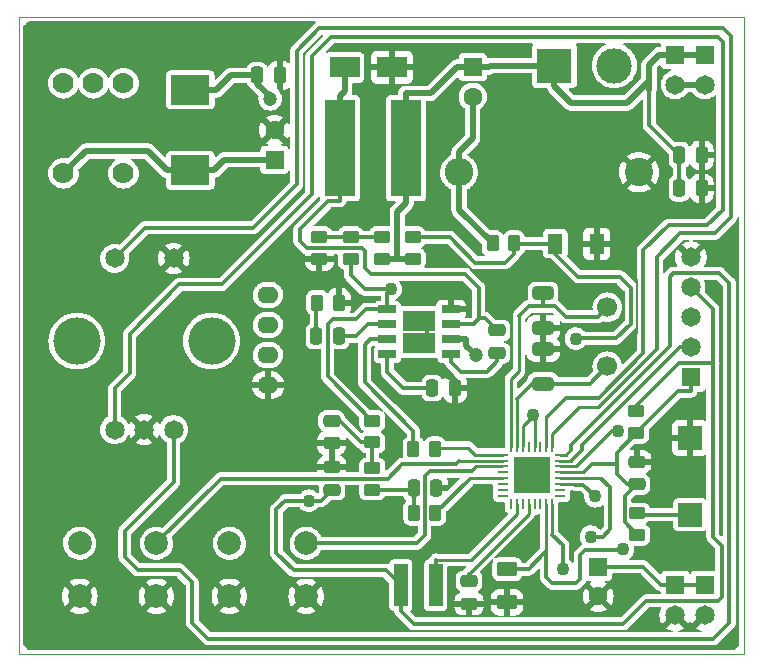
<source format=gtl>
%TF.GenerationSoftware,KiCad,Pcbnew,(6.0.1-0)*%
%TF.CreationDate,2022-06-02T12:12:10+03:00*%
%TF.ProjectId,VoltageRegulator,566f6c74-6167-4655-9265-67756c61746f,rev?*%
%TF.SameCoordinates,Original*%
%TF.FileFunction,Copper,L1,Top*%
%TF.FilePolarity,Positive*%
%FSLAX46Y46*%
G04 Gerber Fmt 4.6, Leading zero omitted, Abs format (unit mm)*
G04 Created by KiCad (PCBNEW (6.0.1-0)) date 2022-06-02 12:12:10*
%MOMM*%
%LPD*%
G01*
G04 APERTURE LIST*
G04 Aperture macros list*
%AMRoundRect*
0 Rectangle with rounded corners*
0 $1 Rounding radius*
0 $2 $3 $4 $5 $6 $7 $8 $9 X,Y pos of 4 corners*
0 Add a 4 corners polygon primitive as box body*
4,1,4,$2,$3,$4,$5,$6,$7,$8,$9,$2,$3,0*
0 Add four circle primitives for the rounded corners*
1,1,$1+$1,$2,$3*
1,1,$1+$1,$4,$5*
1,1,$1+$1,$6,$7*
1,1,$1+$1,$8,$9*
0 Add four rect primitives between the rounded corners*
20,1,$1+$1,$2,$3,$4,$5,0*
20,1,$1+$1,$4,$5,$6,$7,0*
20,1,$1+$1,$6,$7,$8,$9,0*
20,1,$1+$1,$8,$9,$2,$3,0*%
G04 Aperture macros list end*
%TA.AperFunction,NonConductor*%
%ADD10C,0.200000*%
%TD*%
%TA.AperFunction,Profile*%
%ADD11C,0.100000*%
%TD*%
%TA.AperFunction,ComponentPad*%
%ADD12R,1.650000X1.650000*%
%TD*%
%TA.AperFunction,ComponentPad*%
%ADD13C,1.650000*%
%TD*%
%TA.AperFunction,ComponentPad*%
%ADD14C,2.400000*%
%TD*%
%TA.AperFunction,ComponentPad*%
%ADD15O,2.400000X2.400000*%
%TD*%
%TA.AperFunction,SMDPad,CuDef*%
%ADD16RoundRect,0.250000X-0.475000X0.250000X-0.475000X-0.250000X0.475000X-0.250000X0.475000X0.250000X0*%
%TD*%
%TA.AperFunction,SMDPad,CuDef*%
%ADD17RoundRect,0.250000X-0.650000X0.325000X-0.650000X-0.325000X0.650000X-0.325000X0.650000X0.325000X0*%
%TD*%
%TA.AperFunction,ComponentPad*%
%ADD18C,2.000000*%
%TD*%
%TA.AperFunction,SMDPad,CuDef*%
%ADD19R,1.500000X0.650000*%
%TD*%
%TA.AperFunction,SMDPad,CuDef*%
%ADD20R,1.350000X1.800000*%
%TD*%
%TA.AperFunction,SMDPad,CuDef*%
%ADD21RoundRect,0.250000X0.262500X0.450000X-0.262500X0.450000X-0.262500X-0.450000X0.262500X-0.450000X0*%
%TD*%
%TA.AperFunction,SMDPad,CuDef*%
%ADD22R,1.150000X3.600000*%
%TD*%
%TA.AperFunction,SMDPad,CuDef*%
%ADD23R,1.300000X1.700000*%
%TD*%
%TA.AperFunction,SMDPad,CuDef*%
%ADD24RoundRect,0.250000X0.250000X0.475000X-0.250000X0.475000X-0.250000X-0.475000X0.250000X-0.475000X0*%
%TD*%
%TA.AperFunction,SMDPad,CuDef*%
%ADD25RoundRect,0.250000X0.450000X-0.262500X0.450000X0.262500X-0.450000X0.262500X-0.450000X-0.262500X0*%
%TD*%
%TA.AperFunction,SMDPad,CuDef*%
%ADD26RoundRect,0.250000X-0.450000X0.262500X-0.450000X-0.262500X0.450000X-0.262500X0.450000X0.262500X0*%
%TD*%
%TA.AperFunction,ComponentPad*%
%ADD27C,4.000000*%
%TD*%
%TA.AperFunction,SMDPad,CuDef*%
%ADD28R,2.600000X8.200000*%
%TD*%
%TA.AperFunction,ComponentPad*%
%ADD29R,1.600000X1.600000*%
%TD*%
%TA.AperFunction,ComponentPad*%
%ADD30C,1.600000*%
%TD*%
%TA.AperFunction,SMDPad,CuDef*%
%ADD31RoundRect,0.250000X-0.262500X-0.450000X0.262500X-0.450000X0.262500X0.450000X-0.262500X0.450000X0*%
%TD*%
%TA.AperFunction,SMDPad,CuDef*%
%ADD32R,2.500000X1.800000*%
%TD*%
%TA.AperFunction,SMDPad,CuDef*%
%ADD33RoundRect,0.062500X-0.062500X0.375000X-0.062500X-0.375000X0.062500X-0.375000X0.062500X0.375000X0*%
%TD*%
%TA.AperFunction,SMDPad,CuDef*%
%ADD34RoundRect,0.062500X-0.375000X0.062500X-0.375000X-0.062500X0.375000X-0.062500X0.375000X0.062500X0*%
%TD*%
%TA.AperFunction,SMDPad,CuDef*%
%ADD35R,3.100000X3.100000*%
%TD*%
%TA.AperFunction,SMDPad,CuDef*%
%ADD36RoundRect,0.250000X-0.250000X-0.475000X0.250000X-0.475000X0.250000X0.475000X-0.250000X0.475000X0*%
%TD*%
%TA.AperFunction,ComponentPad*%
%ADD37O,1.778000X1.397000*%
%TD*%
%TA.AperFunction,ComponentPad*%
%ADD38C,1.700000*%
%TD*%
%TA.AperFunction,ComponentPad*%
%ADD39R,3.000000X3.000000*%
%TD*%
%TA.AperFunction,ComponentPad*%
%ADD40C,3.000000*%
%TD*%
%TA.AperFunction,SMDPad,CuDef*%
%ADD41RoundRect,0.250000X0.475000X-0.250000X0.475000X0.250000X-0.475000X0.250000X-0.475000X-0.250000X0*%
%TD*%
%TA.AperFunction,SMDPad,CuDef*%
%ADD42R,2.000000X2.000000*%
%TD*%
%TA.AperFunction,SMDPad,CuDef*%
%ADD43R,3.300000X2.500000*%
%TD*%
%TA.AperFunction,SMDPad,CuDef*%
%ADD44RoundRect,0.250000X0.650000X-0.325000X0.650000X0.325000X-0.650000X0.325000X-0.650000X-0.325000X0*%
%TD*%
%TA.AperFunction,SMDPad,CuDef*%
%ADD45RoundRect,0.250000X-0.625000X0.375000X-0.625000X-0.375000X0.625000X-0.375000X0.625000X0.375000X0*%
%TD*%
%TA.AperFunction,ComponentPad*%
%ADD46C,1.778000*%
%TD*%
%TA.AperFunction,ViaPad*%
%ADD47C,1.100000*%
%TD*%
%TA.AperFunction,ViaPad*%
%ADD48C,1.200000*%
%TD*%
%TA.AperFunction,Conductor*%
%ADD49C,0.500000*%
%TD*%
%TA.AperFunction,Conductor*%
%ADD50C,0.300000*%
%TD*%
%TA.AperFunction,Conductor*%
%ADD51C,0.250000*%
%TD*%
%TA.AperFunction,Conductor*%
%ADD52C,0.250200*%
%TD*%
G04 APERTURE END LIST*
D10*
X31384569Y-8395899D02*
X31377014Y-10375242D01*
X32465958Y-7322030D02*
X32465958Y-11627284D01*
X32365251Y-6654841D02*
X32465958Y-7322030D01*
X17299491Y-15642545D02*
X16870540Y-15677870D01*
X16870540Y-15677870D02*
X16088334Y-15198454D01*
X16088334Y-15198454D02*
X16128706Y-15127804D01*
X16128706Y-15127804D02*
X16673727Y-14895665D01*
X16673727Y-14895665D02*
X17299491Y-15642545D01*
G36*
X17299491Y-15642545D02*
G01*
X16870540Y-15677870D01*
X16088334Y-15198454D01*
X16128706Y-15127804D01*
X16673727Y-14895665D01*
X17299491Y-15642545D01*
G37*
X17299491Y-15642545D02*
X16870540Y-15677870D01*
X16088334Y-15198454D01*
X16128706Y-15127804D01*
X16673727Y-14895665D01*
X17299491Y-15642545D01*
X18098617Y9652153D02*
X19099406Y9629408D01*
X16704006Y-15713196D02*
X17037074Y-15642545D01*
X17037074Y-15642545D02*
X16870540Y-15677870D01*
D11*
X41505308Y-38806895D02*
X-19874692Y-38806895D01*
X-19874692Y-38806895D02*
X-19874692Y15193105D01*
X-19874692Y15193105D02*
X41505308Y15193105D01*
X41505308Y15193105D02*
X41505308Y-38806895D01*
D12*
%TO.P,J7,1,1*%
%TO.N,VDD*%
X38205308Y11963105D03*
D13*
%TO.P,J7,2,2*%
%TO.N,VSS*%
X38205308Y9423105D03*
%TD*%
D14*
%TO.P,R10,1*%
%TO.N,GND*%
X32646208Y2014805D03*
D15*
%TO.P,R10,2*%
%TO.N,VSS*%
X17406208Y2014805D03*
%TD*%
D16*
%TO.P,C23,1*%
%TO.N,GND*%
X6639908Y-22971195D03*
%TO.P,C23,2*%
%TO.N,+5V*%
X6639908Y-24871195D03*
%TD*%
D17*
%TO.P,C28,1*%
%TO.N,Net-(C28-Pad1)*%
X24522408Y-8214595D03*
%TO.P,C28,2*%
%TO.N,GND*%
X24522408Y-11164595D03*
%TD*%
D18*
%TO.P,SW2,1,1*%
%TO.N,GND*%
X4466108Y-33891395D03*
X-2033892Y-33891395D03*
%TO.P,SW2,2,2*%
%TO.N,K2*%
X4466108Y-29391395D03*
X-2033892Y-29391395D03*
%TD*%
D19*
%TO.P,IC1,1,BS*%
%TO.N,Net-(C9-Pad2)*%
X16725708Y-13409595D03*
%TO.P,IC1,2,IN*%
%TO.N,VDDA*%
X16725708Y-12139595D03*
%TO.P,IC1,3,SW*%
%TO.N,Net-(C9-Pad1)*%
X16725708Y-10869595D03*
%TO.P,IC1,4,GND*%
%TO.N,GND*%
X16725708Y-9599595D03*
%TO.P,IC1,5,FB*%
%TO.N,CL*%
X11325708Y-9599595D03*
%TO.P,IC1,6,COMP*%
%TO.N,Net-(C15-Pad1)*%
X11325708Y-10869595D03*
%TO.P,IC1,7,EN*%
%TO.N,Net-(IC1-Pad7)*%
X11325708Y-12139595D03*
%TO.P,IC1,8,SS*%
%TO.N,Net-(C16-Pad1)*%
X11325708Y-13409595D03*
D20*
%TO.P,IC1,9,EP*%
%TO.N,unconnected-(IC1-Pad9)*%
X14700708Y-12404595D03*
X14700708Y-10604595D03*
X13350708Y-10604595D03*
X13350708Y-12404595D03*
%TD*%
D21*
%TO.P,R22,1*%
%TO.N,VM*%
X22062208Y-3996395D03*
%TO.P,R22,2*%
%TO.N,VSS*%
X20237208Y-3996395D03*
%TD*%
D22*
%TO.P,L2,1,1*%
%TO.N,+5V*%
X12483908Y-32951695D03*
%TO.P,L2,2,2*%
%TO.N,Net-(L2-Pad2)*%
X15433908Y-32951695D03*
%TD*%
D23*
%TO.P,D4,1,K*%
%TO.N,VM*%
X25544208Y-4020095D03*
%TO.P,D4,2,A*%
%TO.N,GND*%
X29044208Y-4020095D03*
%TD*%
D24*
%TO.P,C15,1*%
%TO.N,Net-(C15-Pad1)*%
X7234408Y-11838495D03*
%TO.P,C15,2*%
%TO.N,Net-(C15-Pad2)*%
X5334408Y-11838495D03*
%TD*%
D16*
%TO.P,C9,1*%
%TO.N,Net-(C9-Pad1)*%
X20630208Y-11380195D03*
%TO.P,C9,2*%
%TO.N,Net-(C9-Pad2)*%
X20630208Y-13280195D03*
%TD*%
D25*
%TO.P,R4,1*%
%TO.N,VDD*%
X10856608Y-5294895D03*
%TO.P,R4,2*%
%TO.N,Net-(R4-Pad2)*%
X10856608Y-3469895D03*
%TD*%
D26*
%TO.P,R6,1*%
%TO.N,Net-(R4-Pad2)*%
X5587908Y-3469895D03*
%TO.P,R6,2*%
%TO.N,GND*%
X5587908Y-5294895D03*
%TD*%
D12*
%TO.P,J8,1,1*%
%TO.N,+5VP*%
X38205308Y-32936895D03*
D13*
%TO.P,J8,2,2*%
%TO.N,GND*%
X38205308Y-35476895D03*
%TD*%
D12*
%TO.P,J1,1,1*%
%TO.N,DTR*%
X37037708Y-15337195D03*
D13*
%TO.P,J1,2,2*%
%TO.N,TXO*%
X37037708Y-12797195D03*
%TO.P,J1,3,3*%
%TO.N,RXI*%
X37037708Y-10257195D03*
%TO.P,J1,4,4*%
%TO.N,+5V*%
X37037708Y-7717195D03*
%TO.P,J1,5,5*%
%TO.N,GND*%
X37037708Y-5177195D03*
%TD*%
%TO.P,SW3,A,A*%
%TO.N,EA*%
X-11754992Y-19773695D03*
%TO.P,SW3,B,B*%
%TO.N,EB*%
X-6754992Y-19773695D03*
%TO.P,SW3,C,C*%
%TO.N,GND*%
X-9254992Y-19773695D03*
D27*
%TO.P,SW3,MH1*%
%TO.N,N/C*%
X-14954992Y-12273695D03*
%TO.P,SW3,MH2*%
X-3554992Y-12273695D03*
D13*
%TO.P,SW3,S1,S1*%
%TO.N,EC*%
X-11754992Y-5273695D03*
%TO.P,SW3,S2,S2*%
%TO.N,GND*%
X-6754992Y-5273695D03*
%TD*%
D28*
%TO.P,L1,1*%
%TO.N,VDD*%
X12899708Y4047705D03*
%TO.P,L1,2*%
%TO.N,Net-(C9-Pad1)*%
X7299708Y4047705D03*
%TD*%
D29*
%TO.P,C31,1*%
%TO.N,+5VP*%
X29177608Y-31386095D03*
D30*
%TO.P,C31,2*%
%TO.N,GND*%
X29177608Y-33886095D03*
%TD*%
D25*
%TO.P,R19,1*%
%TO.N,DTR*%
X32497108Y-28683795D03*
%TO.P,R19,2*%
%TO.N,Net-(R19-Pad2)*%
X32497108Y-26858795D03*
%TD*%
D31*
%TO.P,R11,1*%
%TO.N,Net-(C15-Pad2)*%
X5391908Y-9020295D03*
%TO.P,R11,2*%
%TO.N,GND*%
X7216908Y-9020295D03*
%TD*%
D16*
%TO.P,C21,1*%
%TO.N,Net-(C21-Pad1)*%
X18247108Y-32600995D03*
%TO.P,C21,2*%
%TO.N,GND*%
X18247108Y-34500995D03*
%TD*%
D31*
%TO.P,R13,1*%
%TO.N,Net-(IC1-Pad7)*%
X13543408Y-21455695D03*
%TO.P,R13,2*%
%TO.N,Sleep*%
X15368408Y-21455695D03*
%TD*%
D32*
%TO.P,D1,1*%
%TO.N,Net-(C9-Pad1)*%
X7715808Y10904305D03*
%TO.P,D1,2*%
%TO.N,GND*%
X11715808Y10904305D03*
%TD*%
D33*
%TO.P,U5,1,PD3*%
%TO.N,EC*%
X25295008Y-21203795D03*
%TO.P,U5,2,PD4*%
%TO.N,EA*%
X24795008Y-21203795D03*
%TO.P,U5,3,GND*%
%TO.N,GND*%
X24295008Y-21203795D03*
%TO.P,U5,4,VCC*%
%TO.N,+5V*%
X23795008Y-21203795D03*
%TO.P,U5,5,GND*%
%TO.N,GND*%
X23295008Y-21203795D03*
%TO.P,U5,6,VCC*%
%TO.N,+5V*%
X22795008Y-21203795D03*
%TO.P,U5,7,XTAL1/PB6*%
%TO.N,Net-(C27-Pad1)*%
X22295008Y-21203795D03*
%TO.P,U5,8,XTAL2/PB7*%
%TO.N,Net-(C28-Pad1)*%
X21795008Y-21203795D03*
D34*
%TO.P,U5,9,PD5*%
%TO.N,Sleep*%
X21107508Y-21891295D03*
%TO.P,U5,10,PD6*%
%TO.N,K1*%
X21107508Y-22391295D03*
%TO.P,U5,11,PD7*%
%TO.N,K2*%
X21107508Y-22891295D03*
%TO.P,U5,12,PB0*%
%TO.N,unconnected-(U5-Pad12)*%
X21107508Y-23391295D03*
%TO.P,U5,13,PB1*%
%TO.N,PWM*%
X21107508Y-23891295D03*
%TO.P,U5,14,PB2*%
%TO.N,unconnected-(U5-Pad14)*%
X21107508Y-24391295D03*
%TO.P,U5,15,PB3*%
%TO.N,unconnected-(U5-Pad15)*%
X21107508Y-24891295D03*
%TO.P,U5,16,PB4*%
%TO.N,unconnected-(U5-Pad16)*%
X21107508Y-25391295D03*
D33*
%TO.P,U5,17,PB5*%
%TO.N,unconnected-(U5-Pad17)*%
X21795008Y-26078795D03*
%TO.P,U5,18,AVCC*%
%TO.N,Net-(L2-Pad2)*%
X22295008Y-26078795D03*
%TO.P,U5,19,ADC6*%
%TO.N,unconnected-(U5-Pad19)*%
X22795008Y-26078795D03*
%TO.P,U5,20,AREF*%
%TO.N,Net-(C21-Pad1)*%
X23295008Y-26078795D03*
%TO.P,U5,21,GND*%
%TO.N,GND*%
X23795008Y-26078795D03*
%TO.P,U5,22,ADC7*%
%TO.N,unconnected-(U5-Pad22)*%
X24295008Y-26078795D03*
%TO.P,U5,23,PC0*%
%TO.N,VM*%
X24795008Y-26078795D03*
%TO.P,U5,24,PC1*%
%TO.N,CM*%
X25295008Y-26078795D03*
D34*
%TO.P,U5,25,PC2*%
%TO.N,unconnected-(U5-Pad25)*%
X25982508Y-25391295D03*
%TO.P,U5,26,PC3*%
%TO.N,unconnected-(U5-Pad26)*%
X25982508Y-24891295D03*
%TO.P,U5,27,PC4*%
%TO.N,SDA*%
X25982508Y-24391295D03*
%TO.P,U5,28,PC5*%
%TO.N,SCL*%
X25982508Y-23891295D03*
%TO.P,U5,29,~{RESET}/PC6*%
%TO.N,DTR*%
X25982508Y-23391295D03*
%TO.P,U5,30,PD0*%
%TO.N,RXI*%
X25982508Y-22891295D03*
%TO.P,U5,31,PD1*%
%TO.N,TXO*%
X25982508Y-22391295D03*
%TO.P,U5,32,PD2*%
%TO.N,EB*%
X25982508Y-21891295D03*
D35*
%TO.P,U5,33,GND*%
%TO.N,GND*%
X23545008Y-23641295D03*
%TD*%
D36*
%TO.P,C14,1*%
%TO.N,VDDA*%
X331926Y10217461D03*
%TO.P,C14,2*%
%TO.N,GND*%
X2231926Y10217461D03*
%TD*%
D37*
%TO.P,OL1,1,SDA*%
%TO.N,SDA*%
X1223208Y-8374495D03*
%TO.P,OL1,2,SCL*%
%TO.N,SCL*%
X1223208Y-10914495D03*
%TO.P,OL1,3,VCC*%
%TO.N,+3V3*%
X1223208Y-13454495D03*
%TO.P,OL1,4,GND*%
%TO.N,GND*%
X1223208Y-15994495D03*
%TD*%
D18*
%TO.P,SW1,1,1*%
%TO.N,GND*%
X-8216892Y-33891395D03*
X-14716892Y-33891395D03*
%TO.P,SW1,2,2*%
%TO.N,K1*%
X-8216892Y-29391395D03*
X-14716892Y-29391395D03*
%TD*%
D12*
%TO.P,J6,1,1*%
%TO.N,+5VP*%
X35705308Y-32936895D03*
D13*
%TO.P,J6,2,2*%
%TO.N,GND*%
X35705308Y-35476895D03*
%TD*%
D38*
%TO.P,Y1,1,1*%
%TO.N,Net-(C28-Pad1)*%
X29944108Y-9413695D03*
%TO.P,Y1,2,2*%
%TO.N,Net-(C27-Pad1)*%
X29944108Y-14413695D03*
%TD*%
D39*
%TO.P,J4,1,1*%
%TO.N,VDD*%
X25485108Y11048805D03*
D40*
%TO.P,J4,2,2*%
%TO.N,VSS*%
X30565108Y11048805D03*
%TD*%
D12*
%TO.P,J5,1,1*%
%TO.N,VDD*%
X35705308Y11963105D03*
D13*
%TO.P,J5,2,2*%
%TO.N,VSS*%
X35705308Y9423105D03*
%TD*%
D41*
%TO.P,C25,1*%
%TO.N,DTR*%
X32457108Y-24400195D03*
%TO.P,C25,2*%
%TO.N,GND*%
X32457108Y-22500195D03*
%TD*%
D26*
%TO.P,R5,1*%
%TO.N,Net-(R4-Pad2)*%
X8222308Y-3469895D03*
%TO.P,R5,2*%
%TO.N,CL*%
X8222308Y-5294895D03*
%TD*%
D42*
%TO.P,SW4,1,1*%
%TO.N,Net-(R19-Pad2)*%
X36955808Y-26975795D03*
%TO.P,SW4,2,2*%
%TO.N,GND*%
X36955808Y-20475795D03*
%TD*%
D26*
%TO.P,R18,1*%
%TO.N,+5V*%
X32417108Y-18216595D03*
%TO.P,R18,2*%
%TO.N,DTR*%
X32417108Y-20041595D03*
%TD*%
D36*
%TO.P,C18,1*%
%TO.N,Net-(C18-Pad1)*%
X13567808Y-24753595D03*
%TO.P,C18,2*%
%TO.N,GND*%
X15467808Y-24753595D03*
%TD*%
D43*
%TO.P,D2,1*%
%TO.N,VDDA*%
X-5342492Y8993105D03*
%TO.P,D2,2*%
%TO.N,+VDC*%
X-5342492Y2193105D03*
%TD*%
D26*
%TO.P,R12,1*%
%TO.N,Net-(C17-Pad1)*%
X10059808Y-23031895D03*
%TO.P,R12,2*%
%TO.N,Net-(C18-Pad1)*%
X10059808Y-24856895D03*
%TD*%
%TO.P,R9,1*%
%TO.N,CL*%
X10059808Y-19034295D03*
%TO.P,R9,2*%
%TO.N,Net-(C17-Pad1)*%
X10059808Y-20859295D03*
%TD*%
D29*
%TO.P,C30,1*%
%TO.N,VDD*%
X18564708Y10916805D03*
D30*
%TO.P,C30,2*%
%TO.N,VSS*%
X18564708Y8416805D03*
%TD*%
D25*
%TO.P,R21,1*%
%TO.N,VDD*%
X13491008Y-5294895D03*
%TO.P,R21,2*%
%TO.N,VM*%
X13491008Y-3469895D03*
%TD*%
D36*
%TO.P,C5,1*%
%TO.N,VDD*%
X36046708Y663805D03*
%TO.P,C5,2*%
%TO.N,GND*%
X37946708Y663805D03*
%TD*%
D44*
%TO.P,C27,1*%
%TO.N,Net-(C27-Pad1)*%
X24527508Y-15901195D03*
%TO.P,C27,2*%
%TO.N,GND*%
X24527508Y-12951195D03*
%TD*%
D29*
%TO.P,C13,1*%
%TO.N,+VDC*%
X1790108Y3078605D03*
D30*
%TO.P,C13,2*%
%TO.N,GND*%
X1790108Y5578605D03*
%TD*%
D45*
%TO.P,C32,1*%
%TO.N,VM*%
X21464708Y-31585095D03*
%TO.P,C32,2*%
%TO.N,GND*%
X21464708Y-34385095D03*
%TD*%
D36*
%TO.P,C1,1*%
%TO.N,VDD*%
X36046708Y3462305D03*
%TO.P,C1,2*%
%TO.N,GND*%
X37946708Y3462305D03*
%TD*%
D16*
%TO.P,C17,1*%
%TO.N,Net-(C17-Pad1)*%
X6614608Y-19025895D03*
%TO.P,C17,2*%
%TO.N,GND*%
X6614608Y-20925895D03*
%TD*%
D31*
%TO.P,R14,1*%
%TO.N,Net-(C18-Pad1)*%
X13584608Y-26794095D03*
%TO.P,R14,2*%
%TO.N,PWM*%
X15409608Y-26794095D03*
%TD*%
D36*
%TO.P,C16,1*%
%TO.N,Net-(C16-Pad1)*%
X15141908Y-16266595D03*
%TO.P,C16,2*%
%TO.N,GND*%
X17041908Y-16266595D03*
%TD*%
D46*
%TO.P,S1,1,NC_1*%
%TO.N,+VDC*%
X-16086592Y1932005D03*
%TO.P,S1,2,NO_1*%
%TO.N,Net-(J2-Pad1)*%
X-11006592Y1932005D03*
%TO.P,S1,3,COMM_1*%
%TO.N,unconnected-(S1-Pad3)*%
X-11006592Y9552005D03*
%TO.P,S1,4,COMM_2*%
%TO.N,unconnected-(S1-Pad4)*%
X-13546592Y9552005D03*
%TO.P,S1,5,NO_2*%
%TO.N,unconnected-(S1-Pad5)*%
X-16086592Y9552005D03*
%TD*%
D47*
%TO.N,GND*%
X20934645Y-268514D03*
X18192831Y-26344943D03*
X19279616Y-18142828D03*
X16897273Y-7899400D03*
X14992368Y11692365D03*
X9645780Y-1674105D03*
X25105318Y5855093D03*
X957574Y-20881142D03*
X13489710Y-14774034D03*
%TO.N,+5V*%
X4674408Y-25789695D03*
X23668007Y-18575435D03*
D48*
%TO.N,VDDA*%
X1414875Y8239837D03*
X18826173Y-13475385D03*
D47*
%TO.N,CM*%
X26192196Y-31554024D03*
%TO.N,VM*%
X27294279Y-12062803D03*
X31251602Y-29912915D03*
%TO.N,CL*%
X11616508Y-7884295D03*
%TO.N,RXI*%
X30845067Y-19896634D03*
%TO.N,SDA*%
X28929461Y-25412600D03*
%TO.N,SCL*%
X28570863Y-28826664D03*
%TD*%
D49*
%TO.N,VDD*%
X35705308Y11963105D02*
X36830008Y11963105D01*
X12173808Y-5294895D02*
X12173808Y-1328495D01*
X33487768Y9743767D02*
X31624990Y7880989D01*
X33474609Y11109804D02*
X34327910Y11963105D01*
X12173808Y-5294895D02*
X10856608Y-5294895D01*
X13491008Y-5294895D02*
X12173808Y-5294895D01*
X12899708Y4047705D02*
X12899708Y-602595D01*
X12899708Y4047705D02*
X12899708Y8698005D01*
X14995608Y8698005D02*
X17214408Y10916805D01*
X12899708Y8698005D02*
X14995608Y8698005D01*
X38205308Y11963105D02*
X36830008Y11963105D01*
X17889608Y10916805D02*
X18564708Y10916805D01*
D50*
X33487768Y6021245D02*
X33487768Y9743767D01*
D49*
X20047008Y11048805D02*
X19915008Y10916805D01*
X25485108Y9312540D02*
X25485108Y11048805D01*
X25485108Y11048805D02*
X20047008Y11048805D01*
D50*
X36046708Y3462305D02*
X36046708Y663805D01*
D49*
X12173808Y-1328495D02*
X12899708Y-602595D01*
X17889608Y10916805D02*
X17214408Y10916805D01*
X33474609Y8996505D02*
X33474609Y11109804D01*
D50*
X36046708Y3462305D02*
X33487768Y6021245D01*
D49*
X31624990Y7880989D02*
X26916659Y7880989D01*
X18564708Y10916805D02*
X19915008Y10916805D01*
X26916659Y7880989D02*
X25485108Y9312540D01*
X34327910Y11963105D02*
X35705308Y11963105D01*
D50*
%TO.N,Net-(C9-Pad1)*%
X7299708Y-402595D02*
X6330914Y-402595D01*
X3917778Y-2815731D02*
X3917778Y-3786463D01*
X6330914Y-402595D02*
X3917778Y-2815731D01*
D49*
X7715808Y10904305D02*
X7715808Y8914105D01*
D50*
X18616820Y-10869595D02*
X17826008Y-10869595D01*
D49*
X7715808Y8914105D02*
X7299708Y8498005D01*
D50*
X18628401Y-10869595D02*
X17826008Y-10869595D01*
X20630208Y-11380195D02*
X19600329Y-10350316D01*
X9187927Y-4382395D02*
X9479408Y-4673876D01*
X7299708Y4047705D02*
X7299708Y-402595D01*
X19147680Y-10350316D02*
X18628401Y-10869595D01*
X9479408Y-4673876D02*
X9479408Y-6118543D01*
X3917778Y-3786463D02*
X4513710Y-4382395D01*
X9479408Y-6118543D02*
X9966184Y-6605319D01*
X17937388Y-6605319D02*
X19076131Y-7744062D01*
D49*
X7299708Y4047705D02*
X7299708Y8498005D01*
D50*
X19076131Y-7744062D02*
X19076131Y-10410284D01*
X4513710Y-4382395D02*
X9187927Y-4382395D01*
X19076131Y-10410284D02*
X18616820Y-10869595D01*
X19600329Y-10350316D02*
X19147680Y-10350316D01*
X16725708Y-10869595D02*
X17826008Y-10869595D01*
X9966184Y-6605319D02*
X17937388Y-6605319D01*
%TO.N,Net-(C9-Pad2)*%
X19735195Y-14856778D02*
X17552685Y-14856778D01*
X20630208Y-13280195D02*
X20630208Y-13961765D01*
X16725708Y-14029801D02*
X16725708Y-13409595D01*
X17552685Y-14856778D02*
X16725708Y-14029801D01*
X20630208Y-13961765D02*
X19735195Y-14856778D01*
%TO.N,+5V*%
X12483908Y-35161563D02*
X13548064Y-36225719D01*
X38023008Y-14161795D02*
X36014708Y-14161795D01*
X1936248Y-30218583D02*
X1936248Y-26533429D01*
X36014708Y-14161795D02*
X32417108Y-17759395D01*
X38902889Y-14161795D02*
X38023008Y-14161795D01*
X38902188Y-28876191D02*
X38902188Y-14161795D01*
X33261075Y-34264150D02*
X39317307Y-34264150D01*
X12483908Y-32951795D02*
X12483908Y-35161563D01*
D51*
X23637492Y-18641163D02*
X22795008Y-19483647D01*
D50*
X2679982Y-25789695D02*
X4674408Y-25789695D01*
X39637989Y-33943468D02*
X39637989Y-29611992D01*
X23668007Y-18575435D02*
X23523908Y-18719534D01*
X38902188Y-14161795D02*
X38023008Y-14161795D01*
D51*
X23795008Y-21203795D02*
X23795008Y-18798679D01*
D50*
X4674408Y-25789695D02*
X5721408Y-25789695D01*
X12483908Y-32951795D02*
X11212457Y-31680344D01*
X1936248Y-26533429D02*
X2679982Y-25789695D01*
X39637989Y-29611992D02*
X38902188Y-28876191D01*
X32417108Y-17759395D02*
X32417108Y-18216595D01*
X38902889Y-9582376D02*
X38902889Y-14161795D01*
X39317307Y-34264150D02*
X39637989Y-33943468D01*
D51*
X23795008Y-18798679D02*
X23637492Y-18641163D01*
X22795008Y-19483647D02*
X22795008Y-21154995D01*
D50*
X13548064Y-36225719D02*
X31299506Y-36225719D01*
X23523908Y-18754747D02*
X23637492Y-18641163D01*
X31299506Y-36225719D02*
X33261075Y-34264150D01*
X3398009Y-31680344D02*
X1936248Y-30218583D01*
X5721408Y-25789695D02*
X6639908Y-24871195D01*
X37037708Y-7717195D02*
X38902889Y-9582376D01*
X12483908Y-32951695D02*
X12483908Y-32951795D01*
X11212457Y-31680344D02*
X3398009Y-31680344D01*
%TO.N,+5VP*%
X29177608Y-31386095D02*
X30327908Y-31386095D01*
X35705308Y-32936895D02*
X38205308Y-32936895D01*
X32979208Y-31386095D02*
X30327908Y-31386095D01*
X34530008Y-32936895D02*
X32979208Y-31386095D01*
X35705308Y-32936895D02*
X34530008Y-32936895D01*
D49*
%TO.N,+VDC*%
X-14214669Y3803928D02*
X-8953615Y3803928D01*
X-8953615Y3803928D02*
X-7342792Y2193105D01*
X1790108Y3078605D02*
X-2456692Y3078605D01*
X-16086592Y1932005D02*
X-14214669Y3803928D01*
X-2456692Y3078605D02*
X-3342192Y2193105D01*
X-5342492Y2193105D02*
X-3342192Y2193105D01*
X-7342792Y2193105D02*
X-5342492Y2193105D01*
%TO.N,VDDA*%
X331926Y9520987D02*
X331926Y10217461D01*
X18826173Y-13475385D02*
X18026008Y-12675220D01*
X331926Y10217461D02*
X-1917836Y10217461D01*
X1414875Y8438038D02*
X331926Y9520987D01*
X18026008Y-12675220D02*
X18026008Y-12139595D01*
X1414875Y8239837D02*
X1414875Y8438038D01*
X-1917836Y10217461D02*
X-3142192Y8993105D01*
X18026008Y-12139595D02*
X16725708Y-12139595D01*
X-3142192Y8993105D02*
X-5342492Y8993105D01*
D50*
%TO.N,Net-(C15-Pad1)*%
X7234408Y-11838495D02*
X7252077Y-11856164D01*
X8707373Y-11856164D02*
X9693942Y-10869595D01*
X7252077Y-11856164D02*
X8707373Y-11856164D01*
X9693942Y-10869595D02*
X11325708Y-10869595D01*
%TO.N,Net-(C15-Pad2)*%
X5391908Y-9020295D02*
X5334408Y-9077795D01*
X5334408Y-9077795D02*
X5334408Y-11838495D01*
%TO.N,Net-(C16-Pad1)*%
X11325708Y-14906251D02*
X11325708Y-13409595D01*
X15141908Y-16266595D02*
X12686052Y-16266595D01*
X12686052Y-16266595D02*
X11325708Y-14906251D01*
%TO.N,Net-(C17-Pad1)*%
X6614608Y-19025895D02*
X7293144Y-19025895D01*
X9126544Y-20859295D02*
X10059808Y-20859295D01*
X10059808Y-20859295D02*
X10059808Y-23031895D01*
X7293144Y-19025895D02*
X9126544Y-20859295D01*
%TO.N,Net-(C18-Pad1)*%
X13567808Y-24856895D02*
X13567808Y-24753595D01*
X13584608Y-26794095D02*
X13567808Y-26777295D01*
X13567808Y-26777295D02*
X13567808Y-24856895D01*
X13567808Y-24856895D02*
X10059808Y-24856895D01*
%TO.N,CM*%
X26192196Y-29562133D02*
X25293340Y-28663277D01*
X26192196Y-31554024D02*
X26192196Y-29562133D01*
D51*
X25293340Y-28663277D02*
X25293340Y-26095469D01*
D50*
%TO.N,K1*%
X11351864Y-23922295D02*
X-2747792Y-23922295D01*
D51*
X17448423Y-22391295D02*
X17396747Y-22442971D01*
D50*
X-2747792Y-23922295D02*
X-8216892Y-29391395D01*
D51*
X21107508Y-22391295D02*
X17448423Y-22391295D01*
D50*
X12570524Y-22703635D02*
X11351864Y-23922295D01*
X17396747Y-22442971D02*
X17136083Y-22703635D01*
X17136083Y-22703635D02*
X12570524Y-22703635D01*
%TO.N,Net-(C21-Pad1)*%
X18247108Y-31955935D02*
X18247108Y-32600995D01*
D51*
X23295008Y-26908035D02*
X18247108Y-31955935D01*
X23295008Y-26078795D02*
X23295008Y-26908035D01*
D50*
%TO.N,K2*%
X18478332Y-23279023D02*
X14935500Y-23279023D01*
X14517808Y-23696715D02*
X14517808Y-28687521D01*
X13813934Y-29391395D02*
X4466108Y-29391395D01*
X18817787Y-22939568D02*
X18478332Y-23279023D01*
D51*
X18863456Y-22893899D02*
X21061312Y-22893899D01*
X18817787Y-22939568D02*
X18863456Y-22893899D01*
D50*
X14517808Y-28687521D02*
X13813934Y-29391395D01*
X14935500Y-23279023D02*
X14517808Y-23696715D01*
%TO.N,EA*%
X33007107Y-13276158D02*
X33007107Y-4593062D01*
D51*
X24795008Y-21203795D02*
X24795008Y-18717202D01*
D50*
X38412815Y-2460979D02*
X39721986Y-1151808D01*
X39721986Y-1151808D02*
X39721986Y13077786D01*
D51*
X24795008Y-18717202D02*
X24819818Y-18692392D01*
D50*
X29225070Y-17058195D02*
X33007107Y-13276158D01*
X6593907Y13469314D02*
X4945708Y11821115D01*
X39330458Y13469314D02*
X6593907Y13469314D01*
X4945708Y133954D02*
X-2668483Y-7480237D01*
X-2668483Y-7480237D02*
X-6280963Y-7480237D01*
X-10492895Y-11692169D02*
X-10492895Y-15020699D01*
X4945708Y11821115D02*
X4945708Y133954D01*
X33007107Y-4593062D02*
X35139190Y-2460979D01*
X26454015Y-17058195D02*
X29225070Y-17058195D01*
X39721986Y13077786D02*
X39330458Y13469314D01*
X-11754992Y-16282796D02*
X-11754992Y-19773695D01*
X-10492895Y-15020699D02*
X-11754992Y-16282796D01*
X24819818Y-18692392D02*
X26454015Y-17058195D01*
X35139190Y-2460979D02*
X38412815Y-2460979D01*
X-6280963Y-7480237D02*
X-10492895Y-11692169D01*
%TO.N,DTR*%
X31443108Y-25414195D02*
X31443108Y-27629795D01*
X31588884Y-24400195D02*
X32457108Y-24400195D01*
D52*
X25983308Y-23392095D02*
X25982508Y-23391295D01*
D50*
X37037708Y-16512495D02*
X35946208Y-16512495D01*
X37037708Y-15337195D02*
X37037708Y-16512495D01*
X32417108Y-20041595D02*
X30748308Y-21710395D01*
D51*
X27933336Y-23392095D02*
X25983308Y-23392095D01*
D50*
X32457108Y-24400195D02*
X31443108Y-25414195D01*
X30748308Y-21710395D02*
X30748308Y-22691395D01*
X28675942Y-22649489D02*
X30706402Y-22649489D01*
X27966961Y-23358470D02*
X28675942Y-22649489D01*
X31443108Y-27629795D02*
X32497108Y-28683795D01*
X30747093Y-23558404D02*
X31588884Y-24400195D01*
X30747093Y-22603160D02*
X30747093Y-23558404D01*
X35946208Y-16512495D02*
X32417108Y-20041595D01*
D51*
X27966961Y-23358470D02*
X27933336Y-23392095D01*
D50*
%TO.N,EB*%
X40276997Y-7368270D02*
X39441822Y-6533095D01*
X-5192134Y-36113849D02*
X-3824780Y-37481203D01*
D52*
X26435141Y-21891295D02*
X25982508Y-21891295D01*
D50*
X-3824780Y-37481203D02*
X38926341Y-37481203D01*
X35236078Y-6834280D02*
X35236078Y-12731123D01*
X-6754992Y-19773695D02*
X-6754992Y-24190815D01*
X40276997Y-36130547D02*
X40276997Y-7368270D01*
X-6754992Y-24190815D02*
X-10883818Y-28319641D01*
X-6254016Y-31653947D02*
X-5192134Y-32715829D01*
X38926341Y-37481203D02*
X40276997Y-36130547D01*
X-9800699Y-31653947D02*
X-6254016Y-31653947D01*
X-5192134Y-32715829D02*
X-5192134Y-36113849D01*
X-10883818Y-28319641D02*
X-10883818Y-30570828D01*
X35537263Y-6533095D02*
X35236078Y-6834280D01*
X35236078Y-12731123D02*
X26868619Y-21098582D01*
X39441822Y-6533095D02*
X35537263Y-6533095D01*
X-10883818Y-30570828D02*
X-9800699Y-31653947D01*
D52*
X26874246Y-21452190D02*
X26435141Y-21891295D01*
D50*
X26868619Y-21098582D02*
X26868619Y-21435308D01*
%TO.N,Net-(C27-Pad1)*%
X23586506Y-15901195D02*
X22328798Y-17158903D01*
X28456608Y-15901195D02*
X29944108Y-14413695D01*
D51*
X22367443Y-17100937D02*
X22295008Y-17173372D01*
D50*
X24527508Y-15901195D02*
X28456608Y-15901195D01*
X24527508Y-15901195D02*
X23586506Y-15901195D01*
D51*
X22295008Y-17173372D02*
X22295008Y-21203795D01*
D52*
%TO.N,Net-(C28-Pad1)*%
X21794608Y-21203395D02*
X21795008Y-21203795D01*
D50*
X29944108Y-9413695D02*
X29131976Y-10225827D01*
D51*
X22466379Y-10122532D02*
X22466379Y-14833264D01*
D50*
X25523774Y-9327895D02*
X24533608Y-9327895D01*
D51*
X21794608Y-15505035D02*
X21794608Y-21203395D01*
D50*
X24522408Y-9316695D02*
X24522408Y-8214595D01*
D51*
X22466379Y-14833264D02*
X21794608Y-15505035D01*
D50*
X23294149Y-9327895D02*
X24533608Y-9327895D01*
X29131976Y-10225827D02*
X26421706Y-10225827D01*
D51*
X22594430Y-9994481D02*
X22466379Y-10122532D01*
D50*
X26421706Y-10225827D02*
X25523774Y-9327895D01*
X24533608Y-9327895D02*
X24522408Y-9316695D01*
X22490302Y-10131742D02*
X23294149Y-9327895D01*
%TO.N,EC*%
X34121592Y-5188649D02*
X34121592Y-12980160D01*
X5579223Y14228083D02*
X39721803Y14228083D01*
D52*
X29248336Y-17887558D02*
X27544698Y-17887558D01*
D50*
X39721803Y14228083D02*
X40407160Y13542726D01*
X40407160Y-1788041D02*
X39034101Y-3161100D01*
X-21154Y-2666388D02*
X3649908Y1004674D01*
X36149141Y-3161100D02*
X34121592Y-5188649D01*
X3649908Y12298768D02*
X5579223Y14228083D01*
X-9147685Y-2666388D02*
X-21154Y-2666388D01*
X29246595Y-17855157D02*
X29241856Y-17855157D01*
X39034101Y-3161100D02*
X36149141Y-3161100D01*
D52*
X27544698Y-17887558D02*
X25295008Y-20137248D01*
D50*
X-11754992Y-5273695D02*
X-9147685Y-2666388D01*
X34121592Y-12980160D02*
X29246595Y-17855157D01*
X40407160Y13542726D02*
X40407160Y-1788041D01*
X3649908Y1004674D02*
X3649908Y12298768D01*
D52*
X25295008Y-20137248D02*
X25295008Y-21203795D01*
D49*
%TO.N,VSS*%
X35705308Y9423105D02*
X38205308Y9423105D01*
X18564708Y8416805D02*
X18564708Y4923605D01*
X18564708Y4923605D02*
X17406208Y3765105D01*
X17406208Y-1165395D02*
X17406208Y2014805D01*
X20237208Y-3996395D02*
X17406208Y-1165395D01*
X17406208Y2014805D02*
X17406208Y3765105D01*
D50*
%TO.N,VM*%
X31251602Y-29912915D02*
X31160636Y-30003881D01*
X31969216Y-7803960D02*
X31014647Y-6849391D01*
X27318755Y-12038327D02*
X30720934Y-12038327D01*
X24777814Y-30110593D02*
X24782882Y-30105525D01*
X24548108Y-30326895D02*
X23289908Y-31585095D01*
X27658422Y-30398070D02*
X27658422Y-32443402D01*
X24795008Y-30079995D02*
X24548108Y-30326895D01*
X28052611Y-30003881D02*
X27658422Y-30398070D01*
X27514564Y-6849391D02*
X25544208Y-4879035D01*
X31969216Y-10790045D02*
X31969216Y-7803960D01*
X22085908Y-4020095D02*
X25544208Y-4020095D01*
X27329529Y-32772295D02*
X25298168Y-32772295D01*
X30720934Y-12038327D02*
X31969216Y-10790045D01*
X31014647Y-6849391D02*
X27514564Y-6849391D01*
X22062208Y-4888662D02*
X21316283Y-5634587D01*
X24777814Y-32251941D02*
X24777814Y-30110593D01*
X22062208Y-3996395D02*
X22062208Y-4888662D01*
X23289908Y-31585095D02*
X21464708Y-31585095D01*
D51*
X24795008Y-26078795D02*
X24795008Y-30079995D01*
D50*
X21316283Y-5634587D02*
X18796112Y-5634587D01*
X18796112Y-5634587D02*
X16631420Y-3469895D01*
X27658422Y-32443402D02*
X27329529Y-32772295D01*
X22062208Y-3996395D02*
X22085908Y-4020095D01*
X31160636Y-30003881D02*
X28052611Y-30003881D01*
X16631420Y-3469895D02*
X13491008Y-3469895D01*
X27294279Y-12062803D02*
X27318755Y-12038327D01*
X25298168Y-32772295D02*
X24777814Y-32251941D01*
X25544208Y-4879035D02*
X25544208Y-4020095D01*
%TO.N,CL*%
X6691412Y-10448570D02*
X6267941Y-10872041D01*
X6267941Y-10872041D02*
X6267941Y-15242428D01*
X11325708Y-8175095D02*
X11325708Y-9599595D01*
X11616508Y-7884295D02*
X11325708Y-8175095D01*
X9434372Y-7884295D02*
X11616508Y-7884295D01*
X8222308Y-6672231D02*
X9434372Y-7884295D01*
X8222308Y-5294895D02*
X8222308Y-6672231D01*
X8659658Y-10448570D02*
X6691412Y-10448570D01*
X11325708Y-9599595D02*
X9508633Y-9599595D01*
X9508633Y-9599595D02*
X8659658Y-10448570D01*
X6267941Y-15242428D02*
X10059808Y-19034295D01*
%TO.N,TXO*%
X26935815Y-22366895D02*
X27795633Y-21507077D01*
D51*
X26911843Y-22390867D02*
X26935815Y-22366895D01*
D50*
X27795633Y-21507077D02*
X27795633Y-21096813D01*
X27795633Y-21096813D02*
X36095251Y-12797195D01*
X36095251Y-12797195D02*
X37037708Y-12797195D01*
D51*
X25845080Y-22390867D02*
X26911843Y-22390867D01*
%TO.N,RXI*%
X27351581Y-22868512D02*
X27328398Y-22891695D01*
D50*
X27351581Y-22868512D02*
X27358826Y-22868512D01*
D52*
X25982908Y-22891695D02*
X25982508Y-22891295D01*
D50*
X27358826Y-22868512D02*
X30330704Y-19896634D01*
X30330704Y-19896634D02*
X30845067Y-19896634D01*
D51*
X27328398Y-22891695D02*
X25982908Y-22891695D01*
%TO.N,Net-(L2-Pad2)*%
X22295008Y-26945325D02*
X18438938Y-30801395D01*
X18438938Y-30801395D02*
X15433908Y-30801395D01*
D50*
X15433908Y-32951695D02*
X15433908Y-30801395D01*
D51*
X22295008Y-26078795D02*
X22295008Y-26945325D01*
%TO.N,SDA*%
X27249563Y-24420957D02*
X27219901Y-24391295D01*
D50*
X27937818Y-24420957D02*
X27249563Y-24420957D01*
X28929461Y-25412600D02*
X27937818Y-24420957D01*
D51*
X27219901Y-24391295D02*
X25982508Y-24391295D01*
D50*
%TO.N,SCL*%
X30190481Y-24646905D02*
X29460772Y-23917196D01*
X29591571Y-28826664D02*
X30190481Y-28227754D01*
X28570863Y-28826664D02*
X29591571Y-28826664D01*
D51*
X29472193Y-23894353D02*
X29469135Y-23891295D01*
D50*
X30190481Y-28227754D02*
X30190481Y-24646905D01*
D51*
X29469135Y-23891295D02*
X25982508Y-23891295D01*
D50*
%TO.N,Net-(R4-Pad2)*%
X5587908Y-3469895D02*
X8222308Y-3469895D01*
X8222308Y-3469895D02*
X10856608Y-3469895D01*
%TO.N,Net-(IC1-Pad7)*%
X13543408Y-21455695D02*
X13543408Y-19911862D01*
X13543408Y-19911862D02*
X9399241Y-15767695D01*
X9399241Y-15767695D02*
X9399241Y-12607676D01*
X9867322Y-12139595D02*
X11325708Y-12139595D01*
X9399241Y-12607676D02*
X9867322Y-12139595D01*
D51*
%TO.N,Sleep*%
X18779899Y-21890895D02*
X21107508Y-21890895D01*
X15382529Y-21376621D02*
X15469417Y-21289733D01*
D50*
X15382529Y-21376621D02*
X15382529Y-21441574D01*
X15382529Y-21441574D02*
X15368408Y-21455695D01*
D52*
X21107508Y-21890895D02*
X21107508Y-21891295D01*
D51*
X18178737Y-21289733D02*
X18779899Y-21890895D01*
X15469417Y-21289733D02*
X18178737Y-21289733D01*
%TO.N,PWM*%
X18331477Y-23891295D02*
X21107508Y-23891295D01*
D50*
X18290732Y-23912971D02*
X18309801Y-23912971D01*
D51*
X18309801Y-23912971D02*
X18331477Y-23891295D01*
D50*
X15409608Y-26794095D02*
X18290732Y-23912971D01*
%TO.N,Net-(R19-Pad2)*%
X36955808Y-26975795D02*
X32614108Y-26975795D01*
X32614108Y-26975795D02*
X32497108Y-26858795D01*
%TO.N,unconnected-(IC1-Pad9)*%
X14700708Y-12404595D02*
X14700708Y-11854895D01*
X13350708Y-12404595D02*
X14376008Y-12404595D01*
X13350708Y-10604595D02*
X14376008Y-10604595D01*
X14376008Y-10904995D02*
X14376008Y-10604595D01*
X14700708Y-11229695D02*
X14376008Y-10904995D01*
X14700708Y-11229695D02*
X14700708Y-11854895D01*
X14700708Y-12404595D02*
X14376008Y-12404595D01*
X14700708Y-10604595D02*
X14700708Y-11229695D01*
%TD*%
%TA.AperFunction,Conductor*%
%TO.N,GND*%
G36*
X5234635Y14775792D02*
G01*
X5259945Y14731955D01*
X5251155Y14682105D01*
X5239395Y14666779D01*
X5213340Y14640724D01*
X5207584Y14635541D01*
X5174153Y14608469D01*
X5171233Y14604361D01*
X5171229Y14604356D01*
X5160724Y14589574D01*
X5152731Y14580115D01*
X3270489Y12697873D01*
X3268252Y12695728D01*
X3225467Y12656386D01*
X3225464Y12656382D01*
X3221752Y12652969D01*
X3219093Y12648681D01*
X3219090Y12648677D01*
X3197526Y12613897D01*
X3193579Y12608153D01*
X3165796Y12571551D01*
X3163940Y12566862D01*
X3163939Y12566861D01*
X3158554Y12553259D01*
X3152642Y12541505D01*
X3142273Y12524782D01*
X3137224Y12507403D01*
X3129449Y12480641D01*
X3127190Y12474044D01*
X3114134Y12441068D01*
X3110272Y12431315D01*
X3109745Y12426303D01*
X3109745Y12426302D01*
X3108215Y12411746D01*
X3105682Y12398837D01*
X3100193Y12379943D01*
X3099909Y12376072D01*
X3099507Y12370608D01*
X3099507Y12370594D01*
X3099408Y12369253D01*
X3099408Y12331828D01*
X3099003Y12324093D01*
X3094507Y12281314D01*
X3095347Y12276348D01*
X3095347Y12276344D01*
X3098372Y12258461D01*
X3099408Y12246121D01*
X3099408Y11325563D01*
X3082095Y11277997D01*
X3038258Y11252687D01*
X2988408Y11261477D01*
X2973128Y11273191D01*
X2957959Y11288333D01*
X2951254Y11293629D01*
X2808110Y11381864D01*
X2800371Y11385472D01*
X2640524Y11438492D01*
X2632663Y11440177D01*
X2534168Y11450268D01*
X2530397Y11450461D01*
X2498974Y11450461D01*
X2488978Y11446823D01*
X2485926Y11441536D01*
X2485926Y8997510D01*
X2489564Y8987514D01*
X2494851Y8984462D01*
X2530380Y8984462D01*
X2534185Y8984659D01*
X2633960Y8995011D01*
X2641834Y8996712D01*
X2801576Y9050005D01*
X2809315Y9053630D01*
X2952303Y9142114D01*
X2958997Y9147421D01*
X2973036Y9161484D01*
X3018894Y9182917D01*
X3067799Y9169858D01*
X3096870Y9128419D01*
X3099408Y9109204D01*
X3099408Y6199586D01*
X3082095Y6152020D01*
X3038258Y6126710D01*
X2988408Y6135500D01*
X2958341Y6168312D01*
X2928561Y6232175D01*
X2925342Y6237751D01*
X2884691Y6295806D01*
X2875977Y6301907D01*
X2872298Y6301585D01*
X2158544Y5587831D01*
X2154049Y5578192D01*
X2155630Y5572293D01*
X2867981Y4859942D01*
X2877620Y4855447D01*
X2881190Y4856404D01*
X2925342Y4919459D01*
X2928561Y4925035D01*
X2958341Y4988898D01*
X2994134Y5024691D01*
X3044560Y5029103D01*
X3086025Y5000069D01*
X3099408Y4957624D01*
X3099408Y4069455D01*
X3082095Y4021889D01*
X3038258Y3996579D01*
X2988408Y4005369D01*
X2959474Y4035860D01*
X2920804Y4111755D01*
X2920802Y4111757D01*
X2918158Y4116947D01*
X2828450Y4206655D01*
X2823260Y4209299D01*
X2823258Y4209301D01*
X2720606Y4261605D01*
X2720603Y4261606D01*
X2715412Y4264251D01*
X2709660Y4265162D01*
X2709657Y4265163D01*
X2624500Y4278650D01*
X2621627Y4279105D01*
X2432106Y4279105D01*
X2384540Y4296418D01*
X2359230Y4340255D01*
X2368020Y4390105D01*
X2400832Y4420172D01*
X2443678Y4440151D01*
X2449254Y4443371D01*
X2507309Y4484022D01*
X2513410Y4492736D01*
X2513088Y4496415D01*
X1799334Y5210169D01*
X1789695Y5214664D01*
X1783796Y5213083D01*
X1071445Y4500732D01*
X1066950Y4491093D01*
X1067907Y4487523D01*
X1130962Y4443371D01*
X1136538Y4440152D01*
X1179387Y4420171D01*
X1215180Y4384378D01*
X1219592Y4333952D01*
X1190558Y4292487D01*
X1148113Y4279104D01*
X958590Y4279104D01*
X955718Y4278649D01*
X955716Y4278649D01*
X924018Y4273629D01*
X864804Y4264251D01*
X808285Y4235453D01*
X756958Y4209301D01*
X756956Y4209299D01*
X751766Y4206655D01*
X662058Y4116947D01*
X659414Y4111757D01*
X659412Y4111755D01*
X607108Y4009103D01*
X604462Y4003909D01*
X603551Y3998157D01*
X603550Y3998154D01*
X603301Y3996579D01*
X589608Y3910124D01*
X589608Y3803105D01*
X572295Y3755539D01*
X528458Y3730229D01*
X515608Y3729105D01*
X-2376708Y3729105D01*
X-2385789Y3730107D01*
X-2385808Y3729911D01*
X-2390445Y3730349D01*
X-2394989Y3731365D01*
X-2399643Y3731219D01*
X-2399646Y3731219D01*
X-2465719Y3729142D01*
X-2468044Y3729105D01*
X-2497617Y3729105D01*
X-2499911Y3728815D01*
X-2499915Y3728815D01*
X-2502101Y3728539D01*
X-2504342Y3728256D01*
X-2511283Y3727710D01*
X-2559261Y3726202D01*
X-2583419Y3719183D01*
X-2594782Y3716830D01*
X-2615130Y3714260D01*
X-2615133Y3714259D01*
X-2619750Y3713676D01*
X-2664392Y3696000D01*
X-2670983Y3693744D01*
X-2712618Y3681649D01*
X-2712622Y3681647D01*
X-2717091Y3680349D01*
X-2721097Y3677980D01*
X-2721099Y3677979D01*
X-2738750Y3667540D01*
X-2749174Y3662433D01*
X-2772563Y3653173D01*
X-2811399Y3624957D01*
X-2817223Y3621131D01*
X-2822549Y3617981D01*
X-2850146Y3601660D01*
X-2858557Y3596686D01*
X-2876349Y3578894D01*
X-2885178Y3571354D01*
X-2905529Y3556568D01*
X-2935466Y3520380D01*
X-2936128Y3519580D01*
X-2940820Y3514423D01*
X-3165667Y3289576D01*
X-3211543Y3268184D01*
X-3260438Y3281285D01*
X-3289472Y3322749D01*
X-3291993Y3341902D01*
X-3291993Y3474623D01*
X-3306846Y3568409D01*
X-3335659Y3624957D01*
X-3361796Y3676255D01*
X-3361798Y3676257D01*
X-3364442Y3681447D01*
X-3454150Y3771155D01*
X-3459340Y3773799D01*
X-3459342Y3773801D01*
X-3561994Y3826105D01*
X-3561997Y3826106D01*
X-3567188Y3828751D01*
X-3572940Y3829662D01*
X-3572943Y3829663D01*
X-3658100Y3843150D01*
X-3660973Y3843605D01*
X-3663882Y3843605D01*
X-5342491Y3843604D01*
X-7024010Y3843604D01*
X-7026882Y3843149D01*
X-7026884Y3843149D01*
X-7058582Y3838129D01*
X-7117796Y3828751D01*
X-7142230Y3816301D01*
X-7225642Y3773801D01*
X-7225644Y3773799D01*
X-7230834Y3771155D01*
X-7320542Y3681447D01*
X-7323186Y3676257D01*
X-7323188Y3676255D01*
X-7372796Y3578894D01*
X-7378138Y3568409D01*
X-7379049Y3562657D01*
X-7379050Y3562654D01*
X-7390270Y3491810D01*
X-7392992Y3474624D01*
X-7392992Y3341903D01*
X-7410305Y3294337D01*
X-7454142Y3269027D01*
X-7503992Y3277817D01*
X-7519318Y3289577D01*
X-8437087Y4207346D01*
X-8442799Y4214476D01*
X-8442951Y4214350D01*
X-8445918Y4217936D01*
X-8448413Y4221868D01*
X-8500006Y4270317D01*
X-8501676Y4271935D01*
X-8522580Y4292839D01*
X-8527193Y4296418D01*
X-8527927Y4296987D01*
X-8533226Y4301513D01*
X-8564824Y4331186D01*
X-8564828Y4331189D01*
X-8568222Y4334376D01*
X-8590265Y4346494D01*
X-8599972Y4352870D01*
X-8616173Y4365437D01*
X-8619851Y4368290D01*
X-8624121Y4370138D01*
X-8624123Y4370139D01*
X-8663906Y4387354D01*
X-8670167Y4390422D01*
X-8708160Y4411309D01*
X-8708166Y4411311D01*
X-8712247Y4413555D01*
X-8736616Y4419812D01*
X-8747602Y4423573D01*
X-8766411Y4431712D01*
X-8766413Y4431713D01*
X-8770689Y4433563D01*
X-8775286Y4434291D01*
X-8775289Y4434292D01*
X-8818108Y4441074D01*
X-8824934Y4442488D01*
X-8866931Y4453271D01*
X-8866932Y4453271D01*
X-8871438Y4454428D01*
X-8896593Y4454428D01*
X-8908170Y4455339D01*
X-8915766Y4456542D01*
X-8933020Y4459275D01*
X-8980823Y4454756D01*
X-8987787Y4454428D01*
X-14134684Y4454428D01*
X-14143765Y4455430D01*
X-14143784Y4455234D01*
X-14148421Y4455672D01*
X-14152965Y4456688D01*
X-14157619Y4456542D01*
X-14157622Y4456542D01*
X-14223695Y4454465D01*
X-14226020Y4454428D01*
X-14255594Y4454428D01*
X-14257890Y4454138D01*
X-14257891Y4454138D01*
X-14258603Y4454048D01*
X-14262323Y4453578D01*
X-14269258Y4453033D01*
X-14317238Y4451525D01*
X-14341396Y4444506D01*
X-14352759Y4442153D01*
X-14373107Y4439583D01*
X-14373110Y4439582D01*
X-14377727Y4438999D01*
X-14422371Y4421323D01*
X-14428961Y4419066D01*
X-14431244Y4418403D01*
X-14470593Y4406972D01*
X-14470595Y4406971D01*
X-14475067Y4405672D01*
X-14496728Y4392862D01*
X-14507148Y4387758D01*
X-14526208Y4380212D01*
X-14526213Y4380209D01*
X-14530540Y4378496D01*
X-14534305Y4375761D01*
X-14534308Y4375759D01*
X-14569377Y4350279D01*
X-14575200Y4346453D01*
X-14616534Y4322009D01*
X-14634326Y4304217D01*
X-14643155Y4296677D01*
X-14663506Y4281891D01*
X-14678099Y4264251D01*
X-14694105Y4244903D01*
X-14698797Y4239746D01*
X-15729048Y3209495D01*
X-15774924Y3188103D01*
X-15800526Y3190343D01*
X-15834252Y3199380D01*
X-15858689Y3205928D01*
X-15858691Y3205928D01*
X-15861817Y3206766D01*
X-16086592Y3226431D01*
X-16311367Y3206766D01*
X-16529312Y3148368D01*
X-16561694Y3133268D01*
X-16730877Y3054377D01*
X-16730883Y3054374D01*
X-16733805Y3053011D01*
X-16736452Y3051158D01*
X-16736453Y3051157D01*
X-16868832Y2958464D01*
X-16918633Y2923593D01*
X-17078180Y2764046D01*
X-17080034Y2761398D01*
X-17080035Y2761397D01*
X-17101056Y2731375D01*
X-17207598Y2579218D01*
X-17208961Y2576296D01*
X-17208964Y2576290D01*
X-17240767Y2508088D01*
X-17302955Y2374725D01*
X-17361353Y2156780D01*
X-17381018Y1932005D01*
X-17361353Y1707230D01*
X-17302955Y1489285D01*
X-17301590Y1486358D01*
X-17208964Y1287720D01*
X-17208961Y1287714D01*
X-17207598Y1284792D01*
X-17205745Y1282145D01*
X-17205744Y1282144D01*
X-17141969Y1191064D01*
X-17078180Y1099964D01*
X-16918633Y940417D01*
X-16915985Y938563D01*
X-16915984Y938562D01*
X-16760081Y829398D01*
X-16733805Y810999D01*
X-16730883Y809636D01*
X-16730877Y809633D01*
X-16603385Y750183D01*
X-16529312Y715642D01*
X-16311367Y657244D01*
X-16308144Y656962D01*
X-16233973Y650473D01*
X-16086592Y637579D01*
X-16083369Y637861D01*
X-16054187Y640414D01*
X-15939211Y650473D01*
X-15865040Y656962D01*
X-15861817Y657244D01*
X-15643872Y715642D01*
X-15569799Y750183D01*
X-15442307Y809633D01*
X-15442301Y809636D01*
X-15439379Y810999D01*
X-15413102Y829398D01*
X-15257200Y938562D01*
X-15257199Y938563D01*
X-15254551Y940417D01*
X-15095004Y1099964D01*
X-15031215Y1191064D01*
X-14967440Y1282144D01*
X-14967439Y1282145D01*
X-14965586Y1284792D01*
X-14964223Y1287714D01*
X-14964220Y1287720D01*
X-14871594Y1486358D01*
X-14870229Y1489285D01*
X-14811831Y1707230D01*
X-14792166Y1932005D01*
X-14811831Y2156780D01*
X-14828254Y2218070D01*
X-14823843Y2268496D01*
X-14809102Y2289549D01*
X-13966897Y3131754D01*
X-13921021Y3153146D01*
X-13914571Y3153428D01*
X-11745093Y3153428D01*
X-11697527Y3136115D01*
X-11672217Y3092278D01*
X-11681007Y3042428D01*
X-11702648Y3018811D01*
X-11838633Y2923593D01*
X-11998180Y2764046D01*
X-12000034Y2761398D01*
X-12000035Y2761397D01*
X-12021056Y2731375D01*
X-12127598Y2579218D01*
X-12128961Y2576296D01*
X-12128964Y2576290D01*
X-12160767Y2508088D01*
X-12222955Y2374725D01*
X-12281353Y2156780D01*
X-12301018Y1932005D01*
X-12281353Y1707230D01*
X-12222955Y1489285D01*
X-12221590Y1486358D01*
X-12128964Y1287720D01*
X-12128961Y1287714D01*
X-12127598Y1284792D01*
X-12125745Y1282145D01*
X-12125744Y1282144D01*
X-12061969Y1191064D01*
X-11998180Y1099964D01*
X-11838633Y940417D01*
X-11835985Y938563D01*
X-11835984Y938562D01*
X-11680081Y829398D01*
X-11653805Y810999D01*
X-11650883Y809636D01*
X-11650877Y809633D01*
X-11523385Y750183D01*
X-11449312Y715642D01*
X-11231367Y657244D01*
X-11228144Y656962D01*
X-11153973Y650473D01*
X-11006592Y637579D01*
X-11003369Y637861D01*
X-10974187Y640414D01*
X-10859211Y650473D01*
X-10785040Y656962D01*
X-10781817Y657244D01*
X-10563872Y715642D01*
X-10489799Y750183D01*
X-10362307Y809633D01*
X-10362301Y809636D01*
X-10359379Y810999D01*
X-10333102Y829398D01*
X-10177200Y938562D01*
X-10177199Y938563D01*
X-10174551Y940417D01*
X-10015004Y1099964D01*
X-9951215Y1191064D01*
X-9887440Y1282144D01*
X-9887439Y1282145D01*
X-9885586Y1284792D01*
X-9884223Y1287714D01*
X-9884220Y1287720D01*
X-9791594Y1486358D01*
X-9790229Y1489285D01*
X-9731831Y1707230D01*
X-9712166Y1932005D01*
X-9731831Y2156780D01*
X-9790229Y2374725D01*
X-9852417Y2508088D01*
X-9884220Y2576290D01*
X-9884223Y2576296D01*
X-9885586Y2579218D01*
X-9992127Y2731375D01*
X-10013149Y2761397D01*
X-10013150Y2761398D01*
X-10015004Y2764046D01*
X-10174551Y2923593D01*
X-10310536Y3018811D01*
X-10339570Y3060275D01*
X-10335158Y3110702D01*
X-10299365Y3146495D01*
X-10268091Y3153428D01*
X-9253713Y3153428D01*
X-9206147Y3136115D01*
X-9201387Y3131754D01*
X-7859324Y1789692D01*
X-7853609Y1782558D01*
X-7853457Y1782684D01*
X-7850489Y1779097D01*
X-7847994Y1775165D01*
X-7844598Y1771976D01*
X-7796385Y1726701D01*
X-7794715Y1725083D01*
X-7773826Y1704194D01*
X-7771985Y1702766D01*
X-7768485Y1700051D01*
X-7763185Y1695524D01*
X-7760301Y1692816D01*
X-7728185Y1662657D01*
X-7724101Y1660412D01*
X-7706142Y1650539D01*
X-7696435Y1644163D01*
X-7676555Y1628742D01*
X-7632485Y1609672D01*
X-7626229Y1606606D01*
X-7596134Y1590061D01*
X-7584160Y1583478D01*
X-7579649Y1582320D01*
X-7579647Y1582319D01*
X-7559794Y1577222D01*
X-7548809Y1573461D01*
X-7525718Y1563469D01*
X-7521121Y1562741D01*
X-7521118Y1562740D01*
X-7478292Y1555957D01*
X-7471466Y1554543D01*
X-7448588Y1548669D01*
X-7406822Y1520071D01*
X-7392991Y1476994D01*
X-7392991Y911587D01*
X-7378138Y817801D01*
X-7356009Y774370D01*
X-7323188Y709955D01*
X-7323186Y709953D01*
X-7320542Y704763D01*
X-7230834Y615055D01*
X-7225644Y612411D01*
X-7225642Y612409D01*
X-7122990Y560105D01*
X-7122987Y560104D01*
X-7117796Y557459D01*
X-7112044Y556548D01*
X-7112041Y556547D01*
X-7026890Y543061D01*
X-7024011Y542605D01*
X-5342492Y542605D01*
X-3660974Y542606D01*
X-3658102Y543061D01*
X-3658100Y543061D01*
X-3626402Y548081D01*
X-3567188Y557459D01*
X-3510669Y586257D01*
X-3459342Y612409D01*
X-3459340Y612411D01*
X-3454150Y615055D01*
X-3364442Y704763D01*
X-3361798Y709953D01*
X-3361796Y709955D01*
X-3309492Y812607D01*
X-3309491Y812610D01*
X-3306846Y817801D01*
X-3305935Y823553D01*
X-3305934Y823556D01*
X-3292447Y908713D01*
X-3291992Y911586D01*
X-3291992Y1474733D01*
X-3274679Y1522299D01*
X-3238640Y1545794D01*
X-3215465Y1552527D01*
X-3204102Y1554880D01*
X-3183754Y1557450D01*
X-3183751Y1557451D01*
X-3179134Y1558034D01*
X-3134490Y1575710D01*
X-3127900Y1577967D01*
X-3101201Y1585723D01*
X-3086268Y1590061D01*
X-3086266Y1590062D01*
X-3081794Y1591361D01*
X-3060133Y1604171D01*
X-3049713Y1609275D01*
X-3030653Y1616821D01*
X-3030648Y1616824D01*
X-3026321Y1618537D01*
X-3022556Y1621272D01*
X-3022553Y1621274D01*
X-2987484Y1646754D01*
X-2981657Y1650582D01*
X-2976565Y1653593D01*
X-2940327Y1675024D01*
X-2922535Y1692816D01*
X-2913705Y1700357D01*
X-2897122Y1712405D01*
X-2897121Y1712406D01*
X-2893355Y1715142D01*
X-2862756Y1752130D01*
X-2858064Y1757287D01*
X-2208920Y2406431D01*
X-2163044Y2427823D01*
X-2156594Y2428105D01*
X515609Y2428105D01*
X563175Y2410792D01*
X588485Y2366955D01*
X589609Y2354105D01*
X589609Y2247087D01*
X590064Y2244215D01*
X590064Y2244213D01*
X590754Y2239855D01*
X604462Y2153301D01*
X617324Y2128058D01*
X659412Y2045455D01*
X659414Y2045453D01*
X662058Y2040263D01*
X751766Y1950555D01*
X756956Y1947911D01*
X756958Y1947909D01*
X859610Y1895605D01*
X859613Y1895604D01*
X864804Y1892959D01*
X870556Y1892048D01*
X870559Y1892047D01*
X955710Y1878561D01*
X958589Y1878105D01*
X1790108Y1878105D01*
X2621626Y1878106D01*
X2624498Y1878561D01*
X2624500Y1878561D01*
X2673081Y1886255D01*
X2715412Y1892959D01*
X2782262Y1927021D01*
X2823258Y1947909D01*
X2823260Y1947911D01*
X2828450Y1950555D01*
X2918158Y2040263D01*
X2920802Y2045453D01*
X2920804Y2045455D01*
X2959474Y2121350D01*
X2996494Y2155872D01*
X3047044Y2158522D01*
X3087470Y2128058D01*
X3099408Y2087755D01*
X3099408Y1263351D01*
X3082095Y1215785D01*
X3077734Y1211025D01*
X-227504Y-2094214D01*
X-273380Y-2115606D01*
X-279830Y-2115888D01*
X-9133772Y-2115888D01*
X-9136871Y-2115823D01*
X-9194936Y-2113389D01*
X-9194939Y-2113389D01*
X-9199979Y-2113178D01*
X-9204889Y-2114330D01*
X-9204892Y-2114330D01*
X-9244734Y-2123675D01*
X-9251588Y-2124945D01*
X-9273904Y-2128002D01*
X-9297117Y-2131182D01*
X-9301746Y-2133185D01*
X-9301749Y-2133186D01*
X-9315174Y-2138996D01*
X-9327666Y-2143127D01*
X-9346821Y-2147620D01*
X-9387111Y-2169769D01*
X-9393360Y-2172830D01*
X-9430909Y-2189078D01*
X-9430915Y-2189081D01*
X-9435540Y-2191083D01*
X-9450835Y-2203468D01*
X-9461743Y-2210798D01*
X-9469901Y-2215282D01*
X-9475594Y-2218412D01*
X-9475596Y-2218413D01*
X-9478993Y-2220281D01*
X-9487107Y-2227285D01*
X-9513573Y-2253751D01*
X-9519329Y-2258934D01*
X-9548836Y-2282828D01*
X-9548838Y-2282830D01*
X-9552755Y-2286002D01*
X-9555677Y-2290114D01*
X-9566178Y-2304890D01*
X-9574171Y-2314349D01*
X-10468922Y-3209101D01*
X-11338168Y-4078347D01*
X-11384044Y-4099739D01*
X-11409647Y-4097499D01*
X-11538245Y-4063041D01*
X-11538247Y-4063041D01*
X-11541373Y-4062203D01*
X-11754992Y-4043514D01*
X-11968611Y-4062203D01*
X-11971737Y-4063041D01*
X-11971739Y-4063041D01*
X-12028443Y-4078235D01*
X-12175739Y-4117703D01*
X-12182181Y-4120707D01*
X-12367154Y-4206961D01*
X-12367160Y-4206964D01*
X-12370082Y-4208327D01*
X-12372729Y-4210180D01*
X-12372730Y-4210181D01*
X-12468367Y-4277147D01*
X-12545737Y-4331322D01*
X-12697365Y-4482950D01*
X-12699219Y-4485598D01*
X-12699220Y-4485599D01*
X-12801552Y-4631745D01*
X-12820360Y-4658605D01*
X-12821723Y-4661527D01*
X-12821726Y-4661533D01*
X-12869531Y-4764052D01*
X-12910984Y-4852948D01*
X-12926205Y-4909754D01*
X-12963285Y-5048139D01*
X-12966484Y-5060076D01*
X-12985173Y-5273695D01*
X-12966484Y-5487314D01*
X-12910984Y-5694442D01*
X-12900324Y-5717303D01*
X-12821726Y-5885857D01*
X-12821723Y-5885863D01*
X-12820360Y-5888785D01*
X-12818507Y-5891432D01*
X-12818506Y-5891433D01*
X-12701155Y-6059028D01*
X-12697365Y-6064440D01*
X-12545737Y-6216068D01*
X-12433701Y-6294517D01*
X-12384551Y-6328932D01*
X-12370083Y-6339063D01*
X-12175739Y-6429687D01*
X-12137997Y-6439800D01*
X-11971739Y-6484349D01*
X-11971737Y-6484349D01*
X-11968611Y-6485187D01*
X-11754992Y-6503876D01*
X-11541373Y-6485187D01*
X-11538247Y-6484349D01*
X-11538245Y-6484349D01*
X-11371987Y-6439800D01*
X-11334245Y-6429687D01*
X-11225885Y-6379158D01*
X-7496101Y-6379158D01*
X-7495144Y-6382728D01*
X-7426686Y-6430663D01*
X-7421110Y-6433882D01*
X-7215573Y-6529725D01*
X-7209528Y-6531925D01*
X-6990470Y-6590622D01*
X-6984125Y-6591740D01*
X-6758215Y-6611505D01*
X-6751769Y-6611505D01*
X-6525859Y-6591740D01*
X-6519514Y-6590622D01*
X-6300456Y-6531925D01*
X-6294411Y-6529725D01*
X-6088874Y-6433882D01*
X-6083298Y-6430663D01*
X-6019840Y-6386229D01*
X-6013739Y-6377515D01*
X-6014061Y-6373836D01*
X-6745766Y-5642131D01*
X-6755405Y-5637636D01*
X-6761304Y-5639217D01*
X-7491606Y-6369519D01*
X-7496101Y-6379158D01*
X-11225885Y-6379158D01*
X-11139901Y-6339063D01*
X-11125432Y-6328932D01*
X-11076283Y-6294517D01*
X-10964247Y-6216068D01*
X-10812619Y-6064440D01*
X-10808829Y-6059028D01*
X-10691478Y-5891433D01*
X-10691477Y-5891432D01*
X-10689624Y-5888785D01*
X-10688261Y-5885863D01*
X-10688258Y-5885857D01*
X-10609660Y-5717303D01*
X-10599000Y-5694442D01*
X-10543500Y-5487314D01*
X-10525093Y-5276918D01*
X-8092802Y-5276918D01*
X-8073037Y-5502828D01*
X-8071919Y-5509173D01*
X-8013222Y-5728231D01*
X-8011022Y-5734276D01*
X-7915179Y-5939813D01*
X-7911960Y-5945389D01*
X-7867526Y-6008847D01*
X-7858812Y-6014948D01*
X-7855133Y-6014626D01*
X-7123428Y-5282921D01*
X-7119318Y-5274108D01*
X-6391051Y-5274108D01*
X-6389470Y-5280007D01*
X-5659168Y-6010309D01*
X-5649529Y-6014804D01*
X-5645959Y-6013847D01*
X-5598024Y-5945389D01*
X-5594805Y-5939813D01*
X-5498962Y-5734276D01*
X-5496762Y-5728231D01*
X-5438065Y-5509173D01*
X-5436947Y-5502828D01*
X-5417182Y-5276918D01*
X-5417182Y-5270472D01*
X-5436947Y-5044562D01*
X-5438065Y-5038217D01*
X-5496762Y-4819159D01*
X-5498962Y-4813114D01*
X-5594805Y-4607577D01*
X-5598024Y-4602001D01*
X-5642458Y-4538543D01*
X-5651172Y-4532442D01*
X-5654851Y-4532764D01*
X-6386556Y-5264469D01*
X-6391051Y-5274108D01*
X-7119318Y-5274108D01*
X-7118933Y-5273282D01*
X-7120514Y-5267383D01*
X-7850816Y-4537081D01*
X-7860455Y-4532586D01*
X-7864025Y-4533543D01*
X-7911960Y-4602001D01*
X-7915179Y-4607577D01*
X-8011022Y-4813114D01*
X-8013222Y-4819159D01*
X-8071919Y-5038217D01*
X-8073037Y-5044562D01*
X-8092802Y-5270472D01*
X-8092802Y-5276918D01*
X-10525093Y-5276918D01*
X-10524811Y-5273695D01*
X-10543500Y-5060076D01*
X-10546698Y-5048139D01*
X-10573514Y-4948062D01*
X-10578796Y-4928351D01*
X-10574385Y-4877924D01*
X-10559644Y-4856872D01*
X-9872647Y-4169875D01*
X-7496245Y-4169875D01*
X-7495923Y-4173554D01*
X-6764218Y-4905259D01*
X-6754579Y-4909754D01*
X-6748680Y-4908173D01*
X-6018378Y-4177871D01*
X-6013883Y-4168232D01*
X-6014840Y-4164662D01*
X-6083298Y-4116727D01*
X-6088874Y-4113508D01*
X-6294411Y-4017665D01*
X-6300456Y-4015465D01*
X-6519514Y-3956768D01*
X-6525859Y-3955650D01*
X-6751769Y-3935885D01*
X-6758215Y-3935885D01*
X-6984125Y-3955650D01*
X-6990470Y-3956768D01*
X-7209528Y-4015465D01*
X-7215573Y-4017665D01*
X-7421110Y-4113508D01*
X-7426686Y-4116727D01*
X-7490144Y-4161161D01*
X-7496245Y-4169875D01*
X-9872647Y-4169875D01*
X-8941335Y-3238562D01*
X-8895459Y-3217170D01*
X-8889009Y-3216888D01*
X-35067Y-3216888D01*
X-31968Y-3216953D01*
X26097Y-3219387D01*
X26100Y-3219387D01*
X31140Y-3219598D01*
X36050Y-3218446D01*
X36053Y-3218446D01*
X75895Y-3209101D01*
X82749Y-3207831D01*
X105065Y-3204774D01*
X128278Y-3201594D01*
X132907Y-3199591D01*
X132910Y-3199590D01*
X146335Y-3193780D01*
X158826Y-3189649D01*
X162516Y-3188783D01*
X177982Y-3185156D01*
X218272Y-3163007D01*
X224521Y-3159946D01*
X262070Y-3143698D01*
X262076Y-3143695D01*
X266701Y-3141693D01*
X281996Y-3129308D01*
X292904Y-3121978D01*
X301062Y-3117494D01*
X306755Y-3114364D01*
X306757Y-3114363D01*
X310154Y-3112495D01*
X318268Y-3105491D01*
X344734Y-3079025D01*
X350490Y-3073842D01*
X379997Y-3049948D01*
X379999Y-3049946D01*
X383916Y-3046774D01*
X397339Y-3027886D01*
X405332Y-3018427D01*
X4029340Y605581D01*
X4031577Y607726D01*
X4064042Y637579D01*
X4078064Y650473D01*
X4102285Y689538D01*
X4106233Y695282D01*
X4130970Y727873D01*
X4134020Y731891D01*
X4141262Y750184D01*
X4147175Y761939D01*
X4154883Y774370D01*
X4157543Y778660D01*
X4170367Y822802D01*
X4172626Y829398D01*
X4187688Y867439D01*
X4187688Y867440D01*
X4189544Y872127D01*
X4191601Y891696D01*
X4194134Y904605D01*
X4198541Y919774D01*
X4198541Y919775D01*
X4199623Y923499D01*
X4200163Y930853D01*
X4200309Y932834D01*
X4200309Y932848D01*
X4200408Y934189D01*
X4200408Y971614D01*
X4200813Y979349D01*
X4203215Y1002202D01*
X4205309Y1022128D01*
X4204469Y1027094D01*
X4204469Y1027098D01*
X4201444Y1044981D01*
X4200408Y1057321D01*
X4200408Y12040091D01*
X4217721Y12087657D01*
X4222082Y12092417D01*
X5785574Y13655909D01*
X5831450Y13677301D01*
X5837900Y13677583D01*
X5845000Y13677583D01*
X5892566Y13660270D01*
X5917876Y13616433D01*
X5909086Y13566583D01*
X5897326Y13551257D01*
X4566289Y12220220D01*
X4564052Y12218075D01*
X4521267Y12178733D01*
X4521264Y12178729D01*
X4517552Y12175316D01*
X4514893Y12171028D01*
X4514890Y12171024D01*
X4493326Y12136244D01*
X4489379Y12130500D01*
X4461596Y12093898D01*
X4459740Y12089209D01*
X4459739Y12089208D01*
X4454354Y12075606D01*
X4448442Y12063852D01*
X4438073Y12047129D01*
X4429551Y12017797D01*
X4425249Y12002988D01*
X4422990Y11996391D01*
X4406072Y11953662D01*
X4405545Y11948650D01*
X4405545Y11948649D01*
X4404015Y11934093D01*
X4401482Y11921184D01*
X4398204Y11909899D01*
X4395993Y11902290D01*
X4395709Y11898419D01*
X4395307Y11892955D01*
X4395307Y11892941D01*
X4395208Y11891600D01*
X4395208Y11854175D01*
X4394803Y11846440D01*
X4390307Y11803661D01*
X4391147Y11798695D01*
X4391147Y11798691D01*
X4394172Y11780808D01*
X4395208Y11768468D01*
X4395208Y392631D01*
X4377895Y345065D01*
X4373534Y340305D01*
X-2874833Y-6908063D01*
X-2920709Y-6929455D01*
X-2927159Y-6929737D01*
X-6267050Y-6929737D01*
X-6270149Y-6929672D01*
X-6328214Y-6927238D01*
X-6328217Y-6927238D01*
X-6333257Y-6927027D01*
X-6338167Y-6928179D01*
X-6338170Y-6928179D01*
X-6378012Y-6937524D01*
X-6384866Y-6938794D01*
X-6406692Y-6941784D01*
X-6430395Y-6945031D01*
X-6435024Y-6947034D01*
X-6435027Y-6947035D01*
X-6448452Y-6952845D01*
X-6460944Y-6956976D01*
X-6480099Y-6961469D01*
X-6520387Y-6983618D01*
X-6526629Y-6986676D01*
X-6568818Y-7004932D01*
X-6584112Y-7017317D01*
X-6595024Y-7024649D01*
X-6612271Y-7034131D01*
X-6615201Y-7036660D01*
X-6615205Y-7036663D01*
X-6619368Y-7040257D01*
X-6620385Y-7041135D01*
X-6646846Y-7067596D01*
X-6652602Y-7072779D01*
X-6686033Y-7099851D01*
X-6688953Y-7103959D01*
X-6688957Y-7103964D01*
X-6699462Y-7118746D01*
X-6707455Y-7128205D01*
X-10872314Y-11293064D01*
X-10874551Y-11295209D01*
X-10917336Y-11334551D01*
X-10917339Y-11334555D01*
X-10921051Y-11337968D01*
X-10923710Y-11342256D01*
X-10923713Y-11342260D01*
X-10945277Y-11377040D01*
X-10949224Y-11382784D01*
X-10977007Y-11419386D01*
X-10978863Y-11424075D01*
X-10978864Y-11424076D01*
X-10984249Y-11437678D01*
X-10990161Y-11449432D01*
X-11000530Y-11466155D01*
X-11006695Y-11487376D01*
X-11013354Y-11510296D01*
X-11015613Y-11516893D01*
X-11032531Y-11559622D01*
X-11033058Y-11564634D01*
X-11033058Y-11564635D01*
X-11034588Y-11579191D01*
X-11037121Y-11592100D01*
X-11042610Y-11610994D01*
X-11042894Y-11614865D01*
X-11043296Y-11620329D01*
X-11043296Y-11620343D01*
X-11043395Y-11621684D01*
X-11043395Y-11659109D01*
X-11043800Y-11666844D01*
X-11048296Y-11709623D01*
X-11047456Y-11714589D01*
X-11047456Y-11714593D01*
X-11044431Y-11732476D01*
X-11043395Y-11744816D01*
X-11043395Y-14762022D01*
X-11060708Y-14809588D01*
X-11065069Y-14814348D01*
X-12134411Y-15883691D01*
X-12136648Y-15885836D01*
X-12179433Y-15925178D01*
X-12179436Y-15925182D01*
X-12183148Y-15928595D01*
X-12185807Y-15932883D01*
X-12185810Y-15932887D01*
X-12207374Y-15967667D01*
X-12211321Y-15973411D01*
X-12239104Y-16010013D01*
X-12240960Y-16014702D01*
X-12240961Y-16014703D01*
X-12246346Y-16028305D01*
X-12252258Y-16040059D01*
X-12262627Y-16056782D01*
X-12269883Y-16081757D01*
X-12275451Y-16100923D01*
X-12277710Y-16107520D01*
X-12294628Y-16150249D01*
X-12295155Y-16155261D01*
X-12295155Y-16155262D01*
X-12296685Y-16169818D01*
X-12299218Y-16182727D01*
X-12300223Y-16186188D01*
X-12304707Y-16201621D01*
X-12304991Y-16205492D01*
X-12305393Y-16210956D01*
X-12305393Y-16210970D01*
X-12305492Y-16212311D01*
X-12305492Y-16249736D01*
X-12305897Y-16257471D01*
X-12310393Y-16300250D01*
X-12309553Y-16305216D01*
X-12309553Y-16305220D01*
X-12306528Y-16323103D01*
X-12305492Y-16335443D01*
X-12305492Y-18631065D01*
X-12322805Y-18678631D01*
X-12348219Y-18698132D01*
X-12367150Y-18706959D01*
X-12367153Y-18706961D01*
X-12370082Y-18708327D01*
X-12372729Y-18710180D01*
X-12372730Y-18710181D01*
X-12375783Y-18712319D01*
X-12545737Y-18831322D01*
X-12697365Y-18982950D01*
X-12699219Y-18985598D01*
X-12699220Y-18985599D01*
X-12817927Y-19155131D01*
X-12820360Y-19158605D01*
X-12821723Y-19161527D01*
X-12821726Y-19161533D01*
X-12859300Y-19242111D01*
X-12910984Y-19352948D01*
X-12966484Y-19560076D01*
X-12985173Y-19773695D01*
X-12966484Y-19987314D01*
X-12910984Y-20194442D01*
X-12909617Y-20197373D01*
X-12821726Y-20385857D01*
X-12821723Y-20385863D01*
X-12820360Y-20388785D01*
X-12818507Y-20391432D01*
X-12818506Y-20391433D01*
X-12699220Y-20561791D01*
X-12697365Y-20564440D01*
X-12545737Y-20716068D01*
X-12441296Y-20789199D01*
X-12383807Y-20829453D01*
X-12370083Y-20839063D01*
X-12175739Y-20929687D01*
X-12131824Y-20941454D01*
X-11971739Y-20984349D01*
X-11971737Y-20984349D01*
X-11968611Y-20985187D01*
X-11754992Y-21003876D01*
X-11541373Y-20985187D01*
X-11538247Y-20984349D01*
X-11538245Y-20984349D01*
X-11378160Y-20941454D01*
X-11334245Y-20929687D01*
X-11225885Y-20879158D01*
X-9996101Y-20879158D01*
X-9995144Y-20882728D01*
X-9926686Y-20930663D01*
X-9921110Y-20933882D01*
X-9715573Y-21029725D01*
X-9709528Y-21031925D01*
X-9490470Y-21090622D01*
X-9484125Y-21091740D01*
X-9258215Y-21111505D01*
X-9251769Y-21111505D01*
X-9025859Y-21091740D01*
X-9019514Y-21090622D01*
X-8800456Y-21031925D01*
X-8794411Y-21029725D01*
X-8588874Y-20933882D01*
X-8583298Y-20930663D01*
X-8519840Y-20886229D01*
X-8513739Y-20877515D01*
X-8514061Y-20873836D01*
X-9245766Y-20142131D01*
X-9255405Y-20137636D01*
X-9261304Y-20139217D01*
X-9991606Y-20869519D01*
X-9996101Y-20879158D01*
X-11225885Y-20879158D01*
X-11139901Y-20839063D01*
X-11126176Y-20829453D01*
X-11068688Y-20789199D01*
X-10964247Y-20716068D01*
X-10812619Y-20564440D01*
X-10810764Y-20561791D01*
X-10691478Y-20391433D01*
X-10691477Y-20391432D01*
X-10689624Y-20388785D01*
X-10631365Y-20263849D01*
X-10595573Y-20228057D01*
X-10545146Y-20223645D01*
X-10503682Y-20252679D01*
X-10497232Y-20263850D01*
X-10415179Y-20439813D01*
X-10411960Y-20445389D01*
X-10367526Y-20508847D01*
X-10358812Y-20514948D01*
X-10355133Y-20514626D01*
X-9623428Y-19782921D01*
X-9618933Y-19773282D01*
X-9620514Y-19767383D01*
X-10350816Y-19037081D01*
X-10360455Y-19032586D01*
X-10364025Y-19033543D01*
X-10411960Y-19102001D01*
X-10415179Y-19107577D01*
X-10497232Y-19283540D01*
X-10533025Y-19319333D01*
X-10583452Y-19323745D01*
X-10624916Y-19294711D01*
X-10631366Y-19283540D01*
X-10646818Y-19250402D01*
X-10689624Y-19158605D01*
X-10692056Y-19155131D01*
X-10810764Y-18985599D01*
X-10810765Y-18985598D01*
X-10812619Y-18982950D01*
X-10964247Y-18831322D01*
X-11134200Y-18712319D01*
X-11137253Y-18710181D01*
X-11137254Y-18710180D01*
X-11139901Y-18708327D01*
X-11142830Y-18706961D01*
X-11161766Y-18698131D01*
X-11190021Y-18669875D01*
X-9996245Y-18669875D01*
X-9995923Y-18673554D01*
X-9264218Y-19405259D01*
X-9254579Y-19409754D01*
X-9248680Y-19408173D01*
X-8518378Y-18677871D01*
X-8513883Y-18668232D01*
X-8514840Y-18664662D01*
X-8583298Y-18616727D01*
X-8588874Y-18613508D01*
X-8794411Y-18517665D01*
X-8800456Y-18515465D01*
X-9019514Y-18456768D01*
X-9025859Y-18455650D01*
X-9251769Y-18435885D01*
X-9258215Y-18435885D01*
X-9484125Y-18455650D01*
X-9490470Y-18456768D01*
X-9709528Y-18515465D01*
X-9715573Y-18517665D01*
X-9921110Y-18613508D01*
X-9926686Y-18616727D01*
X-9990144Y-18661161D01*
X-9996245Y-18669875D01*
X-11190021Y-18669875D01*
X-11197559Y-18662337D01*
X-11204492Y-18631064D01*
X-11204492Y-16541473D01*
X-11187179Y-16493907D01*
X-11182818Y-16489147D01*
X-10949044Y-16255373D01*
X-146734Y-16255373D01*
X-138249Y-16304754D01*
X-136499Y-16311283D01*
X-62100Y-16512952D01*
X-59195Y-16519043D01*
X50715Y-16703784D01*
X54681Y-16709244D01*
X196415Y-16870860D01*
X201311Y-16875507D01*
X370128Y-17008591D01*
X375782Y-17012262D01*
X566021Y-17112352D01*
X572264Y-17114938D01*
X777548Y-17178680D01*
X784155Y-17180084D01*
X957304Y-17200578D01*
X966156Y-17197357D01*
X969208Y-17192070D01*
X969208Y-17187281D01*
X1477208Y-17187281D01*
X1480846Y-17197277D01*
X1484908Y-17199621D01*
X1631140Y-17186184D01*
X1637781Y-17184954D01*
X1844666Y-17126606D01*
X1850974Y-17124184D01*
X2043765Y-17029111D01*
X2049518Y-17025586D01*
X2221752Y-16896973D01*
X2226779Y-16892447D01*
X2372683Y-16734608D01*
X2376804Y-16729237D01*
X2491503Y-16547450D01*
X2494570Y-16541431D01*
X2574224Y-16341777D01*
X2576142Y-16335301D01*
X2590862Y-16261293D01*
X2589244Y-16250779D01*
X2586670Y-16248521D01*
X2586530Y-16248495D01*
X1490256Y-16248495D01*
X1480260Y-16252133D01*
X1477208Y-16257420D01*
X1477208Y-17187281D01*
X969208Y-17187281D01*
X969208Y-16261543D01*
X965570Y-16251547D01*
X960283Y-16248495D01*
X-134868Y-16248495D01*
X-144864Y-16252133D01*
X-146734Y-16255373D01*
X-10949044Y-16255373D01*
X-10421368Y-15727697D01*
X-144446Y-15727697D01*
X-142828Y-15738211D01*
X-140254Y-15740469D01*
X-140114Y-15740495D01*
X956160Y-15740495D01*
X966156Y-15736857D01*
X969208Y-15731570D01*
X969208Y-15727447D01*
X1477208Y-15727447D01*
X1480846Y-15737443D01*
X1486133Y-15740495D01*
X2581284Y-15740495D01*
X2591280Y-15736857D01*
X2593150Y-15733617D01*
X2584665Y-15684236D01*
X2582915Y-15677707D01*
X2508516Y-15476038D01*
X2505611Y-15469947D01*
X2395701Y-15285206D01*
X2391735Y-15279746D01*
X2250001Y-15118130D01*
X2245105Y-15113483D01*
X2076288Y-14980399D01*
X2070634Y-14976728D01*
X1880395Y-14876638D01*
X1874152Y-14874052D01*
X1668868Y-14810310D01*
X1662261Y-14808906D01*
X1489112Y-14788412D01*
X1480260Y-14791633D01*
X1477208Y-14796920D01*
X1477208Y-15727447D01*
X969208Y-15727447D01*
X969208Y-14801709D01*
X965570Y-14791713D01*
X961508Y-14789369D01*
X815276Y-14802806D01*
X808635Y-14804036D01*
X601750Y-14862384D01*
X595442Y-14864806D01*
X402651Y-14959879D01*
X396898Y-14963404D01*
X224664Y-15092017D01*
X219637Y-15096543D01*
X73733Y-15254382D01*
X69612Y-15259753D01*
X-45087Y-15441540D01*
X-48154Y-15447559D01*
X-127808Y-15647213D01*
X-129726Y-15653689D01*
X-144446Y-15727697D01*
X-10421368Y-15727697D01*
X-10113463Y-15419792D01*
X-10111226Y-15417647D01*
X-10101644Y-15408836D01*
X-10064739Y-15374900D01*
X-10040518Y-15335835D01*
X-10036570Y-15330091D01*
X-10011833Y-15297500D01*
X-10008783Y-15293482D01*
X-10001541Y-15275189D01*
X-9995628Y-15263434D01*
X-9993345Y-15259753D01*
X-9985260Y-15246713D01*
X-9972436Y-15202571D01*
X-9970177Y-15195975D01*
X-9955115Y-15157934D01*
X-9955115Y-15157933D01*
X-9953259Y-15153246D01*
X-9951202Y-15133677D01*
X-9948669Y-15120768D01*
X-9944262Y-15105599D01*
X-9944262Y-15105598D01*
X-9943180Y-15101874D01*
X-9942759Y-15096140D01*
X-9942494Y-15092539D01*
X-9942494Y-15092525D01*
X-9942395Y-15091184D01*
X-9942395Y-15053759D01*
X-9941990Y-15046024D01*
X-9938021Y-15008256D01*
X-9937494Y-15003245D01*
X-9938334Y-14998279D01*
X-9938334Y-14998275D01*
X-9941359Y-14980392D01*
X-9942395Y-14968052D01*
X-9942395Y-12273695D01*
X-5960238Y-12273695D01*
X-5960092Y-12276016D01*
X-5941865Y-12565719D01*
X-5941272Y-12575152D01*
X-5884673Y-12871855D01*
X-5791333Y-13159125D01*
X-5790345Y-13161226D01*
X-5790342Y-13161232D01*
X-5713171Y-13325228D01*
X-5662725Y-13432431D01*
X-5661474Y-13434403D01*
X-5661473Y-13434404D01*
X-5623113Y-13494850D01*
X-5500877Y-13687463D01*
X-5499394Y-13689256D01*
X-5499393Y-13689257D01*
X-5309825Y-13918406D01*
X-5309819Y-13918412D01*
X-5308341Y-13920199D01*
X-5306650Y-13921787D01*
X-5306649Y-13921788D01*
X-5094347Y-14121153D01*
X-5088154Y-14126969D01*
X-4989087Y-14198945D01*
X-4845668Y-14303145D01*
X-4845661Y-14303149D01*
X-4843787Y-14304511D01*
X-4579096Y-14450027D01*
X-4298254Y-14561220D01*
X-4213197Y-14583059D01*
X-4007951Y-14635757D01*
X-4007943Y-14635759D01*
X-4005690Y-14636337D01*
X-4003375Y-14636630D01*
X-4003372Y-14636630D01*
X-3920330Y-14647121D01*
X-3706019Y-14674195D01*
X-3403965Y-14674195D01*
X-3189654Y-14647121D01*
X-3106612Y-14636630D01*
X-3106609Y-14636630D01*
X-3104294Y-14636337D01*
X-3102041Y-14635759D01*
X-3102033Y-14635757D01*
X-2896787Y-14583059D01*
X-2811730Y-14561220D01*
X-2530888Y-14450027D01*
X-2266197Y-14304511D01*
X-2264323Y-14303149D01*
X-2264316Y-14303145D01*
X-2120897Y-14198945D01*
X-2021830Y-14126969D01*
X-2015636Y-14121153D01*
X-1803335Y-13921788D01*
X-1803334Y-13921787D01*
X-1801643Y-13920199D01*
X-1800165Y-13918412D01*
X-1800159Y-13918406D01*
X-1610591Y-13689257D01*
X-1610590Y-13689256D01*
X-1609107Y-13687463D01*
X-1486871Y-13494850D01*
X-1448511Y-13434404D01*
X-1448510Y-13434403D01*
X-1447259Y-13432431D01*
X-1432264Y-13400565D01*
X-69973Y-13400565D01*
X-60277Y-13610050D01*
X-11144Y-13813922D01*
X75655Y-14004825D01*
X77693Y-14007698D01*
X193475Y-14170921D01*
X196986Y-14175871D01*
X348473Y-14320887D01*
X351427Y-14322794D01*
X351429Y-14322796D01*
X468570Y-14398433D01*
X524648Y-14434642D01*
X719155Y-14513031D01*
X722604Y-14513705D01*
X722609Y-14513706D01*
X922359Y-14552714D01*
X922362Y-14552714D01*
X924977Y-14553225D01*
X928122Y-14553379D01*
X929608Y-14553452D01*
X929627Y-14553452D01*
X930497Y-14553495D01*
X1466103Y-14553495D01*
X1622469Y-14538576D01*
X1823698Y-14479542D01*
X1918042Y-14430952D01*
X2007004Y-14385134D01*
X2007008Y-14385132D01*
X2010133Y-14383522D01*
X2012901Y-14381348D01*
X2172276Y-14256157D01*
X2172278Y-14256155D01*
X2175047Y-14253980D01*
X2177352Y-14251324D01*
X2177356Y-14251320D01*
X2310182Y-14098251D01*
X2310182Y-14098250D01*
X2312491Y-14095590D01*
X2354933Y-14022226D01*
X2415736Y-13917126D01*
X2415738Y-13917122D01*
X2417504Y-13914069D01*
X2430251Y-13877363D01*
X2485140Y-13719296D01*
X2485140Y-13719295D01*
X2486297Y-13715964D01*
X2501654Y-13610050D01*
X2515883Y-13511916D01*
X2515883Y-13511914D01*
X2516389Y-13508425D01*
X2506693Y-13298940D01*
X2457560Y-13095068D01*
X2370761Y-12904165D01*
X2329681Y-12846253D01*
X2251469Y-12735993D01*
X2251467Y-12735991D01*
X2249430Y-12733119D01*
X2097943Y-12588103D01*
X2094989Y-12586196D01*
X2094987Y-12586194D01*
X1924723Y-12476256D01*
X1921768Y-12474348D01*
X1777148Y-12416064D01*
X1730524Y-12397274D01*
X1727261Y-12395959D01*
X1723812Y-12395285D01*
X1723807Y-12395284D01*
X1524057Y-12356276D01*
X1524054Y-12356276D01*
X1521439Y-12355765D01*
X1518294Y-12355611D01*
X1516808Y-12355538D01*
X1516789Y-12355538D01*
X1515919Y-12355495D01*
X980313Y-12355495D01*
X823947Y-12370414D01*
X820562Y-12371407D01*
X792311Y-12379695D01*
X622718Y-12429448D01*
X543849Y-12470068D01*
X439412Y-12523856D01*
X439408Y-12523858D01*
X436283Y-12525468D01*
X433517Y-12527641D01*
X433515Y-12527642D01*
X280315Y-12647983D01*
X271369Y-12655010D01*
X269064Y-12657666D01*
X269060Y-12657670D01*
X167598Y-12774595D01*
X133925Y-12813400D01*
X117302Y-12842134D01*
X30680Y-12991864D01*
X30678Y-12991868D01*
X28912Y-12994921D01*
X27755Y-12998253D01*
X27754Y-12998255D01*
X14593Y-13036156D01*
X-39881Y-13193026D01*
X-40387Y-13196516D01*
X-59247Y-13326593D01*
X-69973Y-13400565D01*
X-1432264Y-13400565D01*
X-1396813Y-13325228D01*
X-1319642Y-13161232D01*
X-1319639Y-13161226D01*
X-1318651Y-13159125D01*
X-1225311Y-12871855D01*
X-1168712Y-12575152D01*
X-1168118Y-12565719D01*
X-1149892Y-12276016D01*
X-1149746Y-12273695D01*
X-1149892Y-12271374D01*
X-1168566Y-11974558D01*
X-1168566Y-11974557D01*
X-1168712Y-11972238D01*
X-1225311Y-11675535D01*
X-1259022Y-11571782D01*
X-1307803Y-11421653D01*
X-1318651Y-11388265D01*
X-1321043Y-11383180D01*
X-1446265Y-11117071D01*
X-1446266Y-11117069D01*
X-1447259Y-11114959D01*
X-1451848Y-11107727D01*
X-1513047Y-11011293D01*
X-1608702Y-10860565D01*
X-69973Y-10860565D01*
X-60277Y-11070050D01*
X-11144Y-11273922D01*
X75655Y-11464825D01*
X80037Y-11471002D01*
X179340Y-11610994D01*
X196986Y-11635871D01*
X348473Y-11780887D01*
X351427Y-11782794D01*
X351429Y-11782796D01*
X518377Y-11890593D01*
X524648Y-11894642D01*
X546082Y-11903280D01*
X711518Y-11969953D01*
X719155Y-11973031D01*
X722604Y-11973705D01*
X722609Y-11973706D01*
X922359Y-12012714D01*
X922362Y-12012714D01*
X924977Y-12013225D01*
X928122Y-12013379D01*
X929608Y-12013452D01*
X929627Y-12013452D01*
X930497Y-12013495D01*
X1466103Y-12013495D01*
X1622469Y-11998576D01*
X1823698Y-11939542D01*
X1927414Y-11886125D01*
X2007004Y-11845134D01*
X2007008Y-11845132D01*
X2010133Y-11843522D01*
X2035337Y-11823724D01*
X2172276Y-11716157D01*
X2172278Y-11716155D01*
X2175047Y-11713980D01*
X2177352Y-11711324D01*
X2177356Y-11711320D01*
X2310182Y-11558251D01*
X2310182Y-11558250D01*
X2312491Y-11555590D01*
X2345724Y-11498145D01*
X2415736Y-11377126D01*
X2415738Y-11377122D01*
X2417504Y-11374069D01*
X2440205Y-11308698D01*
X2485140Y-11179296D01*
X2485140Y-11179295D01*
X2486297Y-11175964D01*
X2496214Y-11107569D01*
X2515883Y-10971916D01*
X2515883Y-10971914D01*
X2516389Y-10968425D01*
X2516075Y-10961630D01*
X2507546Y-10777363D01*
X2506693Y-10758940D01*
X2457560Y-10555068D01*
X2370761Y-10364165D01*
X2283935Y-10241762D01*
X2251469Y-10195993D01*
X2251467Y-10195991D01*
X2249430Y-10193119D01*
X2097943Y-10048103D01*
X2094989Y-10046196D01*
X2094987Y-10046194D01*
X1924723Y-9936256D01*
X1921768Y-9934348D01*
X1785227Y-9879320D01*
X1730524Y-9857274D01*
X1727261Y-9855959D01*
X1723812Y-9855285D01*
X1723807Y-9855284D01*
X1524057Y-9816276D01*
X1524054Y-9816276D01*
X1521439Y-9815765D01*
X1518294Y-9815611D01*
X1516808Y-9815538D01*
X1516789Y-9815538D01*
X1515919Y-9815495D01*
X980313Y-9815495D01*
X823947Y-9830414D01*
X820562Y-9831407D01*
X780960Y-9843025D01*
X622718Y-9889448D01*
X579657Y-9911626D01*
X439412Y-9983856D01*
X439408Y-9983858D01*
X436283Y-9985468D01*
X433517Y-9987641D01*
X433515Y-9987642D01*
X292413Y-10098480D01*
X271369Y-10115010D01*
X269064Y-10117666D01*
X269060Y-10117670D01*
X161379Y-10241762D01*
X133925Y-10273400D01*
X117506Y-10301782D01*
X30680Y-10451864D01*
X30678Y-10451868D01*
X28912Y-10454921D01*
X27755Y-10458253D01*
X27754Y-10458255D01*
X-30045Y-10624702D01*
X-39881Y-10653026D01*
X-40387Y-10656516D01*
X-67432Y-10843043D01*
X-69973Y-10860565D01*
X-1608702Y-10860565D01*
X-1609107Y-10859927D01*
X-1621113Y-10845414D01*
X-1800159Y-10628984D01*
X-1800165Y-10628978D01*
X-1801643Y-10627191D01*
X-1803335Y-10625602D01*
X-2020143Y-10422005D01*
X-2020145Y-10422004D01*
X-2021830Y-10420421D01*
X-2141960Y-10333142D01*
X-2264316Y-10244245D01*
X-2264323Y-10244241D01*
X-2266197Y-10242879D01*
X-2530888Y-10097363D01*
X-2811730Y-9986170D01*
X-2931716Y-9955363D01*
X-3102033Y-9911633D01*
X-3102041Y-9911631D01*
X-3104294Y-9911053D01*
X-3106609Y-9910760D01*
X-3106612Y-9910760D01*
X-3208140Y-9897934D01*
X-3403965Y-9873195D01*
X-3706019Y-9873195D01*
X-3901844Y-9897934D01*
X-4003372Y-9910760D01*
X-4003375Y-9910760D01*
X-4005690Y-9911053D01*
X-4007943Y-9911631D01*
X-4007951Y-9911633D01*
X-4178268Y-9955363D01*
X-4298254Y-9986170D01*
X-4579096Y-10097363D01*
X-4843787Y-10242879D01*
X-4845661Y-10244241D01*
X-4845668Y-10244245D01*
X-4968024Y-10333142D01*
X-5088154Y-10420421D01*
X-5089839Y-10422004D01*
X-5089841Y-10422005D01*
X-5306649Y-10625602D01*
X-5308341Y-10627191D01*
X-5309819Y-10628978D01*
X-5309825Y-10628984D01*
X-5488871Y-10845414D01*
X-5500877Y-10859927D01*
X-5596937Y-11011293D01*
X-5658135Y-11107727D01*
X-5662725Y-11114959D01*
X-5663718Y-11117069D01*
X-5663719Y-11117071D01*
X-5788940Y-11383180D01*
X-5791333Y-11388265D01*
X-5802181Y-11421653D01*
X-5850961Y-11571782D01*
X-5884673Y-11675535D01*
X-5941272Y-11972238D01*
X-5941418Y-11974557D01*
X-5941418Y-11974558D01*
X-5960092Y-12271374D01*
X-5960238Y-12273695D01*
X-9942395Y-12273695D01*
X-9942395Y-11950846D01*
X-9925082Y-11903280D01*
X-9920721Y-11898520D01*
X-6342766Y-8320565D01*
X-69973Y-8320565D01*
X-60277Y-8530050D01*
X-11144Y-8733922D01*
X75655Y-8924825D01*
X82780Y-8934869D01*
X186315Y-9080827D01*
X196986Y-9095871D01*
X348473Y-9240887D01*
X351427Y-9242794D01*
X351429Y-9242796D01*
X501824Y-9339905D01*
X524648Y-9354642D01*
X719155Y-9433031D01*
X722604Y-9433705D01*
X722609Y-9433706D01*
X922359Y-9472714D01*
X922362Y-9472714D01*
X924977Y-9473225D01*
X928122Y-9473379D01*
X929608Y-9473452D01*
X929627Y-9473452D01*
X930497Y-9473495D01*
X1466103Y-9473495D01*
X1622469Y-9458576D01*
X1823698Y-9399542D01*
X1928443Y-9345595D01*
X2007004Y-9305134D01*
X2007008Y-9305132D01*
X2010133Y-9303522D01*
X2041053Y-9279234D01*
X2172276Y-9176157D01*
X2172278Y-9176155D01*
X2175047Y-9173980D01*
X2177352Y-9171324D01*
X2177356Y-9171320D01*
X2310182Y-9018251D01*
X2310182Y-9018250D01*
X2312491Y-9015590D01*
X2351877Y-8947509D01*
X2415736Y-8837126D01*
X2415738Y-8837122D01*
X2417504Y-8834069D01*
X2419756Y-8827586D01*
X2485140Y-8639296D01*
X2485140Y-8639295D01*
X2486297Y-8635964D01*
X2506599Y-8495945D01*
X2515883Y-8431916D01*
X2515883Y-8431914D01*
X2516389Y-8428425D01*
X2506693Y-8218940D01*
X2457560Y-8015068D01*
X2370761Y-7824165D01*
X2304490Y-7730739D01*
X2251469Y-7655993D01*
X2251467Y-7655991D01*
X2249430Y-7653119D01*
X2097943Y-7508103D01*
X2094989Y-7506196D01*
X2094987Y-7506194D01*
X1924723Y-7396256D01*
X1921768Y-7394348D01*
X1727261Y-7315959D01*
X1723812Y-7315285D01*
X1723807Y-7315284D01*
X1524057Y-7276276D01*
X1524054Y-7276276D01*
X1521439Y-7275765D01*
X1518294Y-7275611D01*
X1516808Y-7275538D01*
X1516789Y-7275538D01*
X1515919Y-7275495D01*
X980313Y-7275495D01*
X823947Y-7290414D01*
X820562Y-7291407D01*
X785258Y-7301764D01*
X622718Y-7349448D01*
X559778Y-7381864D01*
X439412Y-7443856D01*
X439408Y-7443858D01*
X436283Y-7445468D01*
X433517Y-7447641D01*
X433515Y-7447642D01*
X309668Y-7544926D01*
X271369Y-7575010D01*
X269064Y-7577666D01*
X269060Y-7577670D01*
X170051Y-7691768D01*
X133925Y-7733400D01*
X119708Y-7757975D01*
X30680Y-7911864D01*
X30678Y-7911868D01*
X28912Y-7914921D01*
X27755Y-7918253D01*
X27754Y-7918255D01*
X-36680Y-8103809D01*
X-39881Y-8113026D01*
X-40387Y-8116516D01*
X-62309Y-8267711D01*
X-69973Y-8320565D01*
X-6342766Y-8320565D01*
X-6074612Y-8052411D01*
X-6028736Y-8031019D01*
X-6022286Y-8030737D01*
X-2682396Y-8030737D01*
X-2679297Y-8030802D01*
X-2621232Y-8033236D01*
X-2621229Y-8033236D01*
X-2616189Y-8033447D01*
X-2611279Y-8032295D01*
X-2611276Y-8032295D01*
X-2571434Y-8022950D01*
X-2564580Y-8021680D01*
X-2541309Y-8018492D01*
X-2519051Y-8015443D01*
X-2514422Y-8013440D01*
X-2514419Y-8013439D01*
X-2500994Y-8007629D01*
X-2488503Y-8003498D01*
X-2484813Y-8002632D01*
X-2469347Y-7999005D01*
X-2429057Y-7976856D01*
X-2422808Y-7973795D01*
X-2385259Y-7957547D01*
X-2385253Y-7957544D01*
X-2380628Y-7955542D01*
X-2365333Y-7943157D01*
X-2354425Y-7935827D01*
X-2346267Y-7931343D01*
X-2340574Y-7928213D01*
X-2340572Y-7928212D01*
X-2337175Y-7926344D01*
X-2329061Y-7919340D01*
X-2302595Y-7892874D01*
X-2296839Y-7887691D01*
X-2267332Y-7863797D01*
X-2267330Y-7863795D01*
X-2263413Y-7860623D01*
X-2249990Y-7841735D01*
X-2241997Y-7832276D01*
X-15570Y-5605849D01*
X4379909Y-5605849D01*
X4380106Y-5609654D01*
X4390458Y-5709429D01*
X4392159Y-5717303D01*
X4445452Y-5877045D01*
X4449077Y-5884784D01*
X4537561Y-6027772D01*
X4542872Y-6034471D01*
X4661870Y-6153263D01*
X4668580Y-6158563D01*
X4811724Y-6246798D01*
X4819463Y-6250406D01*
X4979310Y-6303426D01*
X4987171Y-6305111D01*
X5085666Y-6315202D01*
X5089437Y-6315395D01*
X5320860Y-6315395D01*
X5330856Y-6311757D01*
X5333908Y-6306470D01*
X5333908Y-6302346D01*
X5841908Y-6302346D01*
X5845546Y-6312342D01*
X5850833Y-6315394D01*
X6086362Y-6315394D01*
X6090167Y-6315197D01*
X6189942Y-6304845D01*
X6197816Y-6303144D01*
X6357558Y-6249851D01*
X6365297Y-6246226D01*
X6508285Y-6157742D01*
X6514984Y-6152431D01*
X6633776Y-6033433D01*
X6639076Y-6026723D01*
X6727311Y-5883579D01*
X6730919Y-5875840D01*
X6783939Y-5715993D01*
X6785624Y-5708132D01*
X6795715Y-5609637D01*
X6795908Y-5605866D01*
X6795908Y-5561943D01*
X6792270Y-5551947D01*
X6786983Y-5548895D01*
X5854956Y-5548895D01*
X5844960Y-5552533D01*
X5841908Y-5557820D01*
X5841908Y-6302346D01*
X5333908Y-6302346D01*
X5333908Y-5561943D01*
X5330270Y-5551947D01*
X5324983Y-5548895D01*
X4392957Y-5548895D01*
X4382961Y-5552533D01*
X4379909Y-5557820D01*
X4379909Y-5605849D01*
X-15570Y-5605849D01*
X5325127Y-265151D01*
X5327364Y-263006D01*
X5370150Y-223662D01*
X5373864Y-220247D01*
X5398084Y-181183D01*
X5402030Y-175441D01*
X5404761Y-171844D01*
X5429820Y-138830D01*
X5431676Y-134143D01*
X5431678Y-134139D01*
X5437062Y-120540D01*
X5442973Y-108787D01*
X5450686Y-96347D01*
X5450688Y-96342D01*
X5453343Y-92060D01*
X5456228Y-82130D01*
X5486125Y-41283D01*
X5535282Y-29209D01*
X5580701Y-51558D01*
X5600379Y-91201D01*
X5614062Y-177599D01*
X5616704Y-182785D01*
X5616707Y-182793D01*
X5644781Y-237890D01*
X5650950Y-288131D01*
X5631173Y-323811D01*
X3538359Y-2416626D01*
X3536122Y-2418771D01*
X3493337Y-2458113D01*
X3493334Y-2458117D01*
X3489622Y-2461530D01*
X3486963Y-2465818D01*
X3486960Y-2465822D01*
X3465396Y-2500602D01*
X3461449Y-2506346D01*
X3433666Y-2542948D01*
X3431810Y-2547637D01*
X3431809Y-2547638D01*
X3426424Y-2561240D01*
X3420512Y-2572994D01*
X3410143Y-2589717D01*
X3408735Y-2594564D01*
X3397319Y-2633858D01*
X3395060Y-2640455D01*
X3383176Y-2670471D01*
X3378142Y-2683184D01*
X3377615Y-2688196D01*
X3377615Y-2688197D01*
X3376085Y-2702753D01*
X3373552Y-2715662D01*
X3368063Y-2734556D01*
X3367779Y-2738427D01*
X3367377Y-2743891D01*
X3367377Y-2743905D01*
X3367278Y-2745246D01*
X3367278Y-2782671D01*
X3366873Y-2790406D01*
X3362377Y-2833185D01*
X3363217Y-2838151D01*
X3363217Y-2838155D01*
X3366242Y-2856038D01*
X3367278Y-2868378D01*
X3367278Y-3772550D01*
X3367213Y-3775649D01*
X3364568Y-3838757D01*
X3365720Y-3843667D01*
X3365720Y-3843670D01*
X3375065Y-3883512D01*
X3376335Y-3890366D01*
X3382572Y-3935895D01*
X3384575Y-3940524D01*
X3384576Y-3940527D01*
X3390386Y-3953952D01*
X3394517Y-3966443D01*
X3399010Y-3985599D01*
X3421159Y-4025889D01*
X3424220Y-4032138D01*
X3440468Y-4069687D01*
X3440471Y-4069693D01*
X3442473Y-4074318D01*
X3454858Y-4089613D01*
X3462188Y-4100521D01*
X3471671Y-4117771D01*
X3478675Y-4125885D01*
X3505141Y-4152351D01*
X3510324Y-4158107D01*
X3526329Y-4177871D01*
X3537392Y-4191533D01*
X3556280Y-4204956D01*
X3565739Y-4212949D01*
X4114606Y-4761815D01*
X4116751Y-4764052D01*
X4156092Y-4806836D01*
X4156096Y-4806839D01*
X4159509Y-4810551D01*
X4163797Y-4813210D01*
X4163801Y-4813213D01*
X4198581Y-4834777D01*
X4204325Y-4838724D01*
X4240927Y-4866507D01*
X4245616Y-4868363D01*
X4245617Y-4868364D01*
X4259219Y-4873749D01*
X4270973Y-4879661D01*
X4287696Y-4890030D01*
X4292541Y-4891437D01*
X4292544Y-4891439D01*
X4315318Y-4898055D01*
X4327137Y-4901488D01*
X4367984Y-4931383D01*
X4379642Y-4978235D01*
X4380197Y-4978263D01*
X4380104Y-4980092D01*
X4380106Y-4980101D01*
X4380100Y-4980156D01*
X4379908Y-4983924D01*
X4379908Y-5027847D01*
X4383546Y-5037843D01*
X4388833Y-5040895D01*
X6782859Y-5040895D01*
X6792855Y-5037257D01*
X6795907Y-5031970D01*
X6795907Y-5006895D01*
X6813220Y-4959329D01*
X6857057Y-4934019D01*
X6869907Y-4932895D01*
X7047808Y-4932895D01*
X7095374Y-4950208D01*
X7120684Y-4994045D01*
X7121808Y-5006895D01*
X7121808Y-5623089D01*
X7124710Y-5659964D01*
X7170564Y-5817793D01*
X7172931Y-5821795D01*
X7172933Y-5821800D01*
X7251856Y-5955251D01*
X7254227Y-5959260D01*
X7370443Y-6075476D01*
X7374451Y-6077847D01*
X7374452Y-6077847D01*
X7507903Y-6156770D01*
X7507908Y-6156772D01*
X7511910Y-6159139D01*
X7516378Y-6160437D01*
X7516380Y-6160438D01*
X7618453Y-6190093D01*
X7659301Y-6219989D01*
X7671808Y-6261155D01*
X7671808Y-6658318D01*
X7671743Y-6661417D01*
X7669098Y-6724525D01*
X7670250Y-6729435D01*
X7670250Y-6729438D01*
X7679595Y-6769280D01*
X7680865Y-6776134D01*
X7687102Y-6821663D01*
X7689105Y-6826292D01*
X7689106Y-6826295D01*
X7694916Y-6839720D01*
X7699047Y-6852211D01*
X7703540Y-6871367D01*
X7725689Y-6911657D01*
X7728750Y-6917906D01*
X7744998Y-6955455D01*
X7745001Y-6955461D01*
X7747003Y-6960086D01*
X7759388Y-6975381D01*
X7766718Y-6986289D01*
X7776201Y-7003539D01*
X7783205Y-7011653D01*
X7809671Y-7038119D01*
X7814854Y-7043875D01*
X7829241Y-7061641D01*
X7841922Y-7077301D01*
X7852360Y-7084719D01*
X7860810Y-7090724D01*
X7870269Y-7098717D01*
X9035267Y-8263714D01*
X9037411Y-8265950D01*
X9080171Y-8312451D01*
X9116432Y-8334933D01*
X9119230Y-8336668D01*
X9124972Y-8340613D01*
X9161588Y-8368407D01*
X9166275Y-8370263D01*
X9166279Y-8370265D01*
X9179878Y-8375649D01*
X9191631Y-8381560D01*
X9204071Y-8389273D01*
X9204076Y-8389275D01*
X9208358Y-8391930D01*
X9213192Y-8393334D01*
X9213200Y-8393338D01*
X9252507Y-8404758D01*
X9259100Y-8407015D01*
X9287428Y-8418230D01*
X9301825Y-8423930D01*
X9306840Y-8424457D01*
X9321389Y-8425986D01*
X9334294Y-8428518D01*
X9353197Y-8434010D01*
X9357462Y-8434323D01*
X9362532Y-8434696D01*
X9362546Y-8434696D01*
X9363887Y-8434795D01*
X9401315Y-8434795D01*
X9409050Y-8435200D01*
X9451826Y-8439696D01*
X9456792Y-8438856D01*
X9456796Y-8438856D01*
X9474679Y-8435831D01*
X9487019Y-8434795D01*
X10701208Y-8434795D01*
X10748774Y-8452108D01*
X10774084Y-8495945D01*
X10775208Y-8508795D01*
X10775208Y-8800096D01*
X10757895Y-8847662D01*
X10714058Y-8872972D01*
X10701208Y-8874096D01*
X10544190Y-8874096D01*
X10541318Y-8874551D01*
X10541316Y-8874551D01*
X10509618Y-8879571D01*
X10450404Y-8888949D01*
X10393885Y-8917747D01*
X10342558Y-8943899D01*
X10342556Y-8943901D01*
X10337366Y-8946545D01*
X10256490Y-9027421D01*
X10210614Y-9048813D01*
X10204164Y-9049095D01*
X9522546Y-9049095D01*
X9519447Y-9049030D01*
X9461382Y-9046596D01*
X9461379Y-9046596D01*
X9456339Y-9046385D01*
X9451429Y-9047537D01*
X9451426Y-9047537D01*
X9411584Y-9056882D01*
X9404730Y-9058152D01*
X9382414Y-9061209D01*
X9359201Y-9064389D01*
X9354572Y-9066392D01*
X9354569Y-9066393D01*
X9341144Y-9072203D01*
X9328652Y-9076334D01*
X9309497Y-9080827D01*
X9269207Y-9102976D01*
X9262958Y-9106037D01*
X9225409Y-9122285D01*
X9225403Y-9122288D01*
X9220778Y-9124290D01*
X9205483Y-9136675D01*
X9194575Y-9144005D01*
X9186417Y-9148489D01*
X9180724Y-9151619D01*
X9180722Y-9151620D01*
X9177325Y-9153488D01*
X9169211Y-9160492D01*
X9142745Y-9186958D01*
X9136989Y-9192141D01*
X9107482Y-9216035D01*
X9107480Y-9216037D01*
X9103563Y-9219209D01*
X9090140Y-9238097D01*
X9082147Y-9247556D01*
X8760607Y-9569097D01*
X8453308Y-9876396D01*
X8407432Y-9897788D01*
X8400982Y-9898070D01*
X8237595Y-9898070D01*
X8190029Y-9880757D01*
X8164719Y-9836920D01*
X8170526Y-9792800D01*
X8172420Y-9788737D01*
X8225439Y-9628893D01*
X8227124Y-9621032D01*
X8237215Y-9522537D01*
X8237408Y-9518766D01*
X8237408Y-9287343D01*
X8233770Y-9277347D01*
X8228483Y-9274295D01*
X7036908Y-9274295D01*
X6989342Y-9256982D01*
X6964032Y-9213145D01*
X6962908Y-9200295D01*
X6962908Y-8753247D01*
X7470908Y-8753247D01*
X7474546Y-8763243D01*
X7479833Y-8766295D01*
X8224359Y-8766295D01*
X8234355Y-8762657D01*
X8237407Y-8757370D01*
X8237407Y-8521841D01*
X8237210Y-8518036D01*
X8226858Y-8418261D01*
X8225157Y-8410387D01*
X8171864Y-8250645D01*
X8168239Y-8242906D01*
X8079755Y-8099918D01*
X8074444Y-8093219D01*
X7955446Y-7974427D01*
X7948736Y-7969127D01*
X7805592Y-7880892D01*
X7797853Y-7877284D01*
X7638006Y-7824264D01*
X7630145Y-7822579D01*
X7531650Y-7812488D01*
X7527879Y-7812295D01*
X7483956Y-7812295D01*
X7473960Y-7815933D01*
X7470908Y-7821220D01*
X7470908Y-8753247D01*
X6962908Y-8753247D01*
X6962908Y-7825344D01*
X6959270Y-7815348D01*
X6953983Y-7812296D01*
X6905954Y-7812296D01*
X6902149Y-7812493D01*
X6802374Y-7822845D01*
X6794500Y-7824546D01*
X6634758Y-7877839D01*
X6627019Y-7881464D01*
X6484031Y-7969948D01*
X6477332Y-7975259D01*
X6358540Y-8094257D01*
X6353240Y-8100967D01*
X6304937Y-8179329D01*
X6265240Y-8210736D01*
X6214642Y-8209279D01*
X6178248Y-8178168D01*
X6174860Y-8172439D01*
X6174860Y-8172438D01*
X6172489Y-8168430D01*
X6056273Y-8052214D01*
X6022592Y-8032295D01*
X5918813Y-7970920D01*
X5918808Y-7970918D01*
X5914806Y-7968551D01*
X5756977Y-7922697D01*
X5720102Y-7919795D01*
X5063714Y-7919795D01*
X5026839Y-7922697D01*
X4869010Y-7968551D01*
X4865008Y-7970918D01*
X4865003Y-7970920D01*
X4761224Y-8032295D01*
X4727543Y-8052214D01*
X4611327Y-8168430D01*
X4608956Y-8172438D01*
X4608956Y-8172439D01*
X4530033Y-8305890D01*
X4530031Y-8305895D01*
X4527664Y-8309897D01*
X4481810Y-8467726D01*
X4478908Y-8504601D01*
X4478908Y-9535989D01*
X4481810Y-9572864D01*
X4527664Y-9730693D01*
X4530031Y-9734695D01*
X4530033Y-9734700D01*
X4605399Y-9862136D01*
X4611327Y-9872160D01*
X4727543Y-9988376D01*
X4731551Y-9990747D01*
X4731552Y-9990747D01*
X4747577Y-10000224D01*
X4779706Y-10039339D01*
X4783908Y-10063919D01*
X4783908Y-10743258D01*
X4766595Y-10790824D01*
X4747577Y-10806953D01*
X4682543Y-10845414D01*
X4566327Y-10961630D01*
X4563956Y-10965638D01*
X4563956Y-10965639D01*
X4485033Y-11099090D01*
X4485031Y-11099095D01*
X4482664Y-11103097D01*
X4436810Y-11260926D01*
X4433908Y-11297801D01*
X4433908Y-12379189D01*
X4436810Y-12416064D01*
X4482664Y-12573893D01*
X4485031Y-12577895D01*
X4485033Y-12577900D01*
X4558980Y-12702937D01*
X4566327Y-12715360D01*
X4682543Y-12831576D01*
X4686551Y-12833947D01*
X4686552Y-12833947D01*
X4820003Y-12912870D01*
X4820008Y-12912872D01*
X4824010Y-12915239D01*
X4981839Y-12961093D01*
X5018714Y-12963995D01*
X5643441Y-12963995D01*
X5691007Y-12981308D01*
X5716317Y-13025145D01*
X5717441Y-13037995D01*
X5717441Y-15228515D01*
X5717376Y-15231614D01*
X5714980Y-15288792D01*
X5714731Y-15294722D01*
X5715883Y-15299632D01*
X5715883Y-15299635D01*
X5725228Y-15339477D01*
X5726498Y-15346331D01*
X5727467Y-15353403D01*
X5732735Y-15391860D01*
X5734738Y-15396489D01*
X5734739Y-15396492D01*
X5740549Y-15409917D01*
X5744680Y-15422408D01*
X5749173Y-15441564D01*
X5771322Y-15481854D01*
X5774383Y-15488103D01*
X5790631Y-15525652D01*
X5790634Y-15525658D01*
X5792636Y-15530283D01*
X5805021Y-15545578D01*
X5812351Y-15556486D01*
X5821834Y-15573736D01*
X5828838Y-15581850D01*
X5855304Y-15608316D01*
X5860487Y-15614072D01*
X5881128Y-15639561D01*
X5887555Y-15647498D01*
X5891667Y-15650420D01*
X5906443Y-15660921D01*
X5915902Y-15668914D01*
X7434270Y-17187281D01*
X8937634Y-18690645D01*
X8959026Y-18736521D01*
X8959308Y-18742971D01*
X8959308Y-19362489D01*
X8962210Y-19399364D01*
X9008064Y-19557193D01*
X9010431Y-19561195D01*
X9010433Y-19561200D01*
X9076996Y-19673751D01*
X9091727Y-19698660D01*
X9207943Y-19814876D01*
X9211951Y-19817247D01*
X9211952Y-19817247D01*
X9323304Y-19883100D01*
X9355433Y-19922215D01*
X9354903Y-19972831D01*
X9323304Y-20010490D01*
X9207943Y-20078714D01*
X9207188Y-20077437D01*
X9164716Y-20091075D01*
X9115228Y-20069455D01*
X7757096Y-18711323D01*
X7737213Y-18673412D01*
X7737206Y-18673326D01*
X7736153Y-18669699D01*
X7692650Y-18519965D01*
X7691352Y-18515497D01*
X7688985Y-18511495D01*
X7688983Y-18511490D01*
X7610060Y-18378039D01*
X7610060Y-18378038D01*
X7607689Y-18374030D01*
X7491473Y-18257814D01*
X7470895Y-18245644D01*
X7354013Y-18176520D01*
X7354008Y-18176518D01*
X7350006Y-18174151D01*
X7192177Y-18128297D01*
X7155302Y-18125395D01*
X6073914Y-18125395D01*
X6037039Y-18128297D01*
X5879210Y-18174151D01*
X5875208Y-18176518D01*
X5875203Y-18176520D01*
X5758321Y-18245644D01*
X5737743Y-18257814D01*
X5621527Y-18374030D01*
X5619156Y-18378038D01*
X5619156Y-18378039D01*
X5540233Y-18511490D01*
X5540231Y-18511495D01*
X5537864Y-18515497D01*
X5492010Y-18673326D01*
X5489108Y-18710201D01*
X5489108Y-19341589D01*
X5492010Y-19378464D01*
X5537864Y-19536293D01*
X5540231Y-19540295D01*
X5540233Y-19540300D01*
X5618388Y-19672452D01*
X5621527Y-19677760D01*
X5737743Y-19793976D01*
X5741751Y-19796347D01*
X5741752Y-19796347D01*
X5832611Y-19850081D01*
X5864741Y-19889196D01*
X5864210Y-19939812D01*
X5831269Y-19978246D01*
X5823815Y-19981553D01*
X5823846Y-19981618D01*
X5812219Y-19987064D01*
X5669231Y-20075548D01*
X5662532Y-20080859D01*
X5543740Y-20199857D01*
X5538440Y-20206567D01*
X5450205Y-20349711D01*
X5446597Y-20357450D01*
X5393578Y-20517296D01*
X5391892Y-20525158D01*
X5381801Y-20623653D01*
X5381608Y-20627424D01*
X5381608Y-20658847D01*
X5385246Y-20668843D01*
X5390533Y-20671895D01*
X7834559Y-20671895D01*
X7844555Y-20668257D01*
X7847607Y-20662970D01*
X7847607Y-20627441D01*
X7847410Y-20623637D01*
X7838258Y-20535427D01*
X7850569Y-20486328D01*
X7891561Y-20456629D01*
X7942052Y-20460228D01*
X7964189Y-20475464D01*
X8727439Y-21238714D01*
X8729583Y-21240950D01*
X8772343Y-21287451D01*
X8800075Y-21304645D01*
X8811402Y-21311668D01*
X8817149Y-21315617D01*
X8848430Y-21339361D01*
X8853760Y-21343407D01*
X8858446Y-21345262D01*
X8858449Y-21345264D01*
X8872054Y-21350650D01*
X8883810Y-21356563D01*
X8896240Y-21364271D01*
X8896245Y-21364273D01*
X8900530Y-21366930D01*
X8905373Y-21368337D01*
X8905375Y-21368338D01*
X8944677Y-21379756D01*
X8951260Y-21382010D01*
X8993997Y-21398931D01*
X8993998Y-21398931D01*
X8993867Y-21399263D01*
X9033406Y-21425737D01*
X9037382Y-21431768D01*
X9079677Y-21503284D01*
X9091727Y-21523660D01*
X9207943Y-21639876D01*
X9211951Y-21642247D01*
X9211952Y-21642247D01*
X9345403Y-21721170D01*
X9345408Y-21721172D01*
X9349410Y-21723539D01*
X9353878Y-21724837D01*
X9353880Y-21724838D01*
X9455953Y-21754493D01*
X9496801Y-21784389D01*
X9509308Y-21825555D01*
X9509308Y-22065635D01*
X9491995Y-22113201D01*
X9455953Y-22136697D01*
X9353880Y-22166352D01*
X9353878Y-22166353D01*
X9349410Y-22167651D01*
X9345408Y-22170018D01*
X9345403Y-22170020D01*
X9211952Y-22248943D01*
X9207943Y-22251314D01*
X9091727Y-22367530D01*
X9089356Y-22371538D01*
X9089356Y-22371539D01*
X9010433Y-22504990D01*
X9010431Y-22504995D01*
X9008064Y-22508997D01*
X8962210Y-22666826D01*
X8959308Y-22703701D01*
X8959308Y-23297795D01*
X8941995Y-23345361D01*
X8898158Y-23370671D01*
X8885308Y-23371795D01*
X7944608Y-23371795D01*
X7897042Y-23354482D01*
X7871732Y-23310645D01*
X7870993Y-23290254D01*
X7872715Y-23273440D01*
X7872908Y-23269666D01*
X7872908Y-23238243D01*
X7869270Y-23228247D01*
X7863983Y-23225195D01*
X5419957Y-23225195D01*
X5409961Y-23228833D01*
X5406909Y-23234120D01*
X5406909Y-23269649D01*
X5407106Y-23273453D01*
X5408839Y-23290158D01*
X5396528Y-23339257D01*
X5355536Y-23368955D01*
X5335234Y-23371795D01*
X-2733879Y-23371795D01*
X-2736978Y-23371730D01*
X-2795043Y-23369296D01*
X-2795046Y-23369296D01*
X-2800086Y-23369085D01*
X-2804996Y-23370237D01*
X-2804999Y-23370237D01*
X-2844841Y-23379582D01*
X-2851695Y-23380852D01*
X-2874011Y-23383909D01*
X-2897224Y-23387089D01*
X-2901853Y-23389092D01*
X-2901856Y-23389093D01*
X-2915281Y-23394903D01*
X-2927773Y-23399034D01*
X-2946928Y-23403527D01*
X-2987216Y-23425676D01*
X-2993458Y-23428734D01*
X-3035647Y-23446990D01*
X-3050941Y-23459375D01*
X-3061853Y-23466707D01*
X-3079100Y-23476189D01*
X-3082030Y-23478718D01*
X-3082034Y-23478721D01*
X-3086197Y-23482315D01*
X-3087214Y-23483193D01*
X-3113675Y-23509654D01*
X-3119431Y-23514837D01*
X-3152862Y-23541909D01*
X-3155782Y-23546017D01*
X-3155786Y-23546022D01*
X-3166291Y-23560804D01*
X-3174284Y-23570263D01*
X-7661564Y-28057543D01*
X-7707440Y-28078935D01*
X-7738592Y-28074972D01*
X-7855044Y-28033734D01*
X-7855048Y-28033733D01*
X-7857914Y-28032718D01*
X-7860909Y-28032184D01*
X-7860911Y-28032184D01*
X-7984404Y-28010187D01*
X-8084642Y-27992332D01*
X-8231437Y-27990538D01*
X-8311883Y-27989555D01*
X-8311885Y-27989555D01*
X-8314921Y-27989518D01*
X-8412906Y-28004512D01*
X-8539563Y-28023893D01*
X-8539567Y-28023894D01*
X-8542567Y-28024353D01*
X-8545456Y-28025297D01*
X-8545459Y-28025298D01*
X-8758584Y-28094958D01*
X-8758588Y-28094960D01*
X-8761468Y-28095901D01*
X-8965743Y-28202240D01*
X-8968164Y-28204058D01*
X-8968166Y-28204059D01*
X-9145354Y-28337095D01*
X-9149908Y-28340514D01*
X-9183665Y-28375839D01*
X-9306919Y-28504817D01*
X-9306922Y-28504821D01*
X-9309015Y-28507011D01*
X-9310725Y-28509518D01*
X-9310726Y-28509519D01*
X-9360138Y-28581955D01*
X-9438793Y-28697258D01*
X-9440072Y-28700013D01*
X-9440073Y-28700015D01*
X-9460176Y-28743323D01*
X-9535756Y-28906147D01*
X-9597300Y-29128068D01*
X-9621773Y-29357060D01*
X-9621598Y-29360095D01*
X-9608691Y-29583949D01*
X-9608690Y-29583955D01*
X-9608516Y-29586975D01*
X-9607852Y-29589922D01*
X-9607851Y-29589928D01*
X-9571125Y-29752893D01*
X-9557886Y-29811637D01*
X-9471243Y-30025013D01*
X-9469657Y-30027601D01*
X-9359397Y-30207528D01*
X-9350913Y-30221373D01*
X-9348924Y-30223669D01*
X-9348922Y-30223672D01*
X-9243736Y-30345102D01*
X-9200129Y-30395443D01*
X-9022939Y-30542549D01*
X-9020321Y-30544079D01*
X-9020315Y-30544083D01*
X-8826728Y-30657206D01*
X-8826723Y-30657208D01*
X-8824102Y-30658740D01*
X-8821263Y-30659824D01*
X-8611803Y-30739810D01*
X-8611799Y-30739811D01*
X-8608958Y-30740896D01*
X-8605974Y-30741503D01*
X-8605971Y-30741504D01*
X-8556100Y-30751650D01*
X-8383285Y-30786809D01*
X-8295168Y-30790040D01*
X-8156183Y-30795137D01*
X-8156177Y-30795137D01*
X-8153143Y-30795248D01*
X-8150132Y-30794862D01*
X-8150126Y-30794862D01*
X-8010381Y-30776960D01*
X-7924714Y-30765986D01*
X-7786750Y-30724595D01*
X-7707036Y-30700680D01*
X-7707031Y-30700678D01*
X-7704131Y-30699808D01*
X-7497318Y-30598491D01*
X-7309830Y-30464758D01*
X-7307690Y-30462625D01*
X-7307686Y-30462622D01*
X-7148855Y-30304344D01*
X-7148852Y-30304341D01*
X-7146702Y-30302198D01*
X-7143654Y-30297957D01*
X-7014087Y-30117644D01*
X-7012315Y-30115178D01*
X-6935575Y-29959907D01*
X-6911625Y-29911448D01*
X-6911624Y-29911445D01*
X-6910277Y-29908720D01*
X-6843329Y-29688370D01*
X-6837964Y-29647622D01*
X-6813527Y-29461998D01*
X-6813527Y-29461993D01*
X-6813270Y-29460044D01*
X-6811592Y-29391395D01*
X-6813306Y-29370542D01*
X-6814414Y-29357060D01*
X-3438773Y-29357060D01*
X-3438598Y-29360095D01*
X-3425691Y-29583949D01*
X-3425690Y-29583955D01*
X-3425516Y-29586975D01*
X-3424852Y-29589922D01*
X-3424851Y-29589928D01*
X-3388125Y-29752893D01*
X-3374886Y-29811637D01*
X-3288243Y-30025013D01*
X-3286657Y-30027601D01*
X-3176397Y-30207528D01*
X-3167913Y-30221373D01*
X-3165924Y-30223669D01*
X-3165922Y-30223672D01*
X-3060736Y-30345102D01*
X-3017129Y-30395443D01*
X-2839939Y-30542549D01*
X-2837321Y-30544079D01*
X-2837315Y-30544083D01*
X-2643728Y-30657206D01*
X-2643723Y-30657208D01*
X-2641102Y-30658740D01*
X-2638263Y-30659824D01*
X-2428803Y-30739810D01*
X-2428799Y-30739811D01*
X-2425958Y-30740896D01*
X-2422974Y-30741503D01*
X-2422971Y-30741504D01*
X-2373100Y-30751650D01*
X-2200285Y-30786809D01*
X-2112168Y-30790040D01*
X-1973183Y-30795137D01*
X-1973177Y-30795137D01*
X-1970143Y-30795248D01*
X-1967132Y-30794862D01*
X-1967126Y-30794862D01*
X-1827381Y-30776960D01*
X-1741714Y-30765986D01*
X-1603750Y-30724595D01*
X-1524036Y-30700680D01*
X-1524031Y-30700678D01*
X-1521131Y-30699808D01*
X-1314318Y-30598491D01*
X-1126830Y-30464758D01*
X-1124690Y-30462625D01*
X-1124686Y-30462622D01*
X-965855Y-30304344D01*
X-965852Y-30304341D01*
X-963702Y-30302198D01*
X-960654Y-30297957D01*
X-831087Y-30117644D01*
X-829315Y-30115178D01*
X-752575Y-29959907D01*
X-728625Y-29911448D01*
X-728624Y-29911445D01*
X-727277Y-29908720D01*
X-660329Y-29688370D01*
X-654964Y-29647622D01*
X-630527Y-29461998D01*
X-630527Y-29461993D01*
X-630270Y-29460044D01*
X-628592Y-29391395D01*
X-630306Y-29370542D01*
X-647213Y-29164898D01*
X-647214Y-29164894D01*
X-647462Y-29161873D01*
X-649404Y-29154139D01*
X-684747Y-29013436D01*
X-703566Y-28938515D01*
X-795396Y-28727319D01*
X-813059Y-28700015D01*
X-862372Y-28623790D01*
X-920487Y-28533958D01*
X-1016134Y-28428844D01*
X-1073437Y-28365869D01*
X-1073438Y-28365868D01*
X-1075480Y-28363624D01*
X-1079687Y-28360301D01*
X-1205651Y-28260821D01*
X-1256211Y-28220891D01*
X-1364890Y-28160897D01*
X-1455165Y-28111062D01*
X-1455170Y-28111060D01*
X-1457827Y-28109593D01*
X-1460693Y-28108578D01*
X-1672044Y-28033734D01*
X-1672048Y-28033733D01*
X-1674914Y-28032718D01*
X-1677909Y-28032184D01*
X-1677911Y-28032184D01*
X-1801404Y-28010187D01*
X-1901642Y-27992332D01*
X-2048437Y-27990538D01*
X-2128883Y-27989555D01*
X-2128885Y-27989555D01*
X-2131921Y-27989518D01*
X-2229906Y-28004512D01*
X-2356563Y-28023893D01*
X-2356567Y-28023894D01*
X-2359567Y-28024353D01*
X-2362456Y-28025297D01*
X-2362459Y-28025298D01*
X-2575584Y-28094958D01*
X-2575588Y-28094960D01*
X-2578468Y-28095901D01*
X-2782743Y-28202240D01*
X-2785164Y-28204058D01*
X-2785166Y-28204059D01*
X-2962354Y-28337095D01*
X-2966908Y-28340514D01*
X-3000665Y-28375839D01*
X-3123919Y-28504817D01*
X-3123922Y-28504821D01*
X-3126015Y-28507011D01*
X-3127725Y-28509518D01*
X-3127726Y-28509519D01*
X-3177138Y-28581955D01*
X-3255793Y-28697258D01*
X-3257072Y-28700013D01*
X-3257073Y-28700015D01*
X-3277176Y-28743323D01*
X-3352756Y-28906147D01*
X-3414300Y-29128068D01*
X-3438773Y-29357060D01*
X-6814414Y-29357060D01*
X-6830213Y-29164898D01*
X-6830214Y-29164894D01*
X-6830462Y-29161873D01*
X-6832404Y-29154139D01*
X-6867747Y-29013436D01*
X-6886566Y-28938515D01*
X-6896452Y-28915778D01*
X-6899543Y-28865253D01*
X-6880916Y-28833944D01*
X-2541441Y-24494469D01*
X-2495565Y-24473077D01*
X-2489115Y-24472795D01*
X5440864Y-24472795D01*
X5488430Y-24490108D01*
X5513740Y-24533945D01*
X5514636Y-24552595D01*
X5514522Y-24554040D01*
X5514521Y-24554065D01*
X5514408Y-24555501D01*
X5514408Y-25107871D01*
X5497095Y-25155437D01*
X5453258Y-25180747D01*
X5403408Y-25171957D01*
X5383062Y-25154641D01*
X5354404Y-25119503D01*
X5352118Y-25116700D01*
X5208493Y-24997882D01*
X5044524Y-24909224D01*
X4866457Y-24854104D01*
X4681076Y-24834619D01*
X4665386Y-24836047D01*
X4499053Y-24851184D01*
X4499051Y-24851184D01*
X4495440Y-24851513D01*
X4316622Y-24904143D01*
X4313423Y-24905815D01*
X4313419Y-24905817D01*
X4260285Y-24933595D01*
X4151431Y-24990502D01*
X4148613Y-24992768D01*
X4148611Y-24992769D01*
X4093541Y-25037047D01*
X4006160Y-25107303D01*
X3939676Y-25186536D01*
X3917671Y-25212761D01*
X3873834Y-25238071D01*
X3860984Y-25239195D01*
X2693895Y-25239195D01*
X2690796Y-25239130D01*
X2632731Y-25236696D01*
X2632728Y-25236696D01*
X2627688Y-25236485D01*
X2622778Y-25237637D01*
X2622775Y-25237637D01*
X2582933Y-25246982D01*
X2576079Y-25248252D01*
X2553763Y-25251309D01*
X2530550Y-25254489D01*
X2525921Y-25256492D01*
X2525918Y-25256493D01*
X2512493Y-25262303D01*
X2500001Y-25266434D01*
X2480846Y-25270927D01*
X2440556Y-25293076D01*
X2434307Y-25296137D01*
X2396758Y-25312385D01*
X2396752Y-25312388D01*
X2392127Y-25314390D01*
X2376832Y-25326775D01*
X2365924Y-25334105D01*
X2357766Y-25338589D01*
X2352073Y-25341719D01*
X2352071Y-25341720D01*
X2348674Y-25343588D01*
X2340560Y-25350592D01*
X2314094Y-25377058D01*
X2308338Y-25382241D01*
X2278831Y-25406135D01*
X2278829Y-25406137D01*
X2274912Y-25409309D01*
X2261899Y-25427620D01*
X2261489Y-25428197D01*
X2253496Y-25437656D01*
X1556828Y-26134325D01*
X1554591Y-26136470D01*
X1511807Y-26175811D01*
X1511804Y-26175815D01*
X1508092Y-26179228D01*
X1505433Y-26183516D01*
X1505430Y-26183520D01*
X1483866Y-26218300D01*
X1479919Y-26224044D01*
X1452136Y-26260646D01*
X1450280Y-26265335D01*
X1450279Y-26265336D01*
X1444894Y-26278938D01*
X1438982Y-26290692D01*
X1428613Y-26307415D01*
X1421352Y-26332408D01*
X1415789Y-26351556D01*
X1413530Y-26358153D01*
X1396612Y-26400882D01*
X1396085Y-26405894D01*
X1396085Y-26405895D01*
X1394555Y-26420451D01*
X1392022Y-26433360D01*
X1386533Y-26452254D01*
X1386249Y-26456125D01*
X1385847Y-26461589D01*
X1385847Y-26461603D01*
X1385748Y-26462944D01*
X1385748Y-26500369D01*
X1385343Y-26508104D01*
X1380847Y-26550883D01*
X1381687Y-26555849D01*
X1381687Y-26555853D01*
X1384712Y-26573736D01*
X1385748Y-26586076D01*
X1385748Y-30204670D01*
X1385683Y-30207769D01*
X1384005Y-30247812D01*
X1383038Y-30270877D01*
X1384190Y-30275787D01*
X1384190Y-30275790D01*
X1393535Y-30315632D01*
X1394805Y-30322486D01*
X1401042Y-30368015D01*
X1403045Y-30372644D01*
X1403046Y-30372647D01*
X1408856Y-30386072D01*
X1412987Y-30398563D01*
X1417480Y-30417719D01*
X1439629Y-30458009D01*
X1442690Y-30464258D01*
X1458938Y-30501807D01*
X1458941Y-30501813D01*
X1460943Y-30506438D01*
X1473328Y-30521733D01*
X1480660Y-30532645D01*
X1486105Y-30542549D01*
X1490141Y-30549891D01*
X1492674Y-30552825D01*
X1492675Y-30552827D01*
X1494186Y-30554577D01*
X1497145Y-30558005D01*
X1523611Y-30584471D01*
X1528794Y-30590227D01*
X1543471Y-30608351D01*
X1555862Y-30623653D01*
X1559974Y-30626575D01*
X1574750Y-30637076D01*
X1584209Y-30645069D01*
X2998904Y-32059763D01*
X3001048Y-32061999D01*
X3043808Y-32108500D01*
X3073666Y-32127012D01*
X3082867Y-32132717D01*
X3088609Y-32136662D01*
X3099990Y-32145301D01*
X3107780Y-32151214D01*
X3125225Y-32164456D01*
X3129912Y-32166312D01*
X3129916Y-32166314D01*
X3143515Y-32171698D01*
X3155268Y-32177609D01*
X3167708Y-32185322D01*
X3167713Y-32185324D01*
X3171995Y-32187979D01*
X3176829Y-32189383D01*
X3176837Y-32189387D01*
X3216144Y-32200807D01*
X3222737Y-32203064D01*
X3251065Y-32214279D01*
X3265462Y-32219979D01*
X3270477Y-32220506D01*
X3285026Y-32222035D01*
X3297931Y-32224567D01*
X3316834Y-32230059D01*
X3321099Y-32230372D01*
X3326169Y-32230745D01*
X3326183Y-32230745D01*
X3327524Y-32230844D01*
X3364952Y-32230844D01*
X3372687Y-32231249D01*
X3415463Y-32235745D01*
X3420429Y-32234905D01*
X3420433Y-32234905D01*
X3438316Y-32231880D01*
X3450656Y-32230844D01*
X10953780Y-32230844D01*
X11001346Y-32248157D01*
X11006106Y-32252518D01*
X11486734Y-32733146D01*
X11508126Y-32779022D01*
X11508408Y-32785472D01*
X11508409Y-33786842D01*
X11508409Y-34783213D01*
X11508864Y-34786085D01*
X11508864Y-34786087D01*
X11510980Y-34799449D01*
X11523262Y-34876999D01*
X11545174Y-34920003D01*
X11578212Y-34984845D01*
X11578214Y-34984847D01*
X11580858Y-34990037D01*
X11670566Y-35079745D01*
X11675756Y-35082389D01*
X11675758Y-35082391D01*
X11778410Y-35134695D01*
X11778413Y-35134696D01*
X11783604Y-35137341D01*
X11789356Y-35138252D01*
X11789359Y-35138253D01*
X11869595Y-35150961D01*
X11913868Y-35175502D01*
X11930343Y-35213940D01*
X11930698Y-35213857D01*
X11931849Y-35218764D01*
X11941195Y-35258612D01*
X11942465Y-35265466D01*
X11948702Y-35310995D01*
X11950705Y-35315624D01*
X11950706Y-35315627D01*
X11956516Y-35329052D01*
X11960647Y-35341543D01*
X11965140Y-35360699D01*
X11987289Y-35400989D01*
X11990350Y-35407238D01*
X12006598Y-35444787D01*
X12006601Y-35444793D01*
X12008603Y-35449418D01*
X12020988Y-35464713D01*
X12028318Y-35475621D01*
X12037801Y-35492871D01*
X12040334Y-35495805D01*
X12040335Y-35495807D01*
X12042612Y-35498445D01*
X12044805Y-35500985D01*
X12071271Y-35527451D01*
X12076454Y-35533207D01*
X12103522Y-35566633D01*
X12107634Y-35569555D01*
X12122410Y-35580056D01*
X12131869Y-35588049D01*
X13148959Y-36605139D01*
X13151104Y-36607376D01*
X13193863Y-36653875D01*
X13198151Y-36656534D01*
X13198155Y-36656537D01*
X13232935Y-36678101D01*
X13238679Y-36682048D01*
X13275281Y-36709831D01*
X13279970Y-36711687D01*
X13279971Y-36711688D01*
X13293573Y-36717073D01*
X13305327Y-36722985D01*
X13322050Y-36733354D01*
X13364336Y-36745639D01*
X13366191Y-36746178D01*
X13372788Y-36748437D01*
X13415517Y-36765355D01*
X13420529Y-36765882D01*
X13420530Y-36765882D01*
X13435086Y-36767412D01*
X13447995Y-36769945D01*
X13463164Y-36774352D01*
X13463165Y-36774352D01*
X13466889Y-36775434D01*
X13472623Y-36775855D01*
X13476224Y-36776120D01*
X13476238Y-36776120D01*
X13477579Y-36776219D01*
X13515004Y-36776219D01*
X13522740Y-36776624D01*
X13565518Y-36781120D01*
X13570484Y-36780280D01*
X13570488Y-36780280D01*
X13588371Y-36777255D01*
X13600711Y-36776219D01*
X31285593Y-36776219D01*
X31288692Y-36776284D01*
X31346757Y-36778718D01*
X31346760Y-36778718D01*
X31351800Y-36778929D01*
X31356710Y-36777777D01*
X31356713Y-36777777D01*
X31396555Y-36768432D01*
X31403409Y-36767162D01*
X31425725Y-36764105D01*
X31448938Y-36760925D01*
X31453567Y-36758922D01*
X31453570Y-36758921D01*
X31466995Y-36753111D01*
X31479486Y-36748980D01*
X31483176Y-36748114D01*
X31498642Y-36744487D01*
X31538932Y-36722338D01*
X31545181Y-36719277D01*
X31582730Y-36703029D01*
X31582736Y-36703026D01*
X31587361Y-36701024D01*
X31602656Y-36688639D01*
X31613564Y-36681309D01*
X31621722Y-36676825D01*
X31627415Y-36673695D01*
X31627417Y-36673694D01*
X31630814Y-36671826D01*
X31638928Y-36664822D01*
X31665394Y-36638356D01*
X31671150Y-36633173D01*
X31700657Y-36609279D01*
X31700659Y-36609277D01*
X31704576Y-36606105D01*
X31717999Y-36587217D01*
X31725992Y-36577758D01*
X33467426Y-34836324D01*
X33513302Y-34814932D01*
X33519752Y-34814650D01*
X34427158Y-34814650D01*
X34474724Y-34831963D01*
X34500034Y-34875800D01*
X34494225Y-34919924D01*
X34449278Y-35016314D01*
X34447078Y-35022359D01*
X34388381Y-35241417D01*
X34387263Y-35247762D01*
X34367498Y-35473672D01*
X34367498Y-35480118D01*
X34387263Y-35706028D01*
X34388381Y-35712373D01*
X34447078Y-35931431D01*
X34449278Y-35937476D01*
X34545121Y-36143013D01*
X34548340Y-36148589D01*
X34592774Y-36212047D01*
X34601488Y-36218148D01*
X34605167Y-36217826D01*
X35652982Y-35170011D01*
X35698858Y-35148619D01*
X35747753Y-35161720D01*
X35757634Y-35170011D01*
X36801132Y-36213509D01*
X36810771Y-36218004D01*
X36814341Y-36217047D01*
X36862276Y-36148589D01*
X36865498Y-36143009D01*
X36888241Y-36094235D01*
X36924034Y-36058441D01*
X36974460Y-36054029D01*
X37015925Y-36083063D01*
X37022375Y-36094235D01*
X37045118Y-36143009D01*
X37048340Y-36148589D01*
X37092774Y-36212047D01*
X37101488Y-36218148D01*
X37105167Y-36217826D01*
X38152982Y-35170011D01*
X38198858Y-35148619D01*
X38247753Y-35161720D01*
X38257634Y-35170011D01*
X38512192Y-35424569D01*
X38533584Y-35470445D01*
X38520483Y-35519340D01*
X38512192Y-35529221D01*
X37468694Y-36572719D01*
X37464199Y-36582358D01*
X37465156Y-36585928D01*
X37533614Y-36633863D01*
X37539190Y-36637082D01*
X37744727Y-36732925D01*
X37750772Y-36735125D01*
X37937743Y-36785224D01*
X37979207Y-36814258D01*
X37992308Y-36863152D01*
X37970916Y-36909029D01*
X37925040Y-36930421D01*
X37918590Y-36930703D01*
X35992026Y-36930703D01*
X35944460Y-36913390D01*
X35919150Y-36869553D01*
X35927940Y-36819703D01*
X35966717Y-36787166D01*
X35972873Y-36785224D01*
X36159844Y-36735125D01*
X36165889Y-36732925D01*
X36371426Y-36637082D01*
X36377002Y-36633863D01*
X36440460Y-36589429D01*
X36446561Y-36580715D01*
X36446239Y-36577036D01*
X35714534Y-35845331D01*
X35704895Y-35840836D01*
X35698996Y-35842417D01*
X34968694Y-36572719D01*
X34964199Y-36582358D01*
X34965156Y-36585928D01*
X35033614Y-36633863D01*
X35039190Y-36637082D01*
X35244727Y-36732925D01*
X35250772Y-36735125D01*
X35437743Y-36785224D01*
X35479207Y-36814258D01*
X35492308Y-36863152D01*
X35470916Y-36909029D01*
X35425040Y-36930421D01*
X35418590Y-36930703D01*
X-3566103Y-36930703D01*
X-3613669Y-36913390D01*
X-3618429Y-36909029D01*
X-4619960Y-35907499D01*
X-4641352Y-35861623D01*
X-4641634Y-35855173D01*
X-4641634Y-35124910D01*
X-2903053Y-35124910D01*
X-2902369Y-35127462D01*
X-2901291Y-35128476D01*
X-2723113Y-35237665D01*
X-2717933Y-35240304D01*
X-2504018Y-35328910D01*
X-2498503Y-35330702D01*
X-2273349Y-35384757D01*
X-2267633Y-35385663D01*
X-2036789Y-35403830D01*
X-2030995Y-35403830D01*
X-1800151Y-35385663D01*
X-1794435Y-35384757D01*
X-1569281Y-35330702D01*
X-1563766Y-35328910D01*
X-1349851Y-35240304D01*
X-1344671Y-35237665D01*
X-1171126Y-35131315D01*
X-1166031Y-35124910D01*
X3596947Y-35124910D01*
X3597631Y-35127462D01*
X3598709Y-35128476D01*
X3776887Y-35237665D01*
X3782067Y-35240304D01*
X3995982Y-35328910D01*
X4001497Y-35330702D01*
X4226651Y-35384757D01*
X4232367Y-35385663D01*
X4463211Y-35403830D01*
X4469005Y-35403830D01*
X4699849Y-35385663D01*
X4705565Y-35384757D01*
X4930719Y-35330702D01*
X4936234Y-35328910D01*
X5150149Y-35240304D01*
X5155329Y-35237665D01*
X5328874Y-35131315D01*
X5335496Y-35122990D01*
X5335427Y-35120349D01*
X5334618Y-35119115D01*
X4475334Y-34259831D01*
X4465695Y-34255336D01*
X4459796Y-34256917D01*
X3601442Y-35115271D01*
X3596947Y-35124910D01*
X-1166031Y-35124910D01*
X-1164504Y-35122990D01*
X-1164573Y-35120349D01*
X-1165382Y-35119115D01*
X-2024666Y-34259831D01*
X-2034305Y-34255336D01*
X-2040204Y-34256917D01*
X-2898558Y-35115271D01*
X-2903053Y-35124910D01*
X-4641634Y-35124910D01*
X-4641634Y-33894292D01*
X-3546327Y-33894292D01*
X-3528160Y-34125136D01*
X-3527254Y-34130852D01*
X-3473199Y-34356006D01*
X-3471407Y-34361521D01*
X-3382801Y-34575436D01*
X-3380162Y-34580616D01*
X-3273812Y-34754161D01*
X-3265487Y-34760783D01*
X-3262846Y-34760714D01*
X-3261612Y-34759905D01*
X-2402328Y-33900621D01*
X-2398218Y-33891808D01*
X-1669951Y-33891808D01*
X-1668370Y-33897707D01*
X-810016Y-34756061D01*
X-800377Y-34760556D01*
X-797825Y-34759872D01*
X-796811Y-34758794D01*
X-687622Y-34580616D01*
X-684983Y-34575436D01*
X-596377Y-34361521D01*
X-594585Y-34356006D01*
X-540530Y-34130852D01*
X-539624Y-34125136D01*
X-521457Y-33894292D01*
X2953673Y-33894292D01*
X2971840Y-34125136D01*
X2972746Y-34130852D01*
X3026801Y-34356006D01*
X3028593Y-34361521D01*
X3117199Y-34575436D01*
X3119838Y-34580616D01*
X3226188Y-34754161D01*
X3234513Y-34760783D01*
X3237154Y-34760714D01*
X3238388Y-34759905D01*
X4097672Y-33900621D01*
X4101782Y-33891808D01*
X4830049Y-33891808D01*
X4831630Y-33897707D01*
X5689984Y-34756061D01*
X5699623Y-34760556D01*
X5702175Y-34759872D01*
X5703189Y-34758794D01*
X5812378Y-34580616D01*
X5815017Y-34575436D01*
X5903623Y-34361521D01*
X5905415Y-34356006D01*
X5959470Y-34130852D01*
X5960376Y-34125136D01*
X5978543Y-33894292D01*
X5978543Y-33888498D01*
X5960376Y-33657654D01*
X5959470Y-33651938D01*
X5905415Y-33426784D01*
X5903623Y-33421269D01*
X5815017Y-33207354D01*
X5812378Y-33202174D01*
X5706028Y-33028629D01*
X5697703Y-33022007D01*
X5695062Y-33022076D01*
X5693828Y-33022885D01*
X4834544Y-33882169D01*
X4830049Y-33891808D01*
X4101782Y-33891808D01*
X4102167Y-33890982D01*
X4100586Y-33885083D01*
X3242232Y-33026729D01*
X3232593Y-33022234D01*
X3230041Y-33022918D01*
X3229027Y-33023996D01*
X3119838Y-33202174D01*
X3117199Y-33207354D01*
X3028593Y-33421269D01*
X3026801Y-33426784D01*
X2972746Y-33651938D01*
X2971840Y-33657654D01*
X2953673Y-33888498D01*
X2953673Y-33894292D01*
X-521457Y-33894292D01*
X-521457Y-33888498D01*
X-539624Y-33657654D01*
X-540530Y-33651938D01*
X-594585Y-33426784D01*
X-596377Y-33421269D01*
X-684983Y-33207354D01*
X-687622Y-33202174D01*
X-793972Y-33028629D01*
X-802297Y-33022007D01*
X-804938Y-33022076D01*
X-806172Y-33022885D01*
X-1665456Y-33882169D01*
X-1669951Y-33891808D01*
X-2398218Y-33891808D01*
X-2397833Y-33890982D01*
X-2399414Y-33885083D01*
X-3257768Y-33026729D01*
X-3267407Y-33022234D01*
X-3269959Y-33022918D01*
X-3270973Y-33023996D01*
X-3380162Y-33202174D01*
X-3382801Y-33207354D01*
X-3471407Y-33421269D01*
X-3473199Y-33426784D01*
X-3527254Y-33651938D01*
X-3528160Y-33657654D01*
X-3546327Y-33888498D01*
X-3546327Y-33894292D01*
X-4641634Y-33894292D01*
X-4641634Y-32729742D01*
X-4641569Y-32726643D01*
X-4639135Y-32668578D01*
X-4639135Y-32668575D01*
X-4638924Y-32663535D01*
X-4639800Y-32659800D01*
X-2903280Y-32659800D01*
X-2903211Y-32662441D01*
X-2902402Y-32663675D01*
X-2043118Y-33522959D01*
X-2033479Y-33527454D01*
X-2027580Y-33525873D01*
X-1169226Y-32667519D01*
X-1165626Y-32659800D01*
X3596720Y-32659800D01*
X3596789Y-32662441D01*
X3597598Y-32663675D01*
X4456882Y-33522959D01*
X4466521Y-33527454D01*
X4472420Y-33525873D01*
X5330774Y-32667519D01*
X5335269Y-32657880D01*
X5334585Y-32655328D01*
X5333507Y-32654314D01*
X5155329Y-32545125D01*
X5150149Y-32542486D01*
X4936234Y-32453880D01*
X4930719Y-32452088D01*
X4705565Y-32398033D01*
X4699849Y-32397127D01*
X4469005Y-32378960D01*
X4463211Y-32378960D01*
X4232367Y-32397127D01*
X4226651Y-32398033D01*
X4001497Y-32452088D01*
X3995982Y-32453880D01*
X3782067Y-32542486D01*
X3776887Y-32545125D01*
X3603342Y-32651475D01*
X3596720Y-32659800D01*
X-1165626Y-32659800D01*
X-1164731Y-32657880D01*
X-1165415Y-32655328D01*
X-1166493Y-32654314D01*
X-1344671Y-32545125D01*
X-1349851Y-32542486D01*
X-1563766Y-32453880D01*
X-1569281Y-32452088D01*
X-1794435Y-32398033D01*
X-1800151Y-32397127D01*
X-2030995Y-32378960D01*
X-2036789Y-32378960D01*
X-2267633Y-32397127D01*
X-2273349Y-32398033D01*
X-2498503Y-32452088D01*
X-2504018Y-32453880D01*
X-2717933Y-32542486D01*
X-2723113Y-32545125D01*
X-2896658Y-32651475D01*
X-2903280Y-32659800D01*
X-4639800Y-32659800D01*
X-4640849Y-32655328D01*
X-4649421Y-32618780D01*
X-4650691Y-32611926D01*
X-4656243Y-32571399D01*
X-4656928Y-32566397D01*
X-4659602Y-32560216D01*
X-4664742Y-32548340D01*
X-4668873Y-32535849D01*
X-4672214Y-32521606D01*
X-4673366Y-32516693D01*
X-4695515Y-32476403D01*
X-4698576Y-32470154D01*
X-4714824Y-32432605D01*
X-4714827Y-32432599D01*
X-4716829Y-32427974D01*
X-4729214Y-32412679D01*
X-4736546Y-32401767D01*
X-4736762Y-32401373D01*
X-4746027Y-32384521D01*
X-4753031Y-32376407D01*
X-4779497Y-32349941D01*
X-4784680Y-32344185D01*
X-4808574Y-32314678D01*
X-4808576Y-32314676D01*
X-4811748Y-32310759D01*
X-4830636Y-32297336D01*
X-4840095Y-32289343D01*
X-5854911Y-31274527D01*
X-5857056Y-31272290D01*
X-5896398Y-31229507D01*
X-5899815Y-31225791D01*
X-5904103Y-31223132D01*
X-5904107Y-31223129D01*
X-5938887Y-31201565D01*
X-5944633Y-31197616D01*
X-5946456Y-31196232D01*
X-5981233Y-31169835D01*
X-5999526Y-31162593D01*
X-6011281Y-31156680D01*
X-6023712Y-31148972D01*
X-6028002Y-31146312D01*
X-6072144Y-31133488D01*
X-6078740Y-31131229D01*
X-6116781Y-31116167D01*
X-6116782Y-31116167D01*
X-6121469Y-31114311D01*
X-6126481Y-31113784D01*
X-6126482Y-31113784D01*
X-6141038Y-31112254D01*
X-6153947Y-31109721D01*
X-6169116Y-31105314D01*
X-6169117Y-31105314D01*
X-6172841Y-31104232D01*
X-6178575Y-31103811D01*
X-6182176Y-31103546D01*
X-6182190Y-31103546D01*
X-6183531Y-31103447D01*
X-6220956Y-31103447D01*
X-6228691Y-31103042D01*
X-6234695Y-31102411D01*
X-6271470Y-31098546D01*
X-6276436Y-31099386D01*
X-6276440Y-31099386D01*
X-6294323Y-31102411D01*
X-6306663Y-31103447D01*
X-9542022Y-31103447D01*
X-9589588Y-31086134D01*
X-9594348Y-31081773D01*
X-10311644Y-30364478D01*
X-10333036Y-30318602D01*
X-10333318Y-30312152D01*
X-10333318Y-28578318D01*
X-10316005Y-28530752D01*
X-10311644Y-28525992D01*
X-6375560Y-24589908D01*
X-6373323Y-24587763D01*
X-6357915Y-24573595D01*
X-6326836Y-24545016D01*
X-6302615Y-24505951D01*
X-6298667Y-24500207D01*
X-6273930Y-24467616D01*
X-6270880Y-24463598D01*
X-6263638Y-24445305D01*
X-6257725Y-24433550D01*
X-6250017Y-24421119D01*
X-6247357Y-24416829D01*
X-6234533Y-24372687D01*
X-6232274Y-24366091D01*
X-6217212Y-24328050D01*
X-6217212Y-24328049D01*
X-6215356Y-24323362D01*
X-6213572Y-24306395D01*
X-6213299Y-24303793D01*
X-6210766Y-24290884D01*
X-6206359Y-24275715D01*
X-6206359Y-24275714D01*
X-6205277Y-24271990D01*
X-6204856Y-24266256D01*
X-6204591Y-24262655D01*
X-6204591Y-24262641D01*
X-6204492Y-24261300D01*
X-6204492Y-24223875D01*
X-6204087Y-24216140D01*
X-6200118Y-24178372D01*
X-6199591Y-24173361D01*
X-6200431Y-24168395D01*
X-6200431Y-24168391D01*
X-6203456Y-24150508D01*
X-6204492Y-24138168D01*
X-6204492Y-21224349D01*
X5381609Y-21224349D01*
X5381806Y-21228154D01*
X5392158Y-21327929D01*
X5393859Y-21335803D01*
X5447151Y-21495543D01*
X5450777Y-21503284D01*
X5539261Y-21646272D01*
X5544572Y-21652971D01*
X5663570Y-21771763D01*
X5670280Y-21777063D01*
X5813424Y-21865298D01*
X5821163Y-21868906D01*
X5862343Y-21882565D01*
X5902040Y-21913972D01*
X5912262Y-21963548D01*
X5888225Y-22008096D01*
X5862467Y-22022998D01*
X5845254Y-22028741D01*
X5837519Y-22032364D01*
X5694531Y-22120848D01*
X5687832Y-22126159D01*
X5569040Y-22245157D01*
X5563740Y-22251867D01*
X5475505Y-22395011D01*
X5471897Y-22402750D01*
X5418877Y-22562597D01*
X5417192Y-22570458D01*
X5407101Y-22668953D01*
X5406908Y-22672724D01*
X5406908Y-22704147D01*
X5410546Y-22714143D01*
X5415833Y-22717195D01*
X6372860Y-22717195D01*
X6382856Y-22713557D01*
X6385908Y-22708270D01*
X6385908Y-21986943D01*
X6376213Y-21960306D01*
X6365071Y-21947029D01*
X6360608Y-21921718D01*
X6360608Y-21910147D01*
X6868608Y-21910147D01*
X6878303Y-21936784D01*
X6889445Y-21950061D01*
X6893908Y-21975372D01*
X6893908Y-22704147D01*
X6897546Y-22714143D01*
X6902833Y-22717195D01*
X7859859Y-22717195D01*
X7869855Y-22713557D01*
X7872907Y-22708270D01*
X7872907Y-22672741D01*
X7872710Y-22668936D01*
X7862358Y-22569161D01*
X7860657Y-22561287D01*
X7807364Y-22401545D01*
X7803739Y-22393806D01*
X7715255Y-22250818D01*
X7709944Y-22244119D01*
X7590946Y-22125327D01*
X7584236Y-22120027D01*
X7441092Y-22031792D01*
X7433353Y-22028184D01*
X7392173Y-22014525D01*
X7352476Y-21983118D01*
X7342254Y-21933542D01*
X7366291Y-21888994D01*
X7392049Y-21874092D01*
X7409262Y-21868349D01*
X7416997Y-21864726D01*
X7559985Y-21776242D01*
X7566684Y-21770931D01*
X7685476Y-21651933D01*
X7690776Y-21645223D01*
X7779011Y-21502079D01*
X7782619Y-21494340D01*
X7835639Y-21334493D01*
X7837324Y-21326632D01*
X7847415Y-21228137D01*
X7847608Y-21224364D01*
X7847608Y-21192943D01*
X7843970Y-21182947D01*
X7838683Y-21179895D01*
X6881656Y-21179895D01*
X6871660Y-21183533D01*
X6868608Y-21188820D01*
X6868608Y-21910147D01*
X6360608Y-21910147D01*
X6360608Y-21192943D01*
X6356970Y-21182947D01*
X6351683Y-21179895D01*
X5394657Y-21179895D01*
X5384661Y-21183533D01*
X5381609Y-21188820D01*
X5381609Y-21224349D01*
X-6204492Y-21224349D01*
X-6204492Y-20916326D01*
X-6187179Y-20868760D01*
X-6161766Y-20849259D01*
X-6142830Y-20840429D01*
X-6142828Y-20840428D01*
X-6139901Y-20839063D01*
X-6126176Y-20829453D01*
X-6068688Y-20789199D01*
X-5964247Y-20716068D01*
X-5812619Y-20564440D01*
X-5810764Y-20561791D01*
X-5691478Y-20391433D01*
X-5691477Y-20391432D01*
X-5689624Y-20388785D01*
X-5688261Y-20385863D01*
X-5688258Y-20385857D01*
X-5600367Y-20197373D01*
X-5599000Y-20194442D01*
X-5543500Y-19987314D01*
X-5524811Y-19773695D01*
X-5543500Y-19560076D01*
X-5599000Y-19352948D01*
X-5650684Y-19242111D01*
X-5688258Y-19161533D01*
X-5688261Y-19161527D01*
X-5689624Y-19158605D01*
X-5692056Y-19155131D01*
X-5810764Y-18985599D01*
X-5810765Y-18985598D01*
X-5812619Y-18982950D01*
X-5964247Y-18831322D01*
X-6134200Y-18712319D01*
X-6137253Y-18710181D01*
X-6137254Y-18710180D01*
X-6139901Y-18708327D01*
X-6334245Y-18617703D01*
X-6482802Y-18577897D01*
X-6538245Y-18563041D01*
X-6538247Y-18563041D01*
X-6541373Y-18562203D01*
X-6754992Y-18543514D01*
X-6968611Y-18562203D01*
X-6971737Y-18563041D01*
X-6971739Y-18563041D01*
X-7027182Y-18577897D01*
X-7175739Y-18617703D01*
X-7204394Y-18631065D01*
X-7367154Y-18706961D01*
X-7367160Y-18706964D01*
X-7370082Y-18708327D01*
X-7372729Y-18710180D01*
X-7372730Y-18710181D01*
X-7375783Y-18712319D01*
X-7545737Y-18831322D01*
X-7697365Y-18982950D01*
X-7699219Y-18985598D01*
X-7699220Y-18985599D01*
X-7817927Y-19155131D01*
X-7820360Y-19158605D01*
X-7863165Y-19250402D01*
X-7878618Y-19283540D01*
X-7914411Y-19319333D01*
X-7964838Y-19323745D01*
X-8006302Y-19294711D01*
X-8012752Y-19283540D01*
X-8094805Y-19107577D01*
X-8098024Y-19102001D01*
X-8142458Y-19038543D01*
X-8151172Y-19032442D01*
X-8154851Y-19032764D01*
X-8886556Y-19764469D01*
X-8891051Y-19774108D01*
X-8889470Y-19780007D01*
X-8159168Y-20510309D01*
X-8149529Y-20514804D01*
X-8145959Y-20513847D01*
X-8098024Y-20445389D01*
X-8094805Y-20439813D01*
X-8012752Y-20263850D01*
X-7976959Y-20228057D01*
X-7926532Y-20223645D01*
X-7885068Y-20252679D01*
X-7878620Y-20263847D01*
X-7820360Y-20388785D01*
X-7818507Y-20391432D01*
X-7818506Y-20391433D01*
X-7699220Y-20561791D01*
X-7697365Y-20564440D01*
X-7545737Y-20716068D01*
X-7441296Y-20789199D01*
X-7383807Y-20829453D01*
X-7370083Y-20839063D01*
X-7367156Y-20840428D01*
X-7367154Y-20840429D01*
X-7348218Y-20849259D01*
X-7312425Y-20885053D01*
X-7305492Y-20916326D01*
X-7305492Y-23932138D01*
X-7322805Y-23979704D01*
X-7327166Y-23984464D01*
X-11263237Y-27920536D01*
X-11265474Y-27922681D01*
X-11308259Y-27962023D01*
X-11308262Y-27962027D01*
X-11311974Y-27965440D01*
X-11314633Y-27969728D01*
X-11314636Y-27969732D01*
X-11336200Y-28004512D01*
X-11340147Y-28010256D01*
X-11367930Y-28046858D01*
X-11369786Y-28051547D01*
X-11369787Y-28051548D01*
X-11375172Y-28065150D01*
X-11381084Y-28076904D01*
X-11391453Y-28093627D01*
X-11396518Y-28111062D01*
X-11404277Y-28137768D01*
X-11406536Y-28144365D01*
X-11423454Y-28187094D01*
X-11423981Y-28192106D01*
X-11423981Y-28192107D01*
X-11425511Y-28206663D01*
X-11428044Y-28219572D01*
X-11433533Y-28238466D01*
X-11433817Y-28242337D01*
X-11434219Y-28247801D01*
X-11434219Y-28247815D01*
X-11434318Y-28249156D01*
X-11434318Y-28286581D01*
X-11434723Y-28294316D01*
X-11439219Y-28337095D01*
X-11438379Y-28342061D01*
X-11438379Y-28342065D01*
X-11435354Y-28359948D01*
X-11434318Y-28372288D01*
X-11434318Y-30556915D01*
X-11434383Y-30560014D01*
X-11436508Y-30610720D01*
X-11437028Y-30623122D01*
X-11435876Y-30628032D01*
X-11435876Y-30628035D01*
X-11426531Y-30667877D01*
X-11425261Y-30674731D01*
X-11419024Y-30720260D01*
X-11417021Y-30724889D01*
X-11417020Y-30724892D01*
X-11411210Y-30738317D01*
X-11407079Y-30750808D01*
X-11402586Y-30769964D01*
X-11380437Y-30810254D01*
X-11377376Y-30816503D01*
X-11361128Y-30854052D01*
X-11361125Y-30854058D01*
X-11359123Y-30858683D01*
X-11346738Y-30873978D01*
X-11339408Y-30884886D01*
X-11329925Y-30902136D01*
X-11322921Y-30910250D01*
X-11296455Y-30936716D01*
X-11291272Y-30942472D01*
X-11272581Y-30965553D01*
X-11264204Y-30975898D01*
X-11260092Y-30978820D01*
X-11245316Y-30989321D01*
X-11235857Y-30997314D01*
X-10199792Y-32033379D01*
X-10197648Y-32035615D01*
X-10154900Y-32082103D01*
X-10117946Y-32105015D01*
X-10115835Y-32106324D01*
X-10110091Y-32110272D01*
X-10104594Y-32114444D01*
X-10073482Y-32138059D01*
X-10068793Y-32139915D01*
X-10068792Y-32139916D01*
X-10055190Y-32145301D01*
X-10043436Y-32151213D01*
X-10026713Y-32161582D01*
X-10010425Y-32166314D01*
X-9982572Y-32174406D01*
X-9975975Y-32176665D01*
X-9933246Y-32193583D01*
X-9928236Y-32194110D01*
X-9928226Y-32194112D01*
X-9913677Y-32195641D01*
X-9900768Y-32198173D01*
X-9885599Y-32202580D01*
X-9885597Y-32202580D01*
X-9881874Y-32203662D01*
X-9876140Y-32204083D01*
X-9872539Y-32204348D01*
X-9872525Y-32204348D01*
X-9871184Y-32204447D01*
X-9833765Y-32204447D01*
X-9826029Y-32204852D01*
X-9783244Y-32209349D01*
X-9778278Y-32208509D01*
X-9778276Y-32208509D01*
X-9760387Y-32205483D01*
X-9748046Y-32204447D01*
X-6512693Y-32204447D01*
X-6465127Y-32221760D01*
X-6460367Y-32226121D01*
X-5764308Y-32922179D01*
X-5742916Y-32968055D01*
X-5742634Y-32974505D01*
X-5742634Y-36099936D01*
X-5742699Y-36103035D01*
X-5744608Y-36148589D01*
X-5745344Y-36166143D01*
X-5744192Y-36171053D01*
X-5744192Y-36171056D01*
X-5734847Y-36210898D01*
X-5733577Y-36217752D01*
X-5727340Y-36263281D01*
X-5725337Y-36267910D01*
X-5725336Y-36267913D01*
X-5719526Y-36281338D01*
X-5715395Y-36293829D01*
X-5710902Y-36312985D01*
X-5688753Y-36353275D01*
X-5685692Y-36359524D01*
X-5669444Y-36397073D01*
X-5669441Y-36397079D01*
X-5667439Y-36401704D01*
X-5655054Y-36416999D01*
X-5647724Y-36427907D01*
X-5638241Y-36445157D01*
X-5631237Y-36453271D01*
X-5604771Y-36479737D01*
X-5599588Y-36485493D01*
X-5572520Y-36518919D01*
X-5558955Y-36528559D01*
X-5553632Y-36532342D01*
X-5544173Y-36540335D01*
X-4223873Y-37860635D01*
X-4221729Y-37862871D01*
X-4178981Y-37909359D01*
X-4147014Y-37929179D01*
X-4139916Y-37933580D01*
X-4134172Y-37937528D01*
X-4125475Y-37944129D01*
X-4097563Y-37965315D01*
X-4092874Y-37967171D01*
X-4092873Y-37967172D01*
X-4079271Y-37972557D01*
X-4067517Y-37978469D01*
X-4050794Y-37988838D01*
X-4008508Y-38001123D01*
X-4006653Y-38001662D01*
X-4000056Y-38003921D01*
X-3957327Y-38020839D01*
X-3952317Y-38021366D01*
X-3952307Y-38021368D01*
X-3937758Y-38022897D01*
X-3924849Y-38025429D01*
X-3909680Y-38029836D01*
X-3909678Y-38029836D01*
X-3905955Y-38030918D01*
X-3900221Y-38031339D01*
X-3896620Y-38031604D01*
X-3896606Y-38031604D01*
X-3895265Y-38031703D01*
X-3857846Y-38031703D01*
X-3850110Y-38032108D01*
X-3807325Y-38036605D01*
X-3802359Y-38035765D01*
X-3802357Y-38035765D01*
X-3784468Y-38032739D01*
X-3772127Y-38031703D01*
X38912428Y-38031703D01*
X38915527Y-38031768D01*
X38973592Y-38034202D01*
X38973595Y-38034202D01*
X38978635Y-38034413D01*
X38983545Y-38033261D01*
X38983548Y-38033261D01*
X39023390Y-38023916D01*
X39030244Y-38022646D01*
X39052560Y-38019589D01*
X39075773Y-38016409D01*
X39080402Y-38014406D01*
X39080405Y-38014405D01*
X39093830Y-38008595D01*
X39106321Y-38004464D01*
X39110011Y-38003598D01*
X39125477Y-37999971D01*
X39165767Y-37977822D01*
X39172016Y-37974761D01*
X39209565Y-37958513D01*
X39209571Y-37958510D01*
X39214196Y-37956508D01*
X39229491Y-37944123D01*
X39240399Y-37936793D01*
X39248557Y-37932309D01*
X39254250Y-37929179D01*
X39254252Y-37929178D01*
X39257649Y-37927310D01*
X39265763Y-37920306D01*
X39292229Y-37893840D01*
X39297985Y-37888657D01*
X39327492Y-37864763D01*
X39327494Y-37864761D01*
X39331411Y-37861589D01*
X39344834Y-37842701D01*
X39352827Y-37833242D01*
X40656416Y-36529652D01*
X40658653Y-36527507D01*
X40701438Y-36488165D01*
X40701441Y-36488161D01*
X40705153Y-36484748D01*
X40707812Y-36480460D01*
X40707815Y-36480456D01*
X40729379Y-36445676D01*
X40733328Y-36439930D01*
X40742451Y-36427911D01*
X40761109Y-36403330D01*
X40768351Y-36385037D01*
X40774264Y-36373282D01*
X40781972Y-36360851D01*
X40784632Y-36356561D01*
X40797456Y-36312419D01*
X40799715Y-36305823D01*
X40814777Y-36267782D01*
X40814777Y-36267781D01*
X40816633Y-36263094D01*
X40818690Y-36243525D01*
X40821223Y-36230616D01*
X40825630Y-36215447D01*
X40825630Y-36215446D01*
X40826712Y-36211722D01*
X40827133Y-36205988D01*
X40827398Y-36202387D01*
X40827398Y-36202373D01*
X40827497Y-36201032D01*
X40827497Y-36163607D01*
X40827902Y-36155872D01*
X40831871Y-36118104D01*
X40832398Y-36113093D01*
X40831558Y-36108127D01*
X40831558Y-36108123D01*
X40828533Y-36090240D01*
X40827497Y-36077900D01*
X40827497Y-7382183D01*
X40827562Y-7379084D01*
X40829996Y-7321019D01*
X40829996Y-7321016D01*
X40830207Y-7315976D01*
X40826874Y-7301764D01*
X40819710Y-7271221D01*
X40818440Y-7264367D01*
X40815335Y-7241701D01*
X40812203Y-7218838D01*
X40804875Y-7201903D01*
X40804389Y-7200781D01*
X40800258Y-7188290D01*
X40798657Y-7181466D01*
X40795765Y-7169134D01*
X40773616Y-7128844D01*
X40770555Y-7122595D01*
X40754307Y-7085046D01*
X40754304Y-7085040D01*
X40752302Y-7080415D01*
X40739917Y-7065120D01*
X40732585Y-7054208D01*
X40724973Y-7040361D01*
X40724972Y-7040359D01*
X40723104Y-7036962D01*
X40716100Y-7028848D01*
X40689634Y-7002382D01*
X40684451Y-6996626D01*
X40660557Y-6967119D01*
X40660555Y-6967117D01*
X40657383Y-6963200D01*
X40638495Y-6949777D01*
X40629036Y-6941784D01*
X39840926Y-6153675D01*
X39838781Y-6151438D01*
X39799440Y-6108654D01*
X39799436Y-6108651D01*
X39796023Y-6104939D01*
X39791735Y-6102280D01*
X39791731Y-6102277D01*
X39756951Y-6080713D01*
X39751205Y-6076764D01*
X39745170Y-6072183D01*
X39714605Y-6048983D01*
X39696312Y-6041741D01*
X39684557Y-6035828D01*
X39680695Y-6033433D01*
X39667836Y-6025460D01*
X39623694Y-6012636D01*
X39617098Y-6010377D01*
X39579057Y-5995315D01*
X39579056Y-5995315D01*
X39574369Y-5993459D01*
X39569357Y-5992932D01*
X39569356Y-5992932D01*
X39554800Y-5991402D01*
X39541891Y-5988869D01*
X39526722Y-5984462D01*
X39526721Y-5984462D01*
X39522997Y-5983380D01*
X39517263Y-5982959D01*
X39513662Y-5982694D01*
X39513648Y-5982694D01*
X39512307Y-5982595D01*
X39474882Y-5982595D01*
X39467147Y-5982190D01*
X39461143Y-5981559D01*
X39424368Y-5977694D01*
X39419402Y-5978534D01*
X39419398Y-5978534D01*
X39401515Y-5981559D01*
X39389175Y-5982595D01*
X38243207Y-5982595D01*
X38195641Y-5965282D01*
X38170331Y-5921445D01*
X38179121Y-5871595D01*
X38182589Y-5866151D01*
X38194677Y-5848887D01*
X38197895Y-5843313D01*
X38293738Y-5637776D01*
X38295938Y-5631731D01*
X38354635Y-5412673D01*
X38355753Y-5406328D01*
X38375518Y-5180418D01*
X38375518Y-5173972D01*
X38355753Y-4948062D01*
X38354635Y-4941717D01*
X38295938Y-4722659D01*
X38293738Y-4716614D01*
X38197895Y-4511077D01*
X38194676Y-4505501D01*
X38150242Y-4442043D01*
X38141528Y-4435942D01*
X38137849Y-4436264D01*
X37090034Y-5484079D01*
X37044158Y-5505471D01*
X36995263Y-5492370D01*
X36985382Y-5484079D01*
X35941884Y-4440581D01*
X35932245Y-4436086D01*
X35928675Y-4437043D01*
X35880740Y-4505501D01*
X35877521Y-4511077D01*
X35781678Y-4716614D01*
X35779478Y-4722659D01*
X35720781Y-4941717D01*
X35719663Y-4948062D01*
X35699898Y-5173972D01*
X35699898Y-5180418D01*
X35719663Y-5406328D01*
X35720781Y-5412673D01*
X35779478Y-5631731D01*
X35781678Y-5637776D01*
X35877521Y-5843313D01*
X35880739Y-5848887D01*
X35892827Y-5866151D01*
X35905927Y-5915046D01*
X35884534Y-5960922D01*
X35838657Y-5982314D01*
X35832209Y-5982595D01*
X35551176Y-5982595D01*
X35548077Y-5982530D01*
X35490012Y-5980096D01*
X35490009Y-5980096D01*
X35484969Y-5979885D01*
X35480059Y-5981037D01*
X35480056Y-5981037D01*
X35440214Y-5990382D01*
X35433360Y-5991652D01*
X35420170Y-5993459D01*
X35387831Y-5997889D01*
X35383202Y-5999892D01*
X35383199Y-5999893D01*
X35369774Y-6005703D01*
X35357282Y-6009834D01*
X35338127Y-6014327D01*
X35297837Y-6036476D01*
X35291588Y-6039537D01*
X35254039Y-6055785D01*
X35254033Y-6055788D01*
X35249408Y-6057790D01*
X35234113Y-6070175D01*
X35223205Y-6077505D01*
X35217369Y-6080713D01*
X35209354Y-6085119D01*
X35209352Y-6085120D01*
X35205955Y-6086988D01*
X35197841Y-6093992D01*
X35171375Y-6120458D01*
X35165619Y-6125641D01*
X35136112Y-6149535D01*
X35136110Y-6149537D01*
X35132193Y-6152709D01*
X35126366Y-6160909D01*
X35118769Y-6171599D01*
X35110775Y-6181059D01*
X34856658Y-6435176D01*
X34854422Y-6437320D01*
X34807922Y-6480079D01*
X34805266Y-6484363D01*
X34803109Y-6486970D01*
X34759449Y-6512584D01*
X34709539Y-6504142D01*
X34676733Y-6465593D01*
X34672092Y-6439800D01*
X34672092Y-5447326D01*
X34689405Y-5399760D01*
X34693766Y-5395000D01*
X36355491Y-3733274D01*
X36401367Y-3711882D01*
X36407817Y-3711600D01*
X36800204Y-3711600D01*
X36847770Y-3728913D01*
X36873080Y-3772750D01*
X36864290Y-3822600D01*
X36825513Y-3855137D01*
X36811678Y-3858204D01*
X36811746Y-3858591D01*
X36802230Y-3860268D01*
X36583172Y-3918965D01*
X36577127Y-3921165D01*
X36371590Y-4017008D01*
X36366014Y-4020227D01*
X36302556Y-4064661D01*
X36296455Y-4073375D01*
X36296777Y-4077054D01*
X37028482Y-4808759D01*
X37038121Y-4813254D01*
X37044020Y-4811673D01*
X37774322Y-4081371D01*
X37778817Y-4071732D01*
X37777860Y-4068162D01*
X37709402Y-4020227D01*
X37703826Y-4017008D01*
X37498289Y-3921165D01*
X37492244Y-3918965D01*
X37273186Y-3860268D01*
X37263670Y-3858591D01*
X37263938Y-3857069D01*
X37222886Y-3837926D01*
X37201494Y-3792049D01*
X37214595Y-3743155D01*
X37256060Y-3714121D01*
X37275212Y-3711600D01*
X39020188Y-3711600D01*
X39023287Y-3711665D01*
X39081352Y-3714099D01*
X39081355Y-3714099D01*
X39086395Y-3714310D01*
X39091305Y-3713158D01*
X39091308Y-3713158D01*
X39131150Y-3703813D01*
X39138004Y-3702543D01*
X39160320Y-3699486D01*
X39183533Y-3696306D01*
X39188162Y-3694303D01*
X39188165Y-3694302D01*
X39201590Y-3688492D01*
X39214081Y-3684361D01*
X39217771Y-3683495D01*
X39233237Y-3679868D01*
X39273527Y-3657719D01*
X39279776Y-3654658D01*
X39317325Y-3638410D01*
X39317331Y-3638407D01*
X39321956Y-3636405D01*
X39337251Y-3624020D01*
X39348159Y-3616690D01*
X39356317Y-3612206D01*
X39362010Y-3609076D01*
X39362012Y-3609075D01*
X39365409Y-3607207D01*
X39373523Y-3600203D01*
X39399989Y-3573737D01*
X39405745Y-3568554D01*
X39435252Y-3544660D01*
X39435254Y-3544658D01*
X39439171Y-3541486D01*
X39452594Y-3522598D01*
X39460587Y-3513139D01*
X40786592Y-2187134D01*
X40788829Y-2184989D01*
X40831602Y-2145657D01*
X40835316Y-2142242D01*
X40859537Y-2103177D01*
X40863485Y-2097433D01*
X40888222Y-2064842D01*
X40891272Y-2060824D01*
X40898514Y-2042531D01*
X40904427Y-2030776D01*
X40912135Y-2018345D01*
X40914795Y-2014055D01*
X40927619Y-1969913D01*
X40929878Y-1963317D01*
X40946796Y-1920588D01*
X40947323Y-1915578D01*
X40947325Y-1915568D01*
X40948854Y-1901019D01*
X40951386Y-1888110D01*
X40955793Y-1872941D01*
X40955793Y-1872939D01*
X40956875Y-1869216D01*
X40957507Y-1860609D01*
X40978257Y-1814439D01*
X41023830Y-1792408D01*
X41072902Y-1804825D01*
X41102512Y-1845880D01*
X41105308Y-1866029D01*
X41105308Y-37961074D01*
X41090549Y-38005420D01*
X41019995Y-38099672D01*
X41013081Y-38107651D01*
X40818794Y-38301944D01*
X40810815Y-38308857D01*
X40758695Y-38347875D01*
X40699574Y-38392134D01*
X40655227Y-38406895D01*
X-19015275Y-38406895D01*
X-19059614Y-38392140D01*
X-19168325Y-38310779D01*
X-19176303Y-38303867D01*
X-19370597Y-38109620D01*
X-19377511Y-38101643D01*
X-19459926Y-37991581D01*
X-19474692Y-37947226D01*
X-19474692Y-35124910D01*
X-15586053Y-35124910D01*
X-15585369Y-35127462D01*
X-15584291Y-35128476D01*
X-15406113Y-35237665D01*
X-15400933Y-35240304D01*
X-15187018Y-35328910D01*
X-15181503Y-35330702D01*
X-14956349Y-35384757D01*
X-14950633Y-35385663D01*
X-14719789Y-35403830D01*
X-14713995Y-35403830D01*
X-14483151Y-35385663D01*
X-14477435Y-35384757D01*
X-14252281Y-35330702D01*
X-14246766Y-35328910D01*
X-14032851Y-35240304D01*
X-14027671Y-35237665D01*
X-13854126Y-35131315D01*
X-13849031Y-35124910D01*
X-9086053Y-35124910D01*
X-9085369Y-35127462D01*
X-9084291Y-35128476D01*
X-8906113Y-35237665D01*
X-8900933Y-35240304D01*
X-8687018Y-35328910D01*
X-8681503Y-35330702D01*
X-8456349Y-35384757D01*
X-8450633Y-35385663D01*
X-8219789Y-35403830D01*
X-8213995Y-35403830D01*
X-7983151Y-35385663D01*
X-7977435Y-35384757D01*
X-7752281Y-35330702D01*
X-7746766Y-35328910D01*
X-7532851Y-35240304D01*
X-7527671Y-35237665D01*
X-7354126Y-35131315D01*
X-7347504Y-35122990D01*
X-7347573Y-35120349D01*
X-7348382Y-35119115D01*
X-8207666Y-34259831D01*
X-8217305Y-34255336D01*
X-8223204Y-34256917D01*
X-9081558Y-35115271D01*
X-9086053Y-35124910D01*
X-13849031Y-35124910D01*
X-13847504Y-35122990D01*
X-13847573Y-35120349D01*
X-13848382Y-35119115D01*
X-14707666Y-34259831D01*
X-14717305Y-34255336D01*
X-14723204Y-34256917D01*
X-15581558Y-35115271D01*
X-15586053Y-35124910D01*
X-19474692Y-35124910D01*
X-19474692Y-33894292D01*
X-16229327Y-33894292D01*
X-16211160Y-34125136D01*
X-16210254Y-34130852D01*
X-16156199Y-34356006D01*
X-16154407Y-34361521D01*
X-16065801Y-34575436D01*
X-16063162Y-34580616D01*
X-15956812Y-34754161D01*
X-15948487Y-34760783D01*
X-15945846Y-34760714D01*
X-15944612Y-34759905D01*
X-15085328Y-33900621D01*
X-15081218Y-33891808D01*
X-14352951Y-33891808D01*
X-14351370Y-33897707D01*
X-13493016Y-34756061D01*
X-13483377Y-34760556D01*
X-13480825Y-34759872D01*
X-13479811Y-34758794D01*
X-13370622Y-34580616D01*
X-13367983Y-34575436D01*
X-13279377Y-34361521D01*
X-13277585Y-34356006D01*
X-13223530Y-34130852D01*
X-13222624Y-34125136D01*
X-13204457Y-33894292D01*
X-9729327Y-33894292D01*
X-9711160Y-34125136D01*
X-9710254Y-34130852D01*
X-9656199Y-34356006D01*
X-9654407Y-34361521D01*
X-9565801Y-34575436D01*
X-9563162Y-34580616D01*
X-9456812Y-34754161D01*
X-9448487Y-34760783D01*
X-9445846Y-34760714D01*
X-9444612Y-34759905D01*
X-8585328Y-33900621D01*
X-8581218Y-33891808D01*
X-7852951Y-33891808D01*
X-7851370Y-33897707D01*
X-6993016Y-34756061D01*
X-6983377Y-34760556D01*
X-6980825Y-34759872D01*
X-6979811Y-34758794D01*
X-6870622Y-34580616D01*
X-6867983Y-34575436D01*
X-6779377Y-34361521D01*
X-6777585Y-34356006D01*
X-6723530Y-34130852D01*
X-6722624Y-34125136D01*
X-6704457Y-33894292D01*
X-6704457Y-33888498D01*
X-6722624Y-33657654D01*
X-6723530Y-33651938D01*
X-6777585Y-33426784D01*
X-6779377Y-33421269D01*
X-6867983Y-33207354D01*
X-6870622Y-33202174D01*
X-6976972Y-33028629D01*
X-6985297Y-33022007D01*
X-6987938Y-33022076D01*
X-6989172Y-33022885D01*
X-7848456Y-33882169D01*
X-7852951Y-33891808D01*
X-8581218Y-33891808D01*
X-8580833Y-33890982D01*
X-8582414Y-33885083D01*
X-9440768Y-33026729D01*
X-9450407Y-33022234D01*
X-9452959Y-33022918D01*
X-9453973Y-33023996D01*
X-9563162Y-33202174D01*
X-9565801Y-33207354D01*
X-9654407Y-33421269D01*
X-9656199Y-33426784D01*
X-9710254Y-33651938D01*
X-9711160Y-33657654D01*
X-9729327Y-33888498D01*
X-9729327Y-33894292D01*
X-13204457Y-33894292D01*
X-13204457Y-33888498D01*
X-13222624Y-33657654D01*
X-13223530Y-33651938D01*
X-13277585Y-33426784D01*
X-13279377Y-33421269D01*
X-13367983Y-33207354D01*
X-13370622Y-33202174D01*
X-13476972Y-33028629D01*
X-13485297Y-33022007D01*
X-13487938Y-33022076D01*
X-13489172Y-33022885D01*
X-14348456Y-33882169D01*
X-14352951Y-33891808D01*
X-15081218Y-33891808D01*
X-15080833Y-33890982D01*
X-15082414Y-33885083D01*
X-15940768Y-33026729D01*
X-15950407Y-33022234D01*
X-15952959Y-33022918D01*
X-15953973Y-33023996D01*
X-16063162Y-33202174D01*
X-16065801Y-33207354D01*
X-16154407Y-33421269D01*
X-16156199Y-33426784D01*
X-16210254Y-33651938D01*
X-16211160Y-33657654D01*
X-16229327Y-33888498D01*
X-16229327Y-33894292D01*
X-19474692Y-33894292D01*
X-19474692Y-32659800D01*
X-15586280Y-32659800D01*
X-15586211Y-32662441D01*
X-15585402Y-32663675D01*
X-14726118Y-33522959D01*
X-14716479Y-33527454D01*
X-14710580Y-33525873D01*
X-13852226Y-32667519D01*
X-13848626Y-32659800D01*
X-9086280Y-32659800D01*
X-9086211Y-32662441D01*
X-9085402Y-32663675D01*
X-8226118Y-33522959D01*
X-8216479Y-33527454D01*
X-8210580Y-33525873D01*
X-7352226Y-32667519D01*
X-7347731Y-32657880D01*
X-7348415Y-32655328D01*
X-7349493Y-32654314D01*
X-7527671Y-32545125D01*
X-7532851Y-32542486D01*
X-7746766Y-32453880D01*
X-7752281Y-32452088D01*
X-7977435Y-32398033D01*
X-7983151Y-32397127D01*
X-8213995Y-32378960D01*
X-8219789Y-32378960D01*
X-8450633Y-32397127D01*
X-8456349Y-32398033D01*
X-8681503Y-32452088D01*
X-8687018Y-32453880D01*
X-8900933Y-32542486D01*
X-8906113Y-32545125D01*
X-9079658Y-32651475D01*
X-9086280Y-32659800D01*
X-13848626Y-32659800D01*
X-13847731Y-32657880D01*
X-13848415Y-32655328D01*
X-13849493Y-32654314D01*
X-14027671Y-32545125D01*
X-14032851Y-32542486D01*
X-14246766Y-32453880D01*
X-14252281Y-32452088D01*
X-14477435Y-32398033D01*
X-14483151Y-32397127D01*
X-14713995Y-32378960D01*
X-14719789Y-32378960D01*
X-14950633Y-32397127D01*
X-14956349Y-32398033D01*
X-15181503Y-32452088D01*
X-15187018Y-32453880D01*
X-15400933Y-32542486D01*
X-15406113Y-32545125D01*
X-15579658Y-32651475D01*
X-15586280Y-32659800D01*
X-19474692Y-32659800D01*
X-19474692Y-29357060D01*
X-16121773Y-29357060D01*
X-16121598Y-29360095D01*
X-16108691Y-29583949D01*
X-16108690Y-29583955D01*
X-16108516Y-29586975D01*
X-16107852Y-29589922D01*
X-16107851Y-29589928D01*
X-16071125Y-29752893D01*
X-16057886Y-29811637D01*
X-15971243Y-30025013D01*
X-15969657Y-30027601D01*
X-15859397Y-30207528D01*
X-15850913Y-30221373D01*
X-15848924Y-30223669D01*
X-15848922Y-30223672D01*
X-15743736Y-30345102D01*
X-15700129Y-30395443D01*
X-15522939Y-30542549D01*
X-15520321Y-30544079D01*
X-15520315Y-30544083D01*
X-15326728Y-30657206D01*
X-15326723Y-30657208D01*
X-15324102Y-30658740D01*
X-15321263Y-30659824D01*
X-15111803Y-30739810D01*
X-15111799Y-30739811D01*
X-15108958Y-30740896D01*
X-15105974Y-30741503D01*
X-15105971Y-30741504D01*
X-15056100Y-30751650D01*
X-14883285Y-30786809D01*
X-14795168Y-30790040D01*
X-14656183Y-30795137D01*
X-14656177Y-30795137D01*
X-14653143Y-30795248D01*
X-14650132Y-30794862D01*
X-14650126Y-30794862D01*
X-14510381Y-30776960D01*
X-14424714Y-30765986D01*
X-14286750Y-30724595D01*
X-14207036Y-30700680D01*
X-14207031Y-30700678D01*
X-14204131Y-30699808D01*
X-13997318Y-30598491D01*
X-13809830Y-30464758D01*
X-13807690Y-30462625D01*
X-13807686Y-30462622D01*
X-13648855Y-30304344D01*
X-13648852Y-30304341D01*
X-13646702Y-30302198D01*
X-13643654Y-30297957D01*
X-13514087Y-30117644D01*
X-13512315Y-30115178D01*
X-13435575Y-29959907D01*
X-13411625Y-29911448D01*
X-13411624Y-29911445D01*
X-13410277Y-29908720D01*
X-13343329Y-29688370D01*
X-13337964Y-29647622D01*
X-13313527Y-29461998D01*
X-13313527Y-29461993D01*
X-13313270Y-29460044D01*
X-13311592Y-29391395D01*
X-13313306Y-29370542D01*
X-13330213Y-29164898D01*
X-13330214Y-29164894D01*
X-13330462Y-29161873D01*
X-13332404Y-29154139D01*
X-13367747Y-29013436D01*
X-13386566Y-28938515D01*
X-13478396Y-28727319D01*
X-13496059Y-28700015D01*
X-13545372Y-28623790D01*
X-13603487Y-28533958D01*
X-13699134Y-28428844D01*
X-13756437Y-28365869D01*
X-13756438Y-28365868D01*
X-13758480Y-28363624D01*
X-13762687Y-28360301D01*
X-13888651Y-28260821D01*
X-13939211Y-28220891D01*
X-14047890Y-28160897D01*
X-14138165Y-28111062D01*
X-14138170Y-28111060D01*
X-14140827Y-28109593D01*
X-14143693Y-28108578D01*
X-14355044Y-28033734D01*
X-14355048Y-28033733D01*
X-14357914Y-28032718D01*
X-14360909Y-28032184D01*
X-14360911Y-28032184D01*
X-14484404Y-28010187D01*
X-14584642Y-27992332D01*
X-14731437Y-27990538D01*
X-14811883Y-27989555D01*
X-14811885Y-27989555D01*
X-14814921Y-27989518D01*
X-14912906Y-28004512D01*
X-15039563Y-28023893D01*
X-15039567Y-28023894D01*
X-15042567Y-28024353D01*
X-15045456Y-28025297D01*
X-15045459Y-28025298D01*
X-15258584Y-28094958D01*
X-15258588Y-28094960D01*
X-15261468Y-28095901D01*
X-15465743Y-28202240D01*
X-15468164Y-28204058D01*
X-15468166Y-28204059D01*
X-15645354Y-28337095D01*
X-15649908Y-28340514D01*
X-15683665Y-28375839D01*
X-15806919Y-28504817D01*
X-15806922Y-28504821D01*
X-15809015Y-28507011D01*
X-15810725Y-28509518D01*
X-15810726Y-28509519D01*
X-15860138Y-28581955D01*
X-15938793Y-28697258D01*
X-15940072Y-28700013D01*
X-15940073Y-28700015D01*
X-15960176Y-28743323D01*
X-16035756Y-28906147D01*
X-16097300Y-29128068D01*
X-16121773Y-29357060D01*
X-19474692Y-29357060D01*
X-19474692Y-12273695D01*
X-17360238Y-12273695D01*
X-17360092Y-12276016D01*
X-17341865Y-12565719D01*
X-17341272Y-12575152D01*
X-17284673Y-12871855D01*
X-17191333Y-13159125D01*
X-17190345Y-13161226D01*
X-17190342Y-13161232D01*
X-17113171Y-13325228D01*
X-17062725Y-13432431D01*
X-17061474Y-13434403D01*
X-17061473Y-13434404D01*
X-17023113Y-13494850D01*
X-16900877Y-13687463D01*
X-16899394Y-13689256D01*
X-16899393Y-13689257D01*
X-16709825Y-13918406D01*
X-16709819Y-13918412D01*
X-16708341Y-13920199D01*
X-16706650Y-13921787D01*
X-16706649Y-13921788D01*
X-16494347Y-14121153D01*
X-16488154Y-14126969D01*
X-16389087Y-14198945D01*
X-16245668Y-14303145D01*
X-16245661Y-14303149D01*
X-16243787Y-14304511D01*
X-15979096Y-14450027D01*
X-15698254Y-14561220D01*
X-15613197Y-14583059D01*
X-15407951Y-14635757D01*
X-15407943Y-14635759D01*
X-15405690Y-14636337D01*
X-15403375Y-14636630D01*
X-15403372Y-14636630D01*
X-15320330Y-14647121D01*
X-15106019Y-14674195D01*
X-14803965Y-14674195D01*
X-14589654Y-14647121D01*
X-14506612Y-14636630D01*
X-14506609Y-14636630D01*
X-14504294Y-14636337D01*
X-14502041Y-14635759D01*
X-14502033Y-14635757D01*
X-14296787Y-14583059D01*
X-14211730Y-14561220D01*
X-13930888Y-14450027D01*
X-13666197Y-14304511D01*
X-13664323Y-14303149D01*
X-13664316Y-14303145D01*
X-13520897Y-14198945D01*
X-13421830Y-14126969D01*
X-13415636Y-14121153D01*
X-13203335Y-13921788D01*
X-13203334Y-13921787D01*
X-13201643Y-13920199D01*
X-13200165Y-13918412D01*
X-13200159Y-13918406D01*
X-13010591Y-13689257D01*
X-13010590Y-13689256D01*
X-13009107Y-13687463D01*
X-12886871Y-13494850D01*
X-12848511Y-13434404D01*
X-12848510Y-13434403D01*
X-12847259Y-13432431D01*
X-12796813Y-13325228D01*
X-12719642Y-13161232D01*
X-12719639Y-13161226D01*
X-12718651Y-13159125D01*
X-12625311Y-12871855D01*
X-12568712Y-12575152D01*
X-12568118Y-12565719D01*
X-12549892Y-12276016D01*
X-12549746Y-12273695D01*
X-12549892Y-12271374D01*
X-12568566Y-11974558D01*
X-12568566Y-11974557D01*
X-12568712Y-11972238D01*
X-12625311Y-11675535D01*
X-12659022Y-11571782D01*
X-12707803Y-11421653D01*
X-12718651Y-11388265D01*
X-12721043Y-11383180D01*
X-12846265Y-11117071D01*
X-12846266Y-11117069D01*
X-12847259Y-11114959D01*
X-12851848Y-11107727D01*
X-12913047Y-11011293D01*
X-13009107Y-10859927D01*
X-13021113Y-10845414D01*
X-13200159Y-10628984D01*
X-13200165Y-10628978D01*
X-13201643Y-10627191D01*
X-13203335Y-10625602D01*
X-13420143Y-10422005D01*
X-13420145Y-10422004D01*
X-13421830Y-10420421D01*
X-13541960Y-10333142D01*
X-13664316Y-10244245D01*
X-13664323Y-10244241D01*
X-13666197Y-10242879D01*
X-13930888Y-10097363D01*
X-14211730Y-9986170D01*
X-14331716Y-9955363D01*
X-14502033Y-9911633D01*
X-14502041Y-9911631D01*
X-14504294Y-9911053D01*
X-14506609Y-9910760D01*
X-14506612Y-9910760D01*
X-14608140Y-9897934D01*
X-14803965Y-9873195D01*
X-15106019Y-9873195D01*
X-15301844Y-9897934D01*
X-15403372Y-9910760D01*
X-15403375Y-9910760D01*
X-15405690Y-9911053D01*
X-15407943Y-9911631D01*
X-15407951Y-9911633D01*
X-15578268Y-9955363D01*
X-15698254Y-9986170D01*
X-15979096Y-10097363D01*
X-16243787Y-10242879D01*
X-16245661Y-10244241D01*
X-16245668Y-10244245D01*
X-16368024Y-10333142D01*
X-16488154Y-10420421D01*
X-16489839Y-10422004D01*
X-16489841Y-10422005D01*
X-16706649Y-10625602D01*
X-16708341Y-10627191D01*
X-16709819Y-10628978D01*
X-16709825Y-10628984D01*
X-16888871Y-10845414D01*
X-16900877Y-10859927D01*
X-16996937Y-11011293D01*
X-17058135Y-11107727D01*
X-17062725Y-11114959D01*
X-17063718Y-11117069D01*
X-17063719Y-11117071D01*
X-17188940Y-11383180D01*
X-17191333Y-11388265D01*
X-17202181Y-11421653D01*
X-17250961Y-11571782D01*
X-17284673Y-11675535D01*
X-17341272Y-11972238D01*
X-17341418Y-11974557D01*
X-17341418Y-11974558D01*
X-17360092Y-12271374D01*
X-17360238Y-12273695D01*
X-19474692Y-12273695D01*
X-19474692Y5575382D01*
X477394Y5575382D01*
X496777Y5353829D01*
X497895Y5347486D01*
X555459Y5132652D01*
X557660Y5126607D01*
X651654Y4925035D01*
X654874Y4919459D01*
X695525Y4861404D01*
X704239Y4855303D01*
X707918Y4855625D01*
X1421672Y5569379D01*
X1426167Y5579018D01*
X1424586Y5584917D01*
X712235Y6297268D01*
X702596Y6301763D01*
X699026Y6300806D01*
X654874Y6237751D01*
X651654Y6232175D01*
X557660Y6030603D01*
X555459Y6024558D01*
X497895Y5809724D01*
X496777Y5803381D01*
X477394Y5581828D01*
X477394Y5575382D01*
X-19474692Y5575382D01*
X-19474692Y6664474D01*
X1066806Y6664474D01*
X1067128Y6660795D01*
X1780882Y5947041D01*
X1790521Y5942546D01*
X1796420Y5944127D01*
X2508771Y6656478D01*
X2513266Y6666117D01*
X2512309Y6669687D01*
X2449254Y6713839D01*
X2443678Y6717059D01*
X2242106Y6811053D01*
X2236061Y6813254D01*
X2021227Y6870818D01*
X2014884Y6871936D01*
X1793331Y6891319D01*
X1786885Y6891319D01*
X1565332Y6871936D01*
X1558989Y6870818D01*
X1344155Y6813254D01*
X1338110Y6811053D01*
X1136538Y6717059D01*
X1130962Y6713839D01*
X1072907Y6673188D01*
X1066806Y6664474D01*
X-19474692Y6664474D01*
X-19474692Y9552005D01*
X-17381018Y9552005D01*
X-17380255Y9543279D01*
X-17362014Y9334791D01*
X-17361353Y9327230D01*
X-17302955Y9109285D01*
X-17297326Y9097214D01*
X-17208964Y8907720D01*
X-17208961Y8907714D01*
X-17207598Y8904792D01*
X-17205745Y8902145D01*
X-17205744Y8902144D01*
X-17094836Y8743751D01*
X-17078180Y8719964D01*
X-16918633Y8560417D01*
X-16915985Y8558563D01*
X-16915984Y8558562D01*
X-16756305Y8446754D01*
X-16733805Y8430999D01*
X-16730883Y8429636D01*
X-16730877Y8429633D01*
X-16572721Y8355884D01*
X-16529312Y8335642D01*
X-16311367Y8277244D01*
X-16086592Y8257579D01*
X-16083369Y8257861D01*
X-15865040Y8276962D01*
X-15861817Y8277244D01*
X-15643872Y8335642D01*
X-15600463Y8355884D01*
X-15442307Y8429633D01*
X-15442301Y8429636D01*
X-15439379Y8430999D01*
X-15416878Y8446754D01*
X-15257200Y8558562D01*
X-15257199Y8558563D01*
X-15254551Y8560417D01*
X-15095004Y8719964D01*
X-15078348Y8743751D01*
X-14967440Y8902144D01*
X-14967439Y8902145D01*
X-14965586Y8904792D01*
X-14964223Y8907714D01*
X-14964220Y8907720D01*
X-14883659Y9080484D01*
X-14847866Y9116277D01*
X-14797439Y9120688D01*
X-14755975Y9091655D01*
X-14749525Y9080484D01*
X-14668964Y8907720D01*
X-14668961Y8907714D01*
X-14667598Y8904792D01*
X-14665745Y8902145D01*
X-14665744Y8902144D01*
X-14554836Y8743751D01*
X-14538180Y8719964D01*
X-14378633Y8560417D01*
X-14375985Y8558563D01*
X-14375984Y8558562D01*
X-14216305Y8446754D01*
X-14193805Y8430999D01*
X-14190883Y8429636D01*
X-14190877Y8429633D01*
X-14032721Y8355884D01*
X-13989312Y8335642D01*
X-13771367Y8277244D01*
X-13546592Y8257579D01*
X-13543369Y8257861D01*
X-13325040Y8276962D01*
X-13321817Y8277244D01*
X-13103872Y8335642D01*
X-13060463Y8355884D01*
X-12902307Y8429633D01*
X-12902301Y8429636D01*
X-12899379Y8430999D01*
X-12876878Y8446754D01*
X-12717200Y8558562D01*
X-12717199Y8558563D01*
X-12714551Y8560417D01*
X-12555004Y8719964D01*
X-12538348Y8743751D01*
X-12427440Y8902144D01*
X-12427439Y8902145D01*
X-12425586Y8904792D01*
X-12424223Y8907714D01*
X-12424220Y8907720D01*
X-12343659Y9080484D01*
X-12307866Y9116277D01*
X-12257439Y9120688D01*
X-12215975Y9091655D01*
X-12209525Y9080484D01*
X-12128964Y8907720D01*
X-12128961Y8907714D01*
X-12127598Y8904792D01*
X-12125745Y8902145D01*
X-12125744Y8902144D01*
X-12014836Y8743751D01*
X-11998180Y8719964D01*
X-11838633Y8560417D01*
X-11835985Y8558563D01*
X-11835984Y8558562D01*
X-11676305Y8446754D01*
X-11653805Y8430999D01*
X-11650883Y8429636D01*
X-11650877Y8429633D01*
X-11492721Y8355884D01*
X-11449312Y8335642D01*
X-11231367Y8277244D01*
X-11006592Y8257579D01*
X-11003369Y8257861D01*
X-10785040Y8276962D01*
X-10781817Y8277244D01*
X-10563872Y8335642D01*
X-10520463Y8355884D01*
X-10362307Y8429633D01*
X-10362301Y8429636D01*
X-10359379Y8430999D01*
X-10336878Y8446754D01*
X-10177200Y8558562D01*
X-10177199Y8558563D01*
X-10174551Y8560417D01*
X-10015004Y8719964D01*
X-9998348Y8743751D01*
X-9887440Y8902144D01*
X-9887439Y8902145D01*
X-9885586Y8904792D01*
X-9884223Y8907714D01*
X-9884220Y8907720D01*
X-9795858Y9097214D01*
X-9790229Y9109285D01*
X-9731831Y9327230D01*
X-9731169Y9334791D01*
X-9712929Y9543279D01*
X-9712166Y9552005D01*
X-9731831Y9776780D01*
X-9790229Y9994725D01*
X-9811734Y10040843D01*
X-9884220Y10196290D01*
X-9884223Y10196296D01*
X-9885586Y10199218D01*
X-9893976Y10211201D01*
X-9938385Y10274624D01*
X-7392992Y10274624D01*
X-7392991Y7711587D01*
X-7392536Y7708715D01*
X-7392536Y7708713D01*
X-7389952Y7692400D01*
X-7378138Y7617801D01*
X-7352200Y7566895D01*
X-7323188Y7509955D01*
X-7323186Y7509953D01*
X-7320542Y7504763D01*
X-7230834Y7415055D01*
X-7225644Y7412411D01*
X-7225642Y7412409D01*
X-7122990Y7360105D01*
X-7122987Y7360104D01*
X-7117796Y7357459D01*
X-7112044Y7356548D01*
X-7112041Y7356547D01*
X-7026890Y7343061D01*
X-7024011Y7342605D01*
X-5342492Y7342605D01*
X-3660974Y7342606D01*
X-3658102Y7343061D01*
X-3658100Y7343061D01*
X-3625039Y7348297D01*
X-3567188Y7357459D01*
X-3504567Y7389366D01*
X-3459342Y7412409D01*
X-3459340Y7412411D01*
X-3454150Y7415055D01*
X-3364442Y7504763D01*
X-3361798Y7509953D01*
X-3361796Y7509955D01*
X-3309492Y7612607D01*
X-3309491Y7612610D01*
X-3306846Y7617801D01*
X-3305935Y7623553D01*
X-3305934Y7623556D01*
X-3292447Y7708713D01*
X-3291992Y7711586D01*
X-3291992Y8267934D01*
X-3274679Y8315500D01*
X-3230842Y8340810D01*
X-3211029Y8341606D01*
X-3208444Y8341362D01*
X-3203896Y8340345D01*
X-3199240Y8340491D01*
X-3199236Y8340491D01*
X-3133166Y8342568D01*
X-3130841Y8342605D01*
X-3101267Y8342605D01*
X-3098971Y8342895D01*
X-3098970Y8342895D01*
X-3098258Y8342985D01*
X-3094538Y8343455D01*
X-3087603Y8344000D01*
X-3039623Y8345508D01*
X-3015465Y8352527D01*
X-3004102Y8354880D01*
X-2983754Y8357450D01*
X-2983751Y8357451D01*
X-2979134Y8358034D01*
X-2934490Y8375710D01*
X-2927900Y8377967D01*
X-2909168Y8383409D01*
X-2886268Y8390061D01*
X-2886266Y8390062D01*
X-2881794Y8391361D01*
X-2860133Y8404171D01*
X-2849713Y8409275D01*
X-2830653Y8416821D01*
X-2830648Y8416824D01*
X-2826321Y8418537D01*
X-2822556Y8421272D01*
X-2822553Y8421274D01*
X-2787484Y8446754D01*
X-2781657Y8450582D01*
X-2778178Y8452639D01*
X-2740327Y8475024D01*
X-2722535Y8492816D01*
X-2713705Y8500357D01*
X-2697122Y8512405D01*
X-2697121Y8512406D01*
X-2693355Y8515142D01*
X-2662756Y8552130D01*
X-2658064Y8557287D01*
X-1670064Y9545287D01*
X-1624188Y9566679D01*
X-1617738Y9566961D01*
X-600044Y9566961D01*
X-552478Y9549648D01*
X-528982Y9513606D01*
X-521900Y9489231D01*
X-519818Y9482063D01*
X-517449Y9478057D01*
X-517448Y9478055D01*
X-440999Y9348787D01*
X-436155Y9340596D01*
X-319939Y9224380D01*
X-315931Y9222009D01*
X-315930Y9222009D01*
X-309335Y9218109D01*
X-226281Y9168991D01*
X-200256Y9142965D01*
X-191653Y9128419D01*
X-186155Y9119122D01*
X-168363Y9101330D01*
X-160823Y9092501D01*
X-146037Y9072150D01*
X-119268Y9050005D01*
X-109049Y9041551D01*
X-103892Y9036859D01*
X412612Y8520355D01*
X434004Y8474479D01*
X432668Y8452639D01*
X432599Y8452313D01*
X431503Y8448859D01*
X409632Y8253874D01*
X409935Y8250265D01*
X409935Y8250263D01*
X424073Y8081894D01*
X426050Y8058354D01*
X480133Y7869746D01*
X481786Y7866530D01*
X568163Y7698457D01*
X568166Y7698452D01*
X569819Y7695236D01*
X691693Y7541468D01*
X841113Y7414302D01*
X877937Y7393722D01*
X1009229Y7320345D01*
X1009233Y7320343D01*
X1012388Y7318580D01*
X1015824Y7317463D01*
X1015830Y7317461D01*
X1094035Y7292051D01*
X1198993Y7257948D01*
X1267584Y7249769D01*
X1390221Y7235145D01*
X1390224Y7235145D01*
X1393821Y7234716D01*
X1467808Y7240409D01*
X1585840Y7249491D01*
X1585841Y7249491D01*
X1589451Y7249769D01*
X1778431Y7302534D01*
X1802672Y7314779D01*
X1950330Y7389366D01*
X1950333Y7389368D01*
X1953564Y7391000D01*
X2108178Y7511797D01*
X2236384Y7660326D01*
X2238167Y7663465D01*
X2238170Y7663469D01*
X2323674Y7813984D01*
X2333300Y7830928D01*
X2345144Y7866530D01*
X2394090Y8013669D01*
X2395233Y8017105D01*
X2398807Y8045391D01*
X2419566Y8209722D01*
X2419566Y8209726D01*
X2419824Y8211766D01*
X2420216Y8239837D01*
X2418477Y8257579D01*
X2410013Y8343890D01*
X2401069Y8435109D01*
X2398090Y8444978D01*
X2376906Y8515142D01*
X2344359Y8622943D01*
X2273988Y8755292D01*
X2253944Y8792989D01*
X2253943Y8792990D01*
X2252245Y8796184D01*
X2184446Y8879314D01*
X2130523Y8945431D01*
X2130522Y8945432D01*
X2128236Y8948235D01*
X2004757Y9050385D01*
X1979142Y9094044D01*
X1977926Y9107403D01*
X1977926Y11437412D01*
X1974288Y11447408D01*
X1969001Y11450460D01*
X1933472Y11450460D01*
X1929667Y11450263D01*
X1829892Y11439911D01*
X1822018Y11438210D01*
X1662276Y11384917D01*
X1654537Y11381292D01*
X1511549Y11292808D01*
X1504850Y11287497D01*
X1386058Y11168499D01*
X1380758Y11161789D01*
X1292523Y11018645D01*
X1287098Y11007010D01*
X1285128Y11007928D01*
X1258557Y10974319D01*
X1208984Y10964080D01*
X1164428Y10988101D01*
X1156010Y10999630D01*
X1102378Y11090317D01*
X1102378Y11090318D01*
X1100007Y11094326D01*
X983791Y11210542D01*
X925000Y11245311D01*
X846331Y11291836D01*
X846326Y11291838D01*
X842324Y11294205D01*
X684495Y11340059D01*
X647620Y11342961D01*
X16232Y11342961D01*
X-20643Y11340059D01*
X-178472Y11294205D01*
X-182474Y11291838D01*
X-182479Y11291836D01*
X-261148Y11245311D01*
X-319939Y11210542D01*
X-436155Y11094326D01*
X-438526Y11090318D01*
X-438526Y11090317D01*
X-515219Y10960635D01*
X-519818Y10952859D01*
X-521117Y10948388D01*
X-528982Y10921316D01*
X-558878Y10880468D01*
X-600044Y10867961D01*
X-1837851Y10867961D01*
X-1846932Y10868963D01*
X-1846951Y10868767D01*
X-1851588Y10869205D01*
X-1856132Y10870221D01*
X-1860786Y10870075D01*
X-1860789Y10870075D01*
X-1926862Y10867998D01*
X-1929187Y10867961D01*
X-1958761Y10867961D01*
X-1961057Y10867671D01*
X-1961058Y10867671D01*
X-1961770Y10867581D01*
X-1965490Y10867111D01*
X-1972425Y10866566D01*
X-2020405Y10865058D01*
X-2044563Y10858039D01*
X-2055926Y10855686D01*
X-2076274Y10853116D01*
X-2076277Y10853115D01*
X-2080894Y10852532D01*
X-2125538Y10834856D01*
X-2132128Y10832599D01*
X-2150860Y10827157D01*
X-2173760Y10820505D01*
X-2173762Y10820504D01*
X-2178234Y10819205D01*
X-2199895Y10806395D01*
X-2210315Y10801291D01*
X-2229375Y10793745D01*
X-2229380Y10793742D01*
X-2233707Y10792029D01*
X-2237472Y10789294D01*
X-2237475Y10789292D01*
X-2263545Y10770350D01*
X-2266273Y10768368D01*
X-2272544Y10763812D01*
X-2278367Y10759986D01*
X-2319701Y10735542D01*
X-2337493Y10717750D01*
X-2346322Y10710210D01*
X-2366673Y10695424D01*
X-2386748Y10671157D01*
X-2397272Y10658436D01*
X-2401964Y10653279D01*
X-3165667Y9889576D01*
X-3211543Y9868184D01*
X-3260438Y9881285D01*
X-3289472Y9922749D01*
X-3291993Y9941902D01*
X-3291993Y10274623D01*
X-3306846Y10368409D01*
X-3335644Y10424928D01*
X-3361796Y10476255D01*
X-3361798Y10476257D01*
X-3364442Y10481447D01*
X-3454150Y10571155D01*
X-3459340Y10573799D01*
X-3459342Y10573801D01*
X-3561994Y10626105D01*
X-3561997Y10626106D01*
X-3567188Y10628751D01*
X-3572940Y10629662D01*
X-3572943Y10629663D01*
X-3658100Y10643150D01*
X-3660973Y10643605D01*
X-3663882Y10643605D01*
X-5342491Y10643604D01*
X-7024010Y10643604D01*
X-7026882Y10643149D01*
X-7026884Y10643149D01*
X-7058582Y10638129D01*
X-7117796Y10628751D01*
X-7174315Y10599953D01*
X-7225642Y10573801D01*
X-7225644Y10573799D01*
X-7230834Y10571155D01*
X-7320542Y10481447D01*
X-7323186Y10476257D01*
X-7323188Y10476255D01*
X-7371727Y10380992D01*
X-7378138Y10368409D01*
X-7379049Y10362657D01*
X-7379050Y10362654D01*
X-7389635Y10295821D01*
X-7392992Y10274624D01*
X-9938385Y10274624D01*
X-10013149Y10381397D01*
X-10013150Y10381398D01*
X-10015004Y10384046D01*
X-10174551Y10543593D01*
X-10208031Y10567036D01*
X-10356731Y10671157D01*
X-10356732Y10671158D01*
X-10359379Y10673011D01*
X-10362301Y10674374D01*
X-10362307Y10674377D01*
X-10560945Y10767003D01*
X-10560944Y10767003D01*
X-10563872Y10768368D01*
X-10781817Y10826766D01*
X-11006592Y10846431D01*
X-11231367Y10826766D01*
X-11449312Y10768368D01*
X-11452240Y10767003D01*
X-11452239Y10767003D01*
X-11650877Y10674377D01*
X-11650883Y10674374D01*
X-11653805Y10673011D01*
X-11656452Y10671158D01*
X-11656453Y10671157D01*
X-11805153Y10567036D01*
X-11838633Y10543593D01*
X-11998180Y10384046D01*
X-12000034Y10381398D01*
X-12000035Y10381397D01*
X-12119207Y10211201D01*
X-12127598Y10199218D01*
X-12128961Y10196296D01*
X-12128964Y10196290D01*
X-12209525Y10023526D01*
X-12245318Y9987733D01*
X-12295745Y9983322D01*
X-12337209Y10012355D01*
X-12343659Y10023526D01*
X-12424220Y10196290D01*
X-12424223Y10196296D01*
X-12425586Y10199218D01*
X-12433976Y10211201D01*
X-12553149Y10381397D01*
X-12553150Y10381398D01*
X-12555004Y10384046D01*
X-12714551Y10543593D01*
X-12748031Y10567036D01*
X-12896731Y10671157D01*
X-12896732Y10671158D01*
X-12899379Y10673011D01*
X-12902301Y10674374D01*
X-12902307Y10674377D01*
X-13100945Y10767003D01*
X-13100944Y10767003D01*
X-13103872Y10768368D01*
X-13321817Y10826766D01*
X-13546592Y10846431D01*
X-13771367Y10826766D01*
X-13989312Y10768368D01*
X-13992240Y10767003D01*
X-13992239Y10767003D01*
X-14190877Y10674377D01*
X-14190883Y10674374D01*
X-14193805Y10673011D01*
X-14196452Y10671158D01*
X-14196453Y10671157D01*
X-14345153Y10567036D01*
X-14378633Y10543593D01*
X-14538180Y10384046D01*
X-14540034Y10381398D01*
X-14540035Y10381397D01*
X-14659207Y10211201D01*
X-14667598Y10199218D01*
X-14668961Y10196296D01*
X-14668964Y10196290D01*
X-14749525Y10023526D01*
X-14785318Y9987733D01*
X-14835745Y9983322D01*
X-14877209Y10012355D01*
X-14883659Y10023526D01*
X-14964220Y10196290D01*
X-14964223Y10196296D01*
X-14965586Y10199218D01*
X-14973976Y10211201D01*
X-15093149Y10381397D01*
X-15093150Y10381398D01*
X-15095004Y10384046D01*
X-15254551Y10543593D01*
X-15288031Y10567036D01*
X-15436731Y10671157D01*
X-15436732Y10671158D01*
X-15439379Y10673011D01*
X-15442301Y10674374D01*
X-15442307Y10674377D01*
X-15640945Y10767003D01*
X-15640944Y10767003D01*
X-15643872Y10768368D01*
X-15861817Y10826766D01*
X-16086592Y10846431D01*
X-16311367Y10826766D01*
X-16529312Y10768368D01*
X-16532240Y10767003D01*
X-16532239Y10767003D01*
X-16730877Y10674377D01*
X-16730883Y10674374D01*
X-16733805Y10673011D01*
X-16736452Y10671158D01*
X-16736453Y10671157D01*
X-16885153Y10567036D01*
X-16918633Y10543593D01*
X-17078180Y10384046D01*
X-17080034Y10381398D01*
X-17080035Y10381397D01*
X-17199207Y10211201D01*
X-17207598Y10199218D01*
X-17208961Y10196296D01*
X-17208964Y10196290D01*
X-17281450Y10040843D01*
X-17302955Y9994725D01*
X-17361353Y9776780D01*
X-17381018Y9552005D01*
X-19474692Y9552005D01*
X-19474692Y14358489D01*
X-19459937Y14402828D01*
X-19388400Y14498414D01*
X-19381487Y14506395D01*
X-19283547Y14604356D01*
X-19187186Y14700737D01*
X-19179212Y14707648D01*
X-19088199Y14775792D01*
X-19084794Y14778341D01*
X-19040443Y14793105D01*
X5187069Y14793105D01*
X5234635Y14775792D01*
G37*
%TD.AperFunction*%
%TA.AperFunction,Conductor*%
G36*
X20243074Y-24434108D02*
G01*
X20268384Y-24477945D01*
X20269508Y-24490795D01*
X20269508Y-24509121D01*
X20269671Y-24510842D01*
X20269671Y-24510849D01*
X20271106Y-24526029D01*
X20272572Y-24541533D01*
X20274066Y-24545787D01*
X20298995Y-24616777D01*
X20298995Y-24665813D01*
X20272572Y-24741057D01*
X20269508Y-24773469D01*
X20269508Y-25009121D01*
X20269671Y-25010842D01*
X20269671Y-25010849D01*
X20270275Y-25017236D01*
X20272572Y-25041533D01*
X20274066Y-25045787D01*
X20298995Y-25116777D01*
X20298995Y-25165813D01*
X20293751Y-25180747D01*
X20272572Y-25241057D01*
X20272148Y-25245543D01*
X20270316Y-25264926D01*
X20269508Y-25273469D01*
X20269508Y-25509121D01*
X20269671Y-25510842D01*
X20269671Y-25510849D01*
X20270967Y-25524553D01*
X20272572Y-25541533D01*
X20318702Y-25672894D01*
X20321986Y-25677340D01*
X20321987Y-25677342D01*
X20366386Y-25737453D01*
X20401419Y-25784884D01*
X20405868Y-25788170D01*
X20498036Y-25856246D01*
X20513409Y-25867601D01*
X20644770Y-25913731D01*
X20649253Y-25914155D01*
X20649254Y-25914155D01*
X20675454Y-25916632D01*
X20675461Y-25916632D01*
X20677182Y-25916795D01*
X21195508Y-25916795D01*
X21243074Y-25934108D01*
X21268384Y-25977945D01*
X21269508Y-25990795D01*
X21269508Y-26509121D01*
X21272572Y-26541533D01*
X21318702Y-26672894D01*
X21321986Y-26677340D01*
X21321987Y-26677342D01*
X21355352Y-26722514D01*
X21401419Y-26784884D01*
X21511077Y-26865879D01*
X21539051Y-26908063D01*
X21533365Y-26958361D01*
X21519437Y-26977727D01*
X18242943Y-30254221D01*
X18197067Y-30275613D01*
X18190617Y-30275895D01*
X15612443Y-30275895D01*
X15587376Y-30271520D01*
X15554187Y-30259571D01*
X15549440Y-30257862D01*
X15544411Y-30257493D01*
X15544408Y-30257492D01*
X15468025Y-30251883D01*
X15399017Y-30246815D01*
X15394073Y-30247812D01*
X15394071Y-30247812D01*
X15256108Y-30275631D01*
X15256106Y-30275632D01*
X15251165Y-30276628D01*
X15116776Y-30345102D01*
X15090905Y-30368892D01*
X15009467Y-30443777D01*
X15009464Y-30443781D01*
X15005752Y-30447194D01*
X15003095Y-30451480D01*
X15003092Y-30451483D01*
X14959542Y-30521724D01*
X14926273Y-30575381D01*
X14924865Y-30580226D01*
X14924865Y-30580227D01*
X14890513Y-30698466D01*
X14860617Y-30739314D01*
X14827338Y-30750869D01*
X14827390Y-30751196D01*
X14733604Y-30766049D01*
X14692643Y-30786920D01*
X14625758Y-30820999D01*
X14625756Y-30821001D01*
X14620566Y-30823645D01*
X14530858Y-30913353D01*
X14528214Y-30918543D01*
X14528212Y-30918545D01*
X14480281Y-31012615D01*
X14473262Y-31026391D01*
X14472351Y-31032143D01*
X14472350Y-31032146D01*
X14460064Y-31109721D01*
X14458408Y-31120176D01*
X14458409Y-34783213D01*
X14458864Y-34786085D01*
X14458864Y-34786087D01*
X14460980Y-34799449D01*
X14473262Y-34876999D01*
X14495174Y-34920003D01*
X14528212Y-34984845D01*
X14528214Y-34984847D01*
X14530858Y-34990037D01*
X14620566Y-35079745D01*
X14625756Y-35082389D01*
X14625758Y-35082391D01*
X14728410Y-35134695D01*
X14728413Y-35134696D01*
X14733604Y-35137341D01*
X14739356Y-35138252D01*
X14739359Y-35138253D01*
X14824510Y-35151739D01*
X14827389Y-35152195D01*
X15433908Y-35152195D01*
X16040426Y-35152194D01*
X16043298Y-35151739D01*
X16043300Y-35151739D01*
X16074998Y-35146719D01*
X16134212Y-35137341D01*
X16190731Y-35108543D01*
X16242058Y-35082391D01*
X16242060Y-35082389D01*
X16247250Y-35079745D01*
X16336958Y-34990037D01*
X16339602Y-34984847D01*
X16339604Y-34984845D01*
X16391908Y-34882193D01*
X16391909Y-34882190D01*
X16394554Y-34876999D01*
X16395465Y-34871247D01*
X16395466Y-34871244D01*
X16406837Y-34799449D01*
X17014109Y-34799449D01*
X17014306Y-34803254D01*
X17024658Y-34903029D01*
X17026359Y-34910903D01*
X17079652Y-35070645D01*
X17083277Y-35078384D01*
X17171761Y-35221372D01*
X17177072Y-35228071D01*
X17296070Y-35346863D01*
X17302780Y-35352163D01*
X17445924Y-35440398D01*
X17453663Y-35444006D01*
X17613510Y-35497026D01*
X17621371Y-35498711D01*
X17719866Y-35508802D01*
X17723637Y-35508995D01*
X17980060Y-35508995D01*
X17990056Y-35505357D01*
X17993108Y-35500070D01*
X17993108Y-35495946D01*
X18501108Y-35495946D01*
X18504746Y-35505942D01*
X18510033Y-35508994D01*
X18770562Y-35508994D01*
X18774367Y-35508797D01*
X18874142Y-35498445D01*
X18882016Y-35496744D01*
X19041758Y-35443451D01*
X19049497Y-35439826D01*
X19192485Y-35351342D01*
X19199184Y-35346031D01*
X19317976Y-35227033D01*
X19323276Y-35220323D01*
X19411511Y-35077179D01*
X19415119Y-35069440D01*
X19468139Y-34909593D01*
X19469824Y-34901732D01*
X19479371Y-34808549D01*
X20081709Y-34808549D01*
X20081906Y-34812354D01*
X20092258Y-34912129D01*
X20093959Y-34920003D01*
X20147252Y-35079745D01*
X20150877Y-35087484D01*
X20239361Y-35230472D01*
X20244672Y-35237171D01*
X20363670Y-35355963D01*
X20370380Y-35361263D01*
X20513524Y-35449498D01*
X20521263Y-35453106D01*
X20681110Y-35506126D01*
X20688971Y-35507811D01*
X20787466Y-35517902D01*
X20791237Y-35518095D01*
X21197660Y-35518095D01*
X21207656Y-35514457D01*
X21210708Y-35509170D01*
X21210708Y-35505046D01*
X21718708Y-35505046D01*
X21722346Y-35515042D01*
X21727633Y-35518094D01*
X22138162Y-35518094D01*
X22141967Y-35517897D01*
X22241742Y-35507545D01*
X22249616Y-35505844D01*
X22409358Y-35452551D01*
X22417097Y-35448926D01*
X22560085Y-35360442D01*
X22566784Y-35355131D01*
X22685576Y-35236133D01*
X22690876Y-35229423D01*
X22779111Y-35086279D01*
X22782719Y-35078540D01*
X22817524Y-34973607D01*
X28454450Y-34973607D01*
X28455407Y-34977177D01*
X28518462Y-35021329D01*
X28524038Y-35024549D01*
X28725610Y-35118543D01*
X28731655Y-35120744D01*
X28946489Y-35178308D01*
X28952832Y-35179426D01*
X29174385Y-35198809D01*
X29180831Y-35198809D01*
X29402384Y-35179426D01*
X29408727Y-35178308D01*
X29623561Y-35120744D01*
X29629606Y-35118543D01*
X29831178Y-35024549D01*
X29836754Y-35021329D01*
X29894809Y-34980678D01*
X29900910Y-34971964D01*
X29900588Y-34968285D01*
X29186834Y-34254531D01*
X29177195Y-34250036D01*
X29171296Y-34251617D01*
X28458945Y-34963968D01*
X28454450Y-34973607D01*
X22817524Y-34973607D01*
X22835739Y-34918693D01*
X22837424Y-34910832D01*
X22847515Y-34812337D01*
X22847708Y-34808566D01*
X22847708Y-34652143D01*
X22844070Y-34642147D01*
X22838783Y-34639095D01*
X21731756Y-34639095D01*
X21721760Y-34642733D01*
X21718708Y-34648020D01*
X21718708Y-35505046D01*
X21210708Y-35505046D01*
X21210708Y-34652143D01*
X21207070Y-34642147D01*
X21201783Y-34639095D01*
X20094757Y-34639095D01*
X20084761Y-34642733D01*
X20081709Y-34648020D01*
X20081709Y-34808549D01*
X19479371Y-34808549D01*
X19479915Y-34803237D01*
X19480108Y-34799458D01*
X19480108Y-34768043D01*
X19476470Y-34758047D01*
X19471183Y-34754995D01*
X18514156Y-34754995D01*
X18504160Y-34758633D01*
X18501108Y-34763920D01*
X18501108Y-35495946D01*
X17993108Y-35495946D01*
X17993108Y-34768043D01*
X17989470Y-34758047D01*
X17984183Y-34754995D01*
X17027157Y-34754995D01*
X17017161Y-34758633D01*
X17014109Y-34763920D01*
X17014109Y-34799449D01*
X16406837Y-34799449D01*
X16408953Y-34786087D01*
X16409408Y-34783214D01*
X16409407Y-31400895D01*
X16426720Y-31353329D01*
X16470557Y-31328019D01*
X16483407Y-31326895D01*
X17954327Y-31326895D01*
X18001893Y-31344208D01*
X18027203Y-31388045D01*
X18018413Y-31437895D01*
X18006653Y-31453221D01*
X17999951Y-31459923D01*
X17981220Y-31473532D01*
X17929976Y-31499642D01*
X17895714Y-31531148D01*
X17822667Y-31598317D01*
X17822664Y-31598321D01*
X17818952Y-31601734D01*
X17816293Y-31606022D01*
X17816290Y-31606026D01*
X17779422Y-31665489D01*
X17739643Y-31696793D01*
X17716530Y-31700495D01*
X17706414Y-31700495D01*
X17669539Y-31703397D01*
X17511710Y-31749251D01*
X17507708Y-31751618D01*
X17507703Y-31751620D01*
X17376951Y-31828947D01*
X17370243Y-31832914D01*
X17254027Y-31949130D01*
X17251656Y-31953138D01*
X17251656Y-31953139D01*
X17172733Y-32086590D01*
X17172731Y-32086595D01*
X17170364Y-32090597D01*
X17124510Y-32248426D01*
X17121608Y-32285301D01*
X17121608Y-32916689D01*
X17124510Y-32953564D01*
X17170364Y-33111393D01*
X17172731Y-33115395D01*
X17172733Y-33115400D01*
X17242001Y-33232525D01*
X17254027Y-33252860D01*
X17370243Y-33369076D01*
X17374251Y-33371447D01*
X17374252Y-33371447D01*
X17465111Y-33425181D01*
X17497241Y-33464296D01*
X17496710Y-33514912D01*
X17463769Y-33553346D01*
X17456315Y-33556653D01*
X17456346Y-33556718D01*
X17444719Y-33562164D01*
X17301731Y-33650648D01*
X17295032Y-33655959D01*
X17176240Y-33774957D01*
X17170940Y-33781667D01*
X17082705Y-33924811D01*
X17079097Y-33932550D01*
X17026077Y-34092397D01*
X17024392Y-34100258D01*
X17014301Y-34198753D01*
X17014108Y-34202524D01*
X17014108Y-34233947D01*
X17017746Y-34243943D01*
X17023033Y-34246995D01*
X19467059Y-34246995D01*
X19477055Y-34243357D01*
X19480107Y-34238070D01*
X19480107Y-34202541D01*
X19479910Y-34198736D01*
X19471538Y-34118047D01*
X20081708Y-34118047D01*
X20085346Y-34128043D01*
X20090633Y-34131095D01*
X21197660Y-34131095D01*
X21207656Y-34127457D01*
X21210708Y-34122170D01*
X21210708Y-34118047D01*
X21718708Y-34118047D01*
X21722346Y-34128043D01*
X21727633Y-34131095D01*
X22834659Y-34131095D01*
X22844655Y-34127457D01*
X22847707Y-34122170D01*
X22847707Y-33961641D01*
X22847510Y-33957836D01*
X22840401Y-33889318D01*
X27864894Y-33889318D01*
X27884277Y-34110871D01*
X27885395Y-34117214D01*
X27942959Y-34332048D01*
X27945160Y-34338093D01*
X28039154Y-34539665D01*
X28042374Y-34545241D01*
X28083025Y-34603296D01*
X28091739Y-34609397D01*
X28095418Y-34609075D01*
X28809172Y-33895321D01*
X28813282Y-33886508D01*
X29541549Y-33886508D01*
X29543130Y-33892407D01*
X30255481Y-34604758D01*
X30265120Y-34609253D01*
X30268690Y-34608296D01*
X30312842Y-34545241D01*
X30316062Y-34539665D01*
X30410056Y-34338093D01*
X30412257Y-34332048D01*
X30469821Y-34117214D01*
X30470939Y-34110871D01*
X30490322Y-33889318D01*
X30490322Y-33882872D01*
X30470939Y-33661319D01*
X30469821Y-33654976D01*
X30412257Y-33440142D01*
X30410056Y-33434097D01*
X30316062Y-33232525D01*
X30312842Y-33226949D01*
X30272191Y-33168894D01*
X30263477Y-33162793D01*
X30259798Y-33163115D01*
X29546044Y-33876869D01*
X29541549Y-33886508D01*
X28813282Y-33886508D01*
X28813667Y-33885682D01*
X28812086Y-33879783D01*
X28099735Y-33167432D01*
X28090096Y-33162937D01*
X28086526Y-33163894D01*
X28042374Y-33226949D01*
X28039154Y-33232525D01*
X27945160Y-33434097D01*
X27942959Y-33440142D01*
X27885395Y-33654976D01*
X27884277Y-33661319D01*
X27864894Y-33882872D01*
X27864894Y-33889318D01*
X22840401Y-33889318D01*
X22837158Y-33858061D01*
X22835457Y-33850187D01*
X22782164Y-33690445D01*
X22778539Y-33682706D01*
X22690055Y-33539718D01*
X22684744Y-33533019D01*
X22565746Y-33414227D01*
X22559036Y-33408927D01*
X22415892Y-33320692D01*
X22408153Y-33317084D01*
X22248306Y-33264064D01*
X22240445Y-33262379D01*
X22141950Y-33252288D01*
X22138179Y-33252095D01*
X21731756Y-33252095D01*
X21721760Y-33255733D01*
X21718708Y-33261020D01*
X21718708Y-34118047D01*
X21210708Y-34118047D01*
X21210708Y-33265144D01*
X21207070Y-33255148D01*
X21201783Y-33252096D01*
X20791254Y-33252096D01*
X20787449Y-33252293D01*
X20687674Y-33262645D01*
X20679800Y-33264346D01*
X20520058Y-33317639D01*
X20512319Y-33321264D01*
X20369331Y-33409748D01*
X20362632Y-33415059D01*
X20243840Y-33534057D01*
X20238540Y-33540767D01*
X20150305Y-33683911D01*
X20146697Y-33691650D01*
X20093677Y-33851497D01*
X20091992Y-33859358D01*
X20081901Y-33957853D01*
X20081708Y-33961624D01*
X20081708Y-34118047D01*
X19471538Y-34118047D01*
X19469558Y-34098961D01*
X19467857Y-34091087D01*
X19414564Y-33931345D01*
X19410939Y-33923606D01*
X19322455Y-33780618D01*
X19317144Y-33773919D01*
X19198146Y-33655127D01*
X19191436Y-33649827D01*
X19048292Y-33561592D01*
X19036657Y-33556167D01*
X19037575Y-33554197D01*
X19003966Y-33527626D01*
X18993727Y-33478053D01*
X19017748Y-33433497D01*
X19029277Y-33425079D01*
X19119964Y-33371447D01*
X19119965Y-33371447D01*
X19123973Y-33369076D01*
X19240189Y-33252860D01*
X19252215Y-33232525D01*
X19321483Y-33115400D01*
X19321485Y-33115395D01*
X19323852Y-33111393D01*
X19369706Y-32953564D01*
X19372608Y-32916689D01*
X19372608Y-32285301D01*
X19369706Y-32248426D01*
X19323852Y-32090597D01*
X19321485Y-32086595D01*
X19321483Y-32086590D01*
X19242560Y-31953139D01*
X19242560Y-31953138D01*
X19240189Y-31949130D01*
X19170962Y-31879903D01*
X19149570Y-31834027D01*
X19162671Y-31785132D01*
X19170962Y-31775251D01*
X20173227Y-30772985D01*
X20219103Y-30751593D01*
X20267998Y-30764694D01*
X20297032Y-30806158D01*
X20292620Y-30856585D01*
X20289248Y-30862980D01*
X20240333Y-30945690D01*
X20240331Y-30945695D01*
X20237964Y-30949697D01*
X20192110Y-31107526D01*
X20189208Y-31144401D01*
X20189208Y-32025789D01*
X20192110Y-32062664D01*
X20237964Y-32220493D01*
X20240331Y-32224495D01*
X20240333Y-32224500D01*
X20318010Y-32355844D01*
X20321627Y-32361960D01*
X20437843Y-32478176D01*
X20441851Y-32480547D01*
X20441852Y-32480547D01*
X20575303Y-32559470D01*
X20575308Y-32559472D01*
X20579310Y-32561839D01*
X20737139Y-32607693D01*
X20774014Y-32610595D01*
X22155402Y-32610595D01*
X22192277Y-32607693D01*
X22350106Y-32561839D01*
X22354108Y-32559472D01*
X22354113Y-32559470D01*
X22487564Y-32480547D01*
X22487565Y-32480547D01*
X22491573Y-32478176D01*
X22607789Y-32361960D01*
X22614897Y-32349941D01*
X22689082Y-32224501D01*
X22689083Y-32224499D01*
X22691452Y-32220493D01*
X22700616Y-32188950D01*
X22730512Y-32148102D01*
X22771678Y-32135595D01*
X23275995Y-32135595D01*
X23279094Y-32135660D01*
X23337159Y-32138094D01*
X23337162Y-32138094D01*
X23342202Y-32138305D01*
X23347112Y-32137153D01*
X23347115Y-32137153D01*
X23386957Y-32127808D01*
X23393811Y-32126538D01*
X23416127Y-32123481D01*
X23439340Y-32120301D01*
X23443969Y-32118298D01*
X23443972Y-32118297D01*
X23457397Y-32112487D01*
X23469888Y-32108356D01*
X23478551Y-32106324D01*
X23489044Y-32103863D01*
X23529334Y-32081714D01*
X23535583Y-32078653D01*
X23573132Y-32062405D01*
X23573138Y-32062402D01*
X23577763Y-32060400D01*
X23593058Y-32048015D01*
X23603966Y-32040685D01*
X23615268Y-32034472D01*
X23617817Y-32033071D01*
X23617819Y-32033070D01*
X23621216Y-32031202D01*
X23629330Y-32024198D01*
X23655796Y-31997732D01*
X23661552Y-31992549D01*
X23691059Y-31968655D01*
X23691061Y-31968653D01*
X23694978Y-31965481D01*
X23708401Y-31946593D01*
X23716394Y-31937134D01*
X24100988Y-31552540D01*
X24146864Y-31531148D01*
X24195759Y-31544249D01*
X24224793Y-31585713D01*
X24227314Y-31604866D01*
X24227314Y-32238028D01*
X24227249Y-32241127D01*
X24225337Y-32286754D01*
X24224604Y-32304235D01*
X24225756Y-32309145D01*
X24225756Y-32309148D01*
X24235101Y-32348990D01*
X24236371Y-32355844D01*
X24242608Y-32401373D01*
X24244611Y-32406002D01*
X24244612Y-32406005D01*
X24250422Y-32419430D01*
X24254553Y-32431921D01*
X24255419Y-32435611D01*
X24259046Y-32451077D01*
X24281195Y-32491367D01*
X24284256Y-32497616D01*
X24300504Y-32535165D01*
X24300507Y-32535171D01*
X24302509Y-32539796D01*
X24314894Y-32555091D01*
X24322224Y-32565999D01*
X24331707Y-32583249D01*
X24338711Y-32591363D01*
X24365177Y-32617829D01*
X24370360Y-32623585D01*
X24389925Y-32647745D01*
X24397428Y-32657011D01*
X24416316Y-32670434D01*
X24425775Y-32678427D01*
X24899075Y-33151727D01*
X24901219Y-33153963D01*
X24943967Y-33200451D01*
X24975934Y-33220271D01*
X24983032Y-33224672D01*
X24988776Y-33228620D01*
X24993921Y-33232525D01*
X25025385Y-33256407D01*
X25030074Y-33258263D01*
X25030075Y-33258264D01*
X25043677Y-33263649D01*
X25055431Y-33269561D01*
X25072154Y-33279930D01*
X25114440Y-33292215D01*
X25116295Y-33292754D01*
X25122892Y-33295013D01*
X25165621Y-33311931D01*
X25170633Y-33312458D01*
X25170634Y-33312458D01*
X25185190Y-33313988D01*
X25198099Y-33316521D01*
X25213268Y-33320928D01*
X25213269Y-33320928D01*
X25216993Y-33322010D01*
X25222727Y-33322431D01*
X25226328Y-33322696D01*
X25226342Y-33322696D01*
X25227683Y-33322795D01*
X25265108Y-33322795D01*
X25272844Y-33323200D01*
X25315622Y-33327696D01*
X25320588Y-33326856D01*
X25320592Y-33326856D01*
X25338475Y-33323831D01*
X25350815Y-33322795D01*
X27315616Y-33322795D01*
X27318715Y-33322860D01*
X27376780Y-33325294D01*
X27376783Y-33325294D01*
X27381823Y-33325505D01*
X27386733Y-33324353D01*
X27386736Y-33324353D01*
X27426578Y-33315008D01*
X27433432Y-33313738D01*
X27455748Y-33310681D01*
X27478961Y-33307501D01*
X27483590Y-33305498D01*
X27483593Y-33305497D01*
X27497018Y-33299687D01*
X27509509Y-33295556D01*
X27513199Y-33294690D01*
X27528665Y-33291063D01*
X27568955Y-33268914D01*
X27575204Y-33265853D01*
X27612753Y-33249605D01*
X27612759Y-33249602D01*
X27617384Y-33247600D01*
X27632679Y-33235215D01*
X27643587Y-33227885D01*
X27651745Y-33223401D01*
X27657438Y-33220271D01*
X27657440Y-33220270D01*
X27660837Y-33218402D01*
X27668951Y-33211398D01*
X27695417Y-33184932D01*
X27701173Y-33179749D01*
X27730680Y-33155855D01*
X27730682Y-33155853D01*
X27734599Y-33152681D01*
X27748023Y-33133791D01*
X27756017Y-33124331D01*
X28037842Y-32842506D01*
X28040079Y-32840361D01*
X28082863Y-32801020D01*
X28082866Y-32801016D01*
X28086578Y-32797603D01*
X28089237Y-32793315D01*
X28089240Y-32793311D01*
X28110804Y-32758531D01*
X28114753Y-32752785D01*
X28142534Y-32716185D01*
X28149776Y-32697892D01*
X28155689Y-32686137D01*
X28163397Y-32673706D01*
X28166057Y-32669416D01*
X28167464Y-32664571D01*
X28167466Y-32664568D01*
X28178778Y-32625629D01*
X28208673Y-32584781D01*
X28261415Y-32573184D01*
X28346089Y-32586595D01*
X28535610Y-32586595D01*
X28583176Y-32603908D01*
X28608486Y-32647745D01*
X28599696Y-32697595D01*
X28566884Y-32727662D01*
X28524038Y-32747641D01*
X28518462Y-32750861D01*
X28460407Y-32791512D01*
X28454306Y-32800226D01*
X28454628Y-32803905D01*
X29168382Y-33517659D01*
X29178021Y-33522154D01*
X29183920Y-33520573D01*
X29896271Y-32808222D01*
X29900766Y-32798583D01*
X29899809Y-32795013D01*
X29836754Y-32750861D01*
X29831178Y-32747642D01*
X29788329Y-32727661D01*
X29752536Y-32691868D01*
X29748124Y-32641442D01*
X29777158Y-32599977D01*
X29819603Y-32586594D01*
X30009126Y-32586594D01*
X30011998Y-32586139D01*
X30012000Y-32586139D01*
X30043698Y-32581119D01*
X30102912Y-32571741D01*
X30174696Y-32535165D01*
X30210758Y-32516791D01*
X30210760Y-32516789D01*
X30215950Y-32514145D01*
X30305658Y-32424437D01*
X30308302Y-32419247D01*
X30308304Y-32419245D01*
X30360608Y-32316593D01*
X30360609Y-32316590D01*
X30363254Y-32311399D01*
X30364165Y-32305647D01*
X30364166Y-32305644D01*
X30377653Y-32220487D01*
X30378108Y-32217614D01*
X30378108Y-32010595D01*
X30395421Y-31963029D01*
X30439258Y-31937719D01*
X30452108Y-31936595D01*
X32720531Y-31936595D01*
X32768097Y-31953908D01*
X32772857Y-31958269D01*
X34130915Y-33316327D01*
X34133060Y-33318564D01*
X34172390Y-33361336D01*
X34172394Y-33361339D01*
X34175807Y-33365051D01*
X34180093Y-33367708D01*
X34180096Y-33367711D01*
X34214875Y-33389274D01*
X34220618Y-33393221D01*
X34257224Y-33421007D01*
X34261918Y-33422865D01*
X34261917Y-33422865D01*
X34275514Y-33428249D01*
X34287267Y-33434160D01*
X34299707Y-33441873D01*
X34299712Y-33441875D01*
X34303994Y-33444530D01*
X34308828Y-33445934D01*
X34308836Y-33445938D01*
X34348143Y-33457358D01*
X34354736Y-33459615D01*
X34366560Y-33464296D01*
X34397461Y-33476530D01*
X34413543Y-33478220D01*
X34459039Y-33500409D01*
X34479629Y-33546652D01*
X34479809Y-33551815D01*
X34479809Y-33639650D01*
X34462496Y-33687216D01*
X34418659Y-33712526D01*
X34405809Y-33713650D01*
X33274988Y-33713650D01*
X33271889Y-33713585D01*
X33213824Y-33711151D01*
X33213821Y-33711151D01*
X33208781Y-33710940D01*
X33203871Y-33712092D01*
X33203868Y-33712092D01*
X33164026Y-33721437D01*
X33157172Y-33722707D01*
X33134856Y-33725764D01*
X33111643Y-33728944D01*
X33107014Y-33730947D01*
X33107011Y-33730948D01*
X33093586Y-33736758D01*
X33081094Y-33740889D01*
X33061939Y-33745382D01*
X33021651Y-33767531D01*
X33015409Y-33770589D01*
X32973220Y-33788845D01*
X32957926Y-33801230D01*
X32947014Y-33808562D01*
X32929767Y-33818044D01*
X32926837Y-33820573D01*
X32926833Y-33820576D01*
X32922670Y-33824170D01*
X32921653Y-33825048D01*
X32895192Y-33851509D01*
X32889436Y-33856692D01*
X32886785Y-33858839D01*
X32856005Y-33883764D01*
X32853085Y-33887872D01*
X32853081Y-33887877D01*
X32842576Y-33902659D01*
X32834583Y-33912118D01*
X31093156Y-35653545D01*
X31047280Y-35674937D01*
X31040830Y-35675219D01*
X13806741Y-35675219D01*
X13759175Y-35657906D01*
X13754415Y-35653545D01*
X13290309Y-35189439D01*
X13268917Y-35143563D01*
X13282018Y-35094668D01*
X13296116Y-35080323D01*
X13297250Y-35079745D01*
X13386958Y-34990037D01*
X13389602Y-34984847D01*
X13389604Y-34984845D01*
X13441908Y-34882193D01*
X13441909Y-34882190D01*
X13444554Y-34876999D01*
X13445465Y-34871247D01*
X13445466Y-34871244D01*
X13458953Y-34786087D01*
X13459408Y-34783214D01*
X13459407Y-31120177D01*
X13457506Y-31108170D01*
X13453325Y-31081773D01*
X13444554Y-31026391D01*
X13409676Y-30957939D01*
X13389604Y-30918545D01*
X13389602Y-30918543D01*
X13386958Y-30913353D01*
X13297250Y-30823645D01*
X13292060Y-30821001D01*
X13292058Y-30820999D01*
X13189406Y-30768695D01*
X13189403Y-30768694D01*
X13184212Y-30766049D01*
X13178460Y-30765138D01*
X13178457Y-30765137D01*
X13093300Y-30751650D01*
X13090427Y-30751195D01*
X13087518Y-30751195D01*
X12483909Y-30751196D01*
X11877390Y-30751196D01*
X11874518Y-30751651D01*
X11874516Y-30751651D01*
X11857620Y-30754327D01*
X11783604Y-30766049D01*
X11742643Y-30786920D01*
X11675758Y-30820999D01*
X11675756Y-30821001D01*
X11670566Y-30823645D01*
X11580858Y-30913353D01*
X11578214Y-30918543D01*
X11578212Y-30918545D01*
X11530281Y-31012615D01*
X11523262Y-31026391D01*
X11522351Y-31032143D01*
X11522350Y-31032146D01*
X11521435Y-31037925D01*
X11510934Y-31104232D01*
X11510508Y-31106919D01*
X11485968Y-31151191D01*
X11438711Y-31169332D01*
X11416775Y-31166405D01*
X11394331Y-31159885D01*
X11387733Y-31157626D01*
X11349692Y-31142564D01*
X11349691Y-31142564D01*
X11345004Y-31140708D01*
X11339992Y-31140181D01*
X11339991Y-31140181D01*
X11325435Y-31138651D01*
X11312526Y-31136118D01*
X11297357Y-31131711D01*
X11297356Y-31131711D01*
X11293632Y-31130629D01*
X11287898Y-31130208D01*
X11284297Y-31129943D01*
X11284283Y-31129943D01*
X11282942Y-31129844D01*
X11245517Y-31129844D01*
X11237782Y-31129439D01*
X11231778Y-31128808D01*
X11195003Y-31124943D01*
X11190037Y-31125783D01*
X11190033Y-31125783D01*
X11172150Y-31128808D01*
X11159810Y-31129844D01*
X3656686Y-31129844D01*
X3609120Y-31112531D01*
X3604360Y-31108170D01*
X2508422Y-30012233D01*
X2487030Y-29966357D01*
X2486748Y-29959907D01*
X2486748Y-26792106D01*
X2504061Y-26744540D01*
X2508422Y-26739780D01*
X2886333Y-26361869D01*
X2932209Y-26340477D01*
X2938659Y-26340195D01*
X3862057Y-26340195D01*
X3909623Y-26357508D01*
X3920050Y-26368230D01*
X3987367Y-26453163D01*
X3990120Y-26455506D01*
X3990123Y-26455509D01*
X4096300Y-26545872D01*
X4129320Y-26573974D01*
X4132482Y-26575741D01*
X4288876Y-26663147D01*
X4288880Y-26663149D01*
X4292035Y-26664912D01*
X4295471Y-26666029D01*
X4295477Y-26666031D01*
X4407721Y-26702501D01*
X4469315Y-26722514D01*
X4536807Y-26730562D01*
X4650806Y-26744156D01*
X4650809Y-26744156D01*
X4654406Y-26744585D01*
X4716851Y-26739780D01*
X4836648Y-26730562D01*
X4836649Y-26730562D01*
X4840259Y-26730284D01*
X5019795Y-26680157D01*
X5029333Y-26675339D01*
X5182942Y-26597746D01*
X5182945Y-26597744D01*
X5186176Y-26596112D01*
X5333063Y-26481351D01*
X5432768Y-26365842D01*
X5476954Y-26341147D01*
X5488785Y-26340195D01*
X5707495Y-26340195D01*
X5710594Y-26340260D01*
X5768659Y-26342694D01*
X5768662Y-26342694D01*
X5773702Y-26342905D01*
X5778612Y-26341753D01*
X5778615Y-26341753D01*
X5818457Y-26332408D01*
X5825311Y-26331138D01*
X5847627Y-26328081D01*
X5870840Y-26324901D01*
X5875469Y-26322898D01*
X5875472Y-26322897D01*
X5888897Y-26317087D01*
X5901388Y-26312956D01*
X5905078Y-26312090D01*
X5920544Y-26308463D01*
X5960834Y-26286314D01*
X5967083Y-26283253D01*
X6004632Y-26267005D01*
X6004638Y-26267002D01*
X6009263Y-26265000D01*
X6024558Y-26252615D01*
X6035466Y-26245285D01*
X6048902Y-26237899D01*
X6049317Y-26237671D01*
X6049319Y-26237670D01*
X6052716Y-26235802D01*
X6060830Y-26228798D01*
X6087296Y-26202332D01*
X6093052Y-26197149D01*
X6122559Y-26173255D01*
X6122561Y-26173253D01*
X6126478Y-26170081D01*
X6139901Y-26151193D01*
X6147894Y-26141734D01*
X6496259Y-25793369D01*
X6542135Y-25771977D01*
X6548585Y-25771695D01*
X7180602Y-25771695D01*
X7217477Y-25768793D01*
X7375306Y-25722939D01*
X7379308Y-25720572D01*
X7379313Y-25720570D01*
X7512764Y-25641647D01*
X7512765Y-25641647D01*
X7516773Y-25639276D01*
X7632989Y-25523060D01*
X7635360Y-25519051D01*
X7714283Y-25385600D01*
X7714285Y-25385595D01*
X7716652Y-25381593D01*
X7762506Y-25223764D01*
X7765408Y-25186889D01*
X7765408Y-24555501D01*
X7765295Y-24554065D01*
X7765294Y-24554040D01*
X7765180Y-24552595D01*
X7778711Y-24503818D01*
X7820430Y-24475151D01*
X7838952Y-24472795D01*
X8885308Y-24472795D01*
X8932874Y-24490108D01*
X8958184Y-24533945D01*
X8959308Y-24546795D01*
X8959308Y-25185089D01*
X8962210Y-25221964D01*
X9008064Y-25379793D01*
X9010431Y-25383795D01*
X9010433Y-25383800D01*
X9054596Y-25458475D01*
X9091727Y-25521260D01*
X9207943Y-25637476D01*
X9211951Y-25639847D01*
X9211952Y-25639847D01*
X9345403Y-25718770D01*
X9345408Y-25718772D01*
X9349410Y-25721139D01*
X9507239Y-25766993D01*
X9544114Y-25769895D01*
X10575502Y-25769895D01*
X10612377Y-25766993D01*
X10770206Y-25721139D01*
X10774208Y-25718772D01*
X10774213Y-25718770D01*
X10907664Y-25639847D01*
X10907665Y-25639847D01*
X10911673Y-25637476D01*
X11027889Y-25521260D01*
X11046972Y-25488993D01*
X11063675Y-25460749D01*
X11073742Y-25443726D01*
X11112857Y-25411597D01*
X11137437Y-25407395D01*
X12636796Y-25407395D01*
X12684362Y-25424708D01*
X12707857Y-25460749D01*
X12714763Y-25484517D01*
X12714765Y-25484521D01*
X12716064Y-25488993D01*
X12718431Y-25492995D01*
X12718433Y-25493000D01*
X12772850Y-25585014D01*
X12799727Y-25630460D01*
X12905436Y-25736169D01*
X12926828Y-25782045D01*
X12913727Y-25830940D01*
X12905436Y-25840821D01*
X12804027Y-25942230D01*
X12801656Y-25946238D01*
X12801656Y-25946239D01*
X12722733Y-26079690D01*
X12722731Y-26079695D01*
X12720364Y-26083697D01*
X12674510Y-26241526D01*
X12671608Y-26278401D01*
X12671608Y-27309789D01*
X12674510Y-27346664D01*
X12720364Y-27504493D01*
X12722731Y-27508495D01*
X12722733Y-27508500D01*
X12769421Y-27587445D01*
X12804027Y-27645960D01*
X12920243Y-27762176D01*
X12924251Y-27764547D01*
X12924252Y-27764547D01*
X13057703Y-27843470D01*
X13057708Y-27843472D01*
X13061710Y-27845839D01*
X13219539Y-27891693D01*
X13256414Y-27894595D01*
X13893308Y-27894595D01*
X13940874Y-27911908D01*
X13966184Y-27955745D01*
X13967308Y-27968595D01*
X13967308Y-28428844D01*
X13949995Y-28476410D01*
X13945634Y-28481170D01*
X13607584Y-28819221D01*
X13561708Y-28840613D01*
X13555258Y-28840895D01*
X5802505Y-28840895D01*
X5754939Y-28823582D01*
X5734643Y-28796402D01*
X5705818Y-28730108D01*
X5705811Y-28730095D01*
X5704604Y-28727319D01*
X5686941Y-28700015D01*
X5637628Y-28623790D01*
X5579513Y-28533958D01*
X5483866Y-28428844D01*
X5426563Y-28365869D01*
X5426562Y-28365868D01*
X5424520Y-28363624D01*
X5420313Y-28360301D01*
X5294349Y-28260821D01*
X5243789Y-28220891D01*
X5135110Y-28160897D01*
X5044835Y-28111062D01*
X5044830Y-28111060D01*
X5042173Y-28109593D01*
X5039307Y-28108578D01*
X4827956Y-28033734D01*
X4827952Y-28033733D01*
X4825086Y-28032718D01*
X4822091Y-28032184D01*
X4822089Y-28032184D01*
X4698596Y-28010187D01*
X4598358Y-27992332D01*
X4451563Y-27990538D01*
X4371117Y-27989555D01*
X4371115Y-27989555D01*
X4368079Y-27989518D01*
X4270094Y-28004512D01*
X4143437Y-28023893D01*
X4143433Y-28023894D01*
X4140433Y-28024353D01*
X4137544Y-28025297D01*
X4137541Y-28025298D01*
X3924416Y-28094958D01*
X3924412Y-28094960D01*
X3921532Y-28095901D01*
X3717257Y-28202240D01*
X3714836Y-28204058D01*
X3714834Y-28204059D01*
X3537646Y-28337095D01*
X3533092Y-28340514D01*
X3499335Y-28375839D01*
X3376081Y-28504817D01*
X3376078Y-28504821D01*
X3373985Y-28507011D01*
X3372275Y-28509518D01*
X3372274Y-28509519D01*
X3322862Y-28581955D01*
X3244207Y-28697258D01*
X3242928Y-28700013D01*
X3242927Y-28700015D01*
X3222824Y-28743323D01*
X3147244Y-28906147D01*
X3085700Y-29128068D01*
X3061227Y-29357060D01*
X3061402Y-29360095D01*
X3074309Y-29583949D01*
X3074310Y-29583955D01*
X3074484Y-29586975D01*
X3075148Y-29589922D01*
X3075149Y-29589928D01*
X3111875Y-29752893D01*
X3125114Y-29811637D01*
X3211757Y-30025013D01*
X3213343Y-30027601D01*
X3323603Y-30207528D01*
X3332087Y-30221373D01*
X3334076Y-30223669D01*
X3334078Y-30223672D01*
X3439264Y-30345102D01*
X3482871Y-30395443D01*
X3660061Y-30542549D01*
X3662679Y-30544079D01*
X3662685Y-30544083D01*
X3856272Y-30657206D01*
X3856277Y-30657208D01*
X3858898Y-30658740D01*
X3861737Y-30659824D01*
X4071197Y-30739810D01*
X4071201Y-30739811D01*
X4074042Y-30740896D01*
X4077026Y-30741503D01*
X4077029Y-30741504D01*
X4126900Y-30751650D01*
X4299715Y-30786809D01*
X4387832Y-30790040D01*
X4526817Y-30795137D01*
X4526823Y-30795137D01*
X4529857Y-30795248D01*
X4532868Y-30794862D01*
X4532874Y-30794862D01*
X4672619Y-30776960D01*
X4758286Y-30765986D01*
X4896250Y-30724595D01*
X4975964Y-30700680D01*
X4975969Y-30700678D01*
X4978869Y-30699808D01*
X5185682Y-30598491D01*
X5373170Y-30464758D01*
X5375310Y-30462625D01*
X5375314Y-30462622D01*
X5534145Y-30304344D01*
X5534148Y-30304341D01*
X5536298Y-30302198D01*
X5539346Y-30297957D01*
X5668913Y-30117644D01*
X5670685Y-30115178D01*
X5735958Y-29983108D01*
X5772554Y-29948136D01*
X5802298Y-29941895D01*
X13800021Y-29941895D01*
X13803120Y-29941960D01*
X13861185Y-29944394D01*
X13861188Y-29944394D01*
X13866228Y-29944605D01*
X13871138Y-29943453D01*
X13871141Y-29943453D01*
X13910983Y-29934108D01*
X13917837Y-29932838D01*
X13940153Y-29929781D01*
X13963366Y-29926601D01*
X13967995Y-29924598D01*
X13967998Y-29924597D01*
X13981423Y-29918787D01*
X13993914Y-29914656D01*
X13997604Y-29913790D01*
X14013070Y-29910163D01*
X14053360Y-29888014D01*
X14059609Y-29884953D01*
X14097158Y-29868705D01*
X14097164Y-29868702D01*
X14101789Y-29866700D01*
X14117084Y-29854315D01*
X14127992Y-29846985D01*
X14136150Y-29842501D01*
X14141843Y-29839371D01*
X14141845Y-29839370D01*
X14145242Y-29837502D01*
X14153356Y-29830498D01*
X14179822Y-29804032D01*
X14185578Y-29798849D01*
X14215085Y-29774955D01*
X14215087Y-29774953D01*
X14219004Y-29771781D01*
X14232427Y-29752893D01*
X14240420Y-29743434D01*
X14897228Y-29086625D01*
X14899465Y-29084480D01*
X14942250Y-29045137D01*
X14945964Y-29041722D01*
X14970184Y-29002658D01*
X14974130Y-28996916D01*
X14998872Y-28964321D01*
X14998873Y-28964319D01*
X15001920Y-28960305D01*
X15003775Y-28955619D01*
X15003777Y-28955616D01*
X15009163Y-28942011D01*
X15015076Y-28930255D01*
X15022784Y-28917825D01*
X15022786Y-28917820D01*
X15025443Y-28913535D01*
X15027590Y-28906147D01*
X15038269Y-28869388D01*
X15040523Y-28862805D01*
X15057444Y-28820068D01*
X15059501Y-28800499D01*
X15062034Y-28787590D01*
X15066441Y-28772421D01*
X15066441Y-28772420D01*
X15067523Y-28768696D01*
X15067944Y-28762962D01*
X15068209Y-28759361D01*
X15068209Y-28759347D01*
X15068308Y-28758006D01*
X15068308Y-28720581D01*
X15068713Y-28712846D01*
X15072682Y-28675078D01*
X15073209Y-28670067D01*
X15072369Y-28665101D01*
X15072369Y-28665097D01*
X15069344Y-28647214D01*
X15068308Y-28634874D01*
X15068308Y-27968595D01*
X15085621Y-27921029D01*
X15129458Y-27895719D01*
X15142308Y-27894595D01*
X15737802Y-27894595D01*
X15774677Y-27891693D01*
X15932506Y-27845839D01*
X15936508Y-27843472D01*
X15936513Y-27843470D01*
X16069964Y-27764547D01*
X16069965Y-27764547D01*
X16073973Y-27762176D01*
X16190189Y-27645960D01*
X16224795Y-27587445D01*
X16271483Y-27508500D01*
X16271485Y-27508495D01*
X16273852Y-27504493D01*
X16319706Y-27346664D01*
X16322608Y-27309789D01*
X16322608Y-26690272D01*
X16339921Y-26642706D01*
X16344282Y-26637946D01*
X18543759Y-24438469D01*
X18589635Y-24417077D01*
X18596085Y-24416795D01*
X20195508Y-24416795D01*
X20243074Y-24434108D01*
G37*
%TD.AperFunction*%
%TA.AperFunction,Conductor*%
G36*
X35528875Y-27543608D02*
G01*
X35554185Y-27587445D01*
X35555309Y-27600295D01*
X35555309Y-28007313D01*
X35555764Y-28010185D01*
X35555764Y-28010187D01*
X35557228Y-28019430D01*
X35570162Y-28101099D01*
X35588846Y-28137768D01*
X35625112Y-28208945D01*
X35625114Y-28208947D01*
X35627758Y-28214137D01*
X35717466Y-28303845D01*
X35722656Y-28306489D01*
X35722658Y-28306491D01*
X35825310Y-28358795D01*
X35825313Y-28358796D01*
X35830504Y-28361441D01*
X35836256Y-28362352D01*
X35836259Y-28362353D01*
X35921410Y-28375839D01*
X35924289Y-28376295D01*
X36955808Y-28376295D01*
X37987326Y-28376294D01*
X37990198Y-28375839D01*
X37990200Y-28375839D01*
X38021898Y-28370819D01*
X38081112Y-28361441D01*
X38152712Y-28324959D01*
X38188958Y-28306491D01*
X38188960Y-28306489D01*
X38194150Y-28303845D01*
X38225362Y-28272633D01*
X38271238Y-28251241D01*
X38320133Y-28264342D01*
X38349167Y-28305806D01*
X38351688Y-28324959D01*
X38351688Y-28862278D01*
X38351623Y-28865377D01*
X38349251Y-28921975D01*
X38348978Y-28928485D01*
X38350130Y-28933395D01*
X38350130Y-28933398D01*
X38359475Y-28973240D01*
X38360745Y-28980094D01*
X38363050Y-28996916D01*
X38366982Y-29025623D01*
X38368985Y-29030252D01*
X38368986Y-29030255D01*
X38374796Y-29043680D01*
X38378927Y-29056171D01*
X38383420Y-29075327D01*
X38405569Y-29115617D01*
X38408630Y-29121866D01*
X38424878Y-29159415D01*
X38424881Y-29159421D01*
X38426883Y-29164046D01*
X38439268Y-29179341D01*
X38446598Y-29190249D01*
X38456081Y-29207499D01*
X38463085Y-29215613D01*
X38489551Y-29242079D01*
X38494734Y-29247835D01*
X38512975Y-29270360D01*
X38521802Y-29281261D01*
X38525914Y-29284183D01*
X38540690Y-29294684D01*
X38550149Y-29302677D01*
X38813201Y-29565728D01*
X39065815Y-29818342D01*
X39087207Y-29864218D01*
X39087489Y-29870668D01*
X39087489Y-31637395D01*
X39070176Y-31684961D01*
X39026339Y-31710271D01*
X39013489Y-31711395D01*
X37446029Y-31711396D01*
X37348790Y-31711396D01*
X37345918Y-31711851D01*
X37345916Y-31711851D01*
X37323135Y-31715459D01*
X37255004Y-31726249D01*
X37212408Y-31747953D01*
X37147158Y-31781199D01*
X37147156Y-31781201D01*
X37141966Y-31783845D01*
X37052258Y-31873553D01*
X37049614Y-31878743D01*
X37049612Y-31878745D01*
X37021242Y-31934425D01*
X36984222Y-31968947D01*
X36933672Y-31971597D01*
X36893246Y-31941133D01*
X36889374Y-31934425D01*
X36861004Y-31878745D01*
X36861002Y-31878743D01*
X36858358Y-31873553D01*
X36768650Y-31783845D01*
X36763460Y-31781201D01*
X36763458Y-31781199D01*
X36660806Y-31728895D01*
X36660803Y-31728894D01*
X36655612Y-31726249D01*
X36649860Y-31725338D01*
X36649857Y-31725337D01*
X36564700Y-31711850D01*
X36561827Y-31711395D01*
X36558918Y-31711395D01*
X35705309Y-31711396D01*
X34848790Y-31711396D01*
X34845918Y-31711851D01*
X34845916Y-31711851D01*
X34823135Y-31715459D01*
X34755004Y-31726249D01*
X34712408Y-31747953D01*
X34647158Y-31781199D01*
X34647156Y-31781201D01*
X34641966Y-31783845D01*
X34552258Y-31873553D01*
X34549614Y-31878743D01*
X34549612Y-31878745D01*
X34494850Y-31986222D01*
X34457830Y-32020744D01*
X34407280Y-32023394D01*
X34376590Y-32004953D01*
X33378313Y-31006676D01*
X33376168Y-31004439D01*
X33336826Y-30961654D01*
X33336822Y-30961651D01*
X33333409Y-30957939D01*
X33329121Y-30955280D01*
X33329117Y-30955277D01*
X33294337Y-30933713D01*
X33288591Y-30929764D01*
X33284656Y-30926777D01*
X33251991Y-30901983D01*
X33243793Y-30898737D01*
X33233699Y-30894741D01*
X33221943Y-30888828D01*
X33209512Y-30881120D01*
X33205222Y-30878460D01*
X33161080Y-30865636D01*
X33154484Y-30863377D01*
X33116443Y-30848315D01*
X33116442Y-30848315D01*
X33111755Y-30846459D01*
X33106743Y-30845932D01*
X33106742Y-30845932D01*
X33092186Y-30844402D01*
X33079277Y-30841869D01*
X33064108Y-30837462D01*
X33064107Y-30837462D01*
X33060383Y-30836380D01*
X33054649Y-30835959D01*
X33051048Y-30835694D01*
X33051034Y-30835694D01*
X33049693Y-30835595D01*
X33012268Y-30835595D01*
X33004533Y-30835190D01*
X32998529Y-30834559D01*
X32961754Y-30830694D01*
X32956788Y-30831534D01*
X32956784Y-30831534D01*
X32938901Y-30834559D01*
X32926561Y-30835595D01*
X31829472Y-30835595D01*
X31781906Y-30818282D01*
X31756596Y-30774445D01*
X31765386Y-30724595D01*
X31783913Y-30703282D01*
X31907404Y-30606800D01*
X31910257Y-30604571D01*
X32032056Y-30463465D01*
X32033839Y-30460326D01*
X32033842Y-30460322D01*
X32097356Y-30348516D01*
X32124128Y-30301389D01*
X32125270Y-30297957D01*
X32181823Y-30127953D01*
X32181824Y-30127950D01*
X32182966Y-30124516D01*
X32206329Y-29939583D01*
X32206406Y-29934108D01*
X32206619Y-29918787D01*
X32206701Y-29912915D01*
X32204237Y-29887779D01*
X32195756Y-29801288D01*
X32188511Y-29727402D01*
X32177878Y-29692183D01*
X32180704Y-29641643D01*
X32215355Y-29604743D01*
X32248720Y-29596795D01*
X33012802Y-29596795D01*
X33049677Y-29593893D01*
X33207506Y-29548039D01*
X33211508Y-29545672D01*
X33211513Y-29545670D01*
X33344964Y-29466747D01*
X33344965Y-29466747D01*
X33348973Y-29464376D01*
X33465189Y-29348160D01*
X33469525Y-29340828D01*
X33546483Y-29210700D01*
X33546485Y-29210695D01*
X33548852Y-29206693D01*
X33594706Y-29048864D01*
X33597608Y-29011989D01*
X33597608Y-28355601D01*
X33594706Y-28318726D01*
X33548852Y-28160897D01*
X33546485Y-28156895D01*
X33546483Y-28156890D01*
X33467560Y-28023439D01*
X33467560Y-28023438D01*
X33465189Y-28019430D01*
X33348973Y-27903214D01*
X33329993Y-27891989D01*
X33233612Y-27834990D01*
X33201483Y-27795875D01*
X33202013Y-27745259D01*
X33233612Y-27707600D01*
X33344964Y-27641747D01*
X33344965Y-27641747D01*
X33348973Y-27639376D01*
X33440380Y-27547969D01*
X33486256Y-27526577D01*
X33492706Y-27526295D01*
X35481309Y-27526295D01*
X35528875Y-27543608D01*
G37*
%TD.AperFunction*%
%TA.AperFunction,Conductor*%
G36*
X27013943Y-24925485D02*
G01*
X27014656Y-24923883D01*
X27019261Y-24925933D01*
X27023549Y-24928592D01*
X27084999Y-24946445D01*
X27164666Y-24969591D01*
X27164669Y-24969592D01*
X27168388Y-24970672D01*
X27173260Y-24971030D01*
X27177723Y-24971358D01*
X27177737Y-24971358D01*
X27179078Y-24971457D01*
X27679141Y-24971457D01*
X27726707Y-24988770D01*
X27731467Y-24993131D01*
X27965726Y-25227390D01*
X27987118Y-25273266D01*
X27986939Y-25287965D01*
X27985524Y-25300581D01*
X27974455Y-25399265D01*
X27974758Y-25402874D01*
X27974758Y-25402876D01*
X27984976Y-25524553D01*
X27990053Y-25585014D01*
X28041432Y-25764195D01*
X28062316Y-25804831D01*
X28124981Y-25926764D01*
X28124984Y-25926769D01*
X28126637Y-25929985D01*
X28242420Y-26076068D01*
X28245173Y-26078411D01*
X28245174Y-26078412D01*
X28348054Y-26165969D01*
X28384373Y-26196879D01*
X28394130Y-26202332D01*
X28543929Y-26286052D01*
X28543933Y-26286054D01*
X28547088Y-26287817D01*
X28550524Y-26288934D01*
X28550530Y-26288936D01*
X28637171Y-26317087D01*
X28724368Y-26345419D01*
X28791860Y-26353467D01*
X28905859Y-26367061D01*
X28905862Y-26367061D01*
X28909459Y-26367490D01*
X28968901Y-26362916D01*
X29091701Y-26353467D01*
X29091702Y-26353467D01*
X29095312Y-26353189D01*
X29234010Y-26314464D01*
X29271367Y-26304034D01*
X29271368Y-26304034D01*
X29274848Y-26303062D01*
X29308522Y-26286052D01*
X29437995Y-26220651D01*
X29437998Y-26220649D01*
X29441229Y-26219017D01*
X29444078Y-26216791D01*
X29444083Y-26216788D01*
X29496530Y-26175811D01*
X29520423Y-26157144D01*
X29568563Y-26141502D01*
X29615496Y-26160464D01*
X29639261Y-26205158D01*
X29639981Y-26215457D01*
X29639981Y-27969077D01*
X29622668Y-28016643D01*
X29618307Y-28021403D01*
X29501943Y-28137768D01*
X29413157Y-28226554D01*
X29367281Y-28247946D01*
X29318386Y-28234845D01*
X29303485Y-28220998D01*
X29302201Y-28219423D01*
X29248573Y-28153669D01*
X29104948Y-28034851D01*
X29059333Y-28010187D01*
X28944162Y-27947914D01*
X28940979Y-27946193D01*
X28762912Y-27891073D01*
X28577531Y-27871588D01*
X28570048Y-27872269D01*
X28395508Y-27888153D01*
X28395506Y-27888153D01*
X28391895Y-27888482D01*
X28213077Y-27941112D01*
X28209878Y-27942784D01*
X28209874Y-27942786D01*
X28157501Y-27970166D01*
X28047886Y-28027471D01*
X28045068Y-28029737D01*
X28045066Y-28029738D01*
X28010484Y-28057543D01*
X27902615Y-28144272D01*
X27782798Y-28287065D01*
X27781056Y-28290233D01*
X27781055Y-28290235D01*
X27756904Y-28334166D01*
X27692998Y-28450410D01*
X27691904Y-28453859D01*
X27637943Y-28623965D01*
X27636635Y-28628088D01*
X27615857Y-28813329D01*
X27616160Y-28816938D01*
X27616160Y-28816940D01*
X27628024Y-28958217D01*
X27631455Y-28999078D01*
X27682834Y-29178259D01*
X27688998Y-29190253D01*
X27766383Y-29340828D01*
X27766386Y-29340833D01*
X27768039Y-29344049D01*
X27770283Y-29346881D01*
X27770290Y-29346891D01*
X27816200Y-29404815D01*
X27832177Y-29452846D01*
X27813543Y-29499910D01*
X27787595Y-29518693D01*
X27764756Y-29528576D01*
X27749462Y-29540961D01*
X27738550Y-29548293D01*
X27721303Y-29557775D01*
X27718373Y-29560304D01*
X27718369Y-29560307D01*
X27714206Y-29563901D01*
X27713189Y-29564779D01*
X27686728Y-29591240D01*
X27680972Y-29596423D01*
X27647541Y-29623495D01*
X27644621Y-29627603D01*
X27644617Y-29627608D01*
X27634112Y-29642390D01*
X27626119Y-29651849D01*
X27279003Y-29998965D01*
X27276766Y-30001110D01*
X27233981Y-30040452D01*
X27233978Y-30040456D01*
X27230266Y-30043869D01*
X27227607Y-30048157D01*
X27227604Y-30048161D01*
X27206040Y-30082941D01*
X27202093Y-30088685D01*
X27174310Y-30125287D01*
X27172454Y-30129976D01*
X27172453Y-30129977D01*
X27167068Y-30143579D01*
X27161156Y-30155333D01*
X27150787Y-30172056D01*
X27149379Y-30176903D01*
X27137963Y-30216197D01*
X27135704Y-30222794D01*
X27121143Y-30259571D01*
X27118786Y-30265523D01*
X27118259Y-30270535D01*
X27118259Y-30270536D01*
X27116729Y-30285092D01*
X27114196Y-30298001D01*
X27108707Y-30316895D01*
X27108423Y-30320766D01*
X27108021Y-30326230D01*
X27108021Y-30326244D01*
X27107922Y-30327585D01*
X27107922Y-30365010D01*
X27107517Y-30372745D01*
X27103021Y-30415524D01*
X27103861Y-30420490D01*
X27103861Y-30420494D01*
X27106886Y-30438377D01*
X27107922Y-30450717D01*
X27107922Y-30965049D01*
X27090609Y-31012615D01*
X27046772Y-31037925D01*
X26996922Y-31029135D01*
X26976576Y-31011819D01*
X26972382Y-31006676D01*
X26869906Y-30881029D01*
X26769526Y-30797987D01*
X26743912Y-30754327D01*
X26742696Y-30740969D01*
X26742696Y-29576046D01*
X26742761Y-29572947D01*
X26745195Y-29514882D01*
X26745195Y-29514879D01*
X26745406Y-29509839D01*
X26743077Y-29499910D01*
X26734909Y-29465084D01*
X26733639Y-29458230D01*
X26728087Y-29417703D01*
X26727402Y-29412701D01*
X26723990Y-29404815D01*
X26719588Y-29394644D01*
X26715457Y-29382153D01*
X26712116Y-29367909D01*
X26710964Y-29362997D01*
X26688815Y-29322709D01*
X26685755Y-29316462D01*
X26667501Y-29274278D01*
X26655116Y-29258984D01*
X26647783Y-29248071D01*
X26647653Y-29247835D01*
X26638302Y-29230825D01*
X26635773Y-29227895D01*
X26635770Y-29227891D01*
X26632176Y-29223728D01*
X26632174Y-29223726D01*
X26631298Y-29222711D01*
X26604837Y-29196250D01*
X26599654Y-29190494D01*
X26597507Y-29187843D01*
X26572582Y-29157063D01*
X26568474Y-29154143D01*
X26568469Y-29154139D01*
X26553687Y-29143634D01*
X26544228Y-29135641D01*
X25840514Y-28431927D01*
X25819122Y-28386051D01*
X25818840Y-28379601D01*
X25818840Y-26530260D01*
X25819168Y-26523296D01*
X25820345Y-26510849D01*
X25820345Y-26510842D01*
X25
... [117289 chars truncated]
</source>
